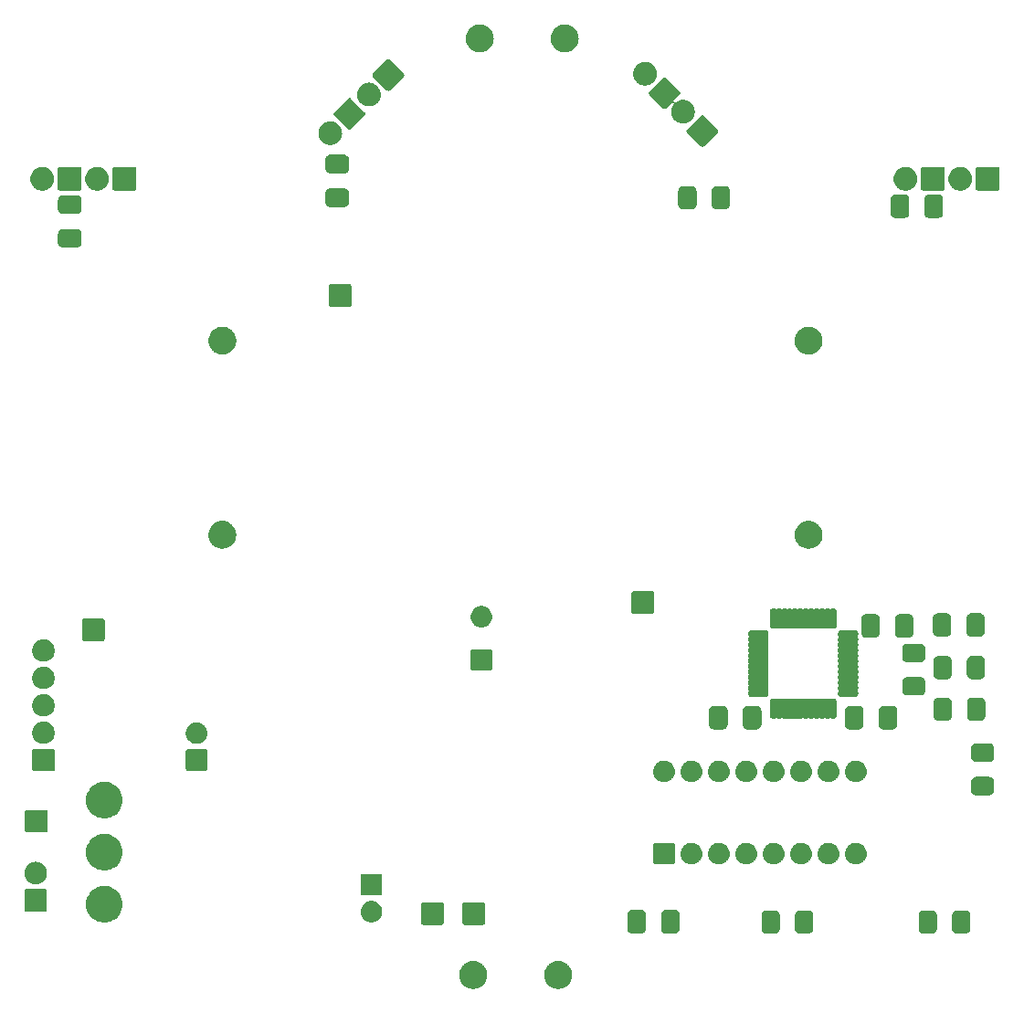
<source format=gbs>
G04 #@! TF.GenerationSoftware,KiCad,Pcbnew,8.0.6*
G04 #@! TF.CreationDate,2025-01-13T14:26:02-08:00*
G04 #@! TF.ProjectId,rezq_rev2,72657a71-5f72-4657-9632-2e6b69636164,rev?*
G04 #@! TF.SameCoordinates,Original*
G04 #@! TF.FileFunction,Soldermask,Bot*
G04 #@! TF.FilePolarity,Negative*
%FSLAX46Y46*%
G04 Gerber Fmt 4.6, Leading zero omitted, Abs format (unit mm)*
G04 Created by KiCad (PCBNEW 8.0.6) date 2025-01-13 14:26:02*
%MOMM*%
%LPD*%
G01*
G04 APERTURE LIST*
G04 APERTURE END LIST*
G36*
X195690930Y-190804867D02*
G01*
X195742618Y-190804867D01*
X195799584Y-190814373D01*
X195861043Y-190819750D01*
X195909309Y-190832682D01*
X195954326Y-190840195D01*
X196014719Y-190860927D01*
X196079926Y-190878400D01*
X196119864Y-190897023D01*
X196157332Y-190909886D01*
X196218887Y-190943198D01*
X196285300Y-190974167D01*
X196316568Y-190996061D01*
X196346096Y-191012041D01*
X196406203Y-191058824D01*
X196470924Y-191104142D01*
X196493733Y-191126951D01*
X196515477Y-191143875D01*
X196571333Y-191204551D01*
X196631158Y-191264376D01*
X196646258Y-191285942D01*
X196660843Y-191301785D01*
X196709501Y-191376261D01*
X196761133Y-191450000D01*
X196769750Y-191468480D01*
X196778237Y-191481470D01*
X196816759Y-191569292D01*
X196856900Y-191655374D01*
X196860638Y-191669324D01*
X196864458Y-191678033D01*
X196890036Y-191779039D01*
X196915550Y-191874257D01*
X196916289Y-191882711D01*
X196917147Y-191886097D01*
X196927191Y-192007321D01*
X196935300Y-192100000D01*
X196927190Y-192192686D01*
X196917147Y-192313902D01*
X196916289Y-192317286D01*
X196915550Y-192325743D01*
X196890031Y-192420977D01*
X196864458Y-192521966D01*
X196860638Y-192530673D01*
X196856900Y-192544626D01*
X196816752Y-192630723D01*
X196778237Y-192718529D01*
X196769752Y-192731515D01*
X196761133Y-192750000D01*
X196709491Y-192823751D01*
X196660843Y-192898214D01*
X196646261Y-192914053D01*
X196631158Y-192935624D01*
X196571321Y-192995460D01*
X196515477Y-193056124D01*
X196493737Y-193073044D01*
X196470924Y-193095858D01*
X196406190Y-193141184D01*
X196346096Y-193187958D01*
X196316574Y-193203934D01*
X196285300Y-193225833D01*
X196218873Y-193256807D01*
X196157332Y-193290113D01*
X196119873Y-193302972D01*
X196079926Y-193321600D01*
X196014706Y-193339075D01*
X195954326Y-193359804D01*
X195909316Y-193367314D01*
X195861043Y-193380250D01*
X195799580Y-193385627D01*
X195742618Y-193395133D01*
X195690930Y-193395133D01*
X195635300Y-193400000D01*
X195579670Y-193395133D01*
X195527982Y-193395133D01*
X195471018Y-193385627D01*
X195409557Y-193380250D01*
X195361284Y-193367315D01*
X195316273Y-193359804D01*
X195255888Y-193339074D01*
X195190674Y-193321600D01*
X195150729Y-193302973D01*
X195113267Y-193290113D01*
X195051718Y-193256804D01*
X194985300Y-193225833D01*
X194954028Y-193203936D01*
X194924503Y-193187958D01*
X194864399Y-193141177D01*
X194799676Y-193095858D01*
X194776865Y-193073047D01*
X194755122Y-193056124D01*
X194699265Y-192995447D01*
X194639442Y-192935624D01*
X194624341Y-192914057D01*
X194609756Y-192898214D01*
X194561093Y-192823730D01*
X194509467Y-192750000D01*
X194500850Y-192731521D01*
X194492362Y-192718529D01*
X194453830Y-192630687D01*
X194413700Y-192544626D01*
X194409962Y-192530678D01*
X194406141Y-192521966D01*
X194380550Y-192420909D01*
X194355050Y-192325743D01*
X194354310Y-192317293D01*
X194353452Y-192313902D01*
X194343390Y-192192470D01*
X194335300Y-192100000D01*
X194343389Y-192007537D01*
X194353452Y-191886097D01*
X194354310Y-191882705D01*
X194355050Y-191874257D01*
X194380545Y-191779107D01*
X194406141Y-191678033D01*
X194409963Y-191669318D01*
X194413700Y-191655374D01*
X194453823Y-191569328D01*
X194492362Y-191481470D01*
X194500851Y-191468475D01*
X194509467Y-191450000D01*
X194561083Y-191376283D01*
X194609756Y-191301785D01*
X194624344Y-191285937D01*
X194639442Y-191264376D01*
X194699253Y-191204564D01*
X194755122Y-191143875D01*
X194776870Y-191126947D01*
X194799676Y-191104142D01*
X194864386Y-191058831D01*
X194924503Y-191012041D01*
X194954035Y-190996058D01*
X194985300Y-190974167D01*
X195051705Y-190943201D01*
X195113267Y-190909886D01*
X195150737Y-190897022D01*
X195190674Y-190878400D01*
X195255875Y-190860929D01*
X195316273Y-190840195D01*
X195361292Y-190832682D01*
X195409557Y-190819750D01*
X195471015Y-190814373D01*
X195527982Y-190804867D01*
X195579670Y-190804867D01*
X195635300Y-190800000D01*
X195690930Y-190804867D01*
G37*
G36*
X203564930Y-190804867D02*
G01*
X203616618Y-190804867D01*
X203673584Y-190814373D01*
X203735043Y-190819750D01*
X203783309Y-190832682D01*
X203828326Y-190840195D01*
X203888719Y-190860927D01*
X203953926Y-190878400D01*
X203993864Y-190897023D01*
X204031332Y-190909886D01*
X204092887Y-190943198D01*
X204159300Y-190974167D01*
X204190568Y-190996061D01*
X204220096Y-191012041D01*
X204280203Y-191058824D01*
X204344924Y-191104142D01*
X204367733Y-191126951D01*
X204389477Y-191143875D01*
X204445333Y-191204551D01*
X204505158Y-191264376D01*
X204520258Y-191285942D01*
X204534843Y-191301785D01*
X204583501Y-191376261D01*
X204635133Y-191450000D01*
X204643750Y-191468480D01*
X204652237Y-191481470D01*
X204690759Y-191569292D01*
X204730900Y-191655374D01*
X204734638Y-191669324D01*
X204738458Y-191678033D01*
X204764036Y-191779039D01*
X204789550Y-191874257D01*
X204790289Y-191882711D01*
X204791147Y-191886097D01*
X204801191Y-192007321D01*
X204809300Y-192100000D01*
X204801190Y-192192686D01*
X204791147Y-192313902D01*
X204790289Y-192317286D01*
X204789550Y-192325743D01*
X204764031Y-192420977D01*
X204738458Y-192521966D01*
X204734638Y-192530673D01*
X204730900Y-192544626D01*
X204690752Y-192630723D01*
X204652237Y-192718529D01*
X204643752Y-192731515D01*
X204635133Y-192750000D01*
X204583491Y-192823751D01*
X204534843Y-192898214D01*
X204520261Y-192914053D01*
X204505158Y-192935624D01*
X204445321Y-192995460D01*
X204389477Y-193056124D01*
X204367737Y-193073044D01*
X204344924Y-193095858D01*
X204280190Y-193141184D01*
X204220096Y-193187958D01*
X204190574Y-193203934D01*
X204159300Y-193225833D01*
X204092873Y-193256807D01*
X204031332Y-193290113D01*
X203993873Y-193302972D01*
X203953926Y-193321600D01*
X203888706Y-193339075D01*
X203828326Y-193359804D01*
X203783316Y-193367314D01*
X203735043Y-193380250D01*
X203673580Y-193385627D01*
X203616618Y-193395133D01*
X203564930Y-193395133D01*
X203509300Y-193400000D01*
X203453670Y-193395133D01*
X203401982Y-193395133D01*
X203345018Y-193385627D01*
X203283557Y-193380250D01*
X203235284Y-193367315D01*
X203190273Y-193359804D01*
X203129888Y-193339074D01*
X203064674Y-193321600D01*
X203024729Y-193302973D01*
X202987267Y-193290113D01*
X202925718Y-193256804D01*
X202859300Y-193225833D01*
X202828028Y-193203936D01*
X202798503Y-193187958D01*
X202738399Y-193141177D01*
X202673676Y-193095858D01*
X202650865Y-193073047D01*
X202629122Y-193056124D01*
X202573265Y-192995447D01*
X202513442Y-192935624D01*
X202498341Y-192914057D01*
X202483756Y-192898214D01*
X202435093Y-192823730D01*
X202383467Y-192750000D01*
X202374850Y-192731521D01*
X202366362Y-192718529D01*
X202327830Y-192630687D01*
X202287700Y-192544626D01*
X202283962Y-192530678D01*
X202280141Y-192521966D01*
X202254550Y-192420909D01*
X202229050Y-192325743D01*
X202228310Y-192317293D01*
X202227452Y-192313902D01*
X202217390Y-192192470D01*
X202209300Y-192100000D01*
X202217389Y-192007537D01*
X202227452Y-191886097D01*
X202228310Y-191882705D01*
X202229050Y-191874257D01*
X202254545Y-191779107D01*
X202280141Y-191678033D01*
X202283963Y-191669318D01*
X202287700Y-191655374D01*
X202327823Y-191569328D01*
X202366362Y-191481470D01*
X202374851Y-191468475D01*
X202383467Y-191450000D01*
X202435083Y-191376283D01*
X202483756Y-191301785D01*
X202498344Y-191285937D01*
X202513442Y-191264376D01*
X202573253Y-191204564D01*
X202629122Y-191143875D01*
X202650870Y-191126947D01*
X202673676Y-191104142D01*
X202738386Y-191058831D01*
X202798503Y-191012041D01*
X202828035Y-190996058D01*
X202859300Y-190974167D01*
X202925705Y-190943201D01*
X202987267Y-190909886D01*
X203024737Y-190897022D01*
X203064674Y-190878400D01*
X203129875Y-190860929D01*
X203190273Y-190840195D01*
X203235292Y-190832682D01*
X203283557Y-190819750D01*
X203345015Y-190814373D01*
X203401982Y-190804867D01*
X203453670Y-190804867D01*
X203509300Y-190800000D01*
X203564930Y-190804867D01*
G37*
G36*
X223684860Y-186125245D02*
G01*
X223704323Y-186132055D01*
X223717391Y-186133776D01*
X223761752Y-186152150D01*
X223811471Y-186169548D01*
X223821341Y-186176832D01*
X223825661Y-186178622D01*
X223873404Y-186215256D01*
X223919398Y-186249202D01*
X223953348Y-186295203D01*
X223989977Y-186342938D01*
X223991765Y-186347256D01*
X223999052Y-186357129D01*
X224016452Y-186406856D01*
X224034823Y-186451208D01*
X224036542Y-186464272D01*
X224043355Y-186483740D01*
X224051200Y-186567400D01*
X224051200Y-187817400D01*
X224043355Y-187901060D01*
X224036542Y-187920528D01*
X224034823Y-187933591D01*
X224016454Y-187977937D01*
X223999052Y-188027671D01*
X223991764Y-188037544D01*
X223989977Y-188041861D01*
X223953368Y-188089570D01*
X223919398Y-188135598D01*
X223873370Y-188169568D01*
X223825661Y-188206177D01*
X223821344Y-188207964D01*
X223811471Y-188215252D01*
X223761737Y-188232654D01*
X223717391Y-188251023D01*
X223704328Y-188252742D01*
X223684860Y-188259555D01*
X223601200Y-188267400D01*
X222801200Y-188267400D01*
X222717540Y-188259555D01*
X222698072Y-188252742D01*
X222685008Y-188251023D01*
X222640656Y-188232652D01*
X222590929Y-188215252D01*
X222581056Y-188207965D01*
X222576738Y-188206177D01*
X222529003Y-188169548D01*
X222483002Y-188135598D01*
X222449056Y-188089604D01*
X222412422Y-188041861D01*
X222410632Y-188037541D01*
X222403348Y-188027671D01*
X222385950Y-187977952D01*
X222367576Y-187933591D01*
X222365855Y-187920523D01*
X222359045Y-187901060D01*
X222351200Y-187817400D01*
X222351200Y-186567400D01*
X222359045Y-186483740D01*
X222365855Y-186464276D01*
X222367576Y-186451208D01*
X222385953Y-186406840D01*
X222403348Y-186357129D01*
X222410631Y-186347259D01*
X222412422Y-186342938D01*
X222449076Y-186295169D01*
X222483002Y-186249202D01*
X222528969Y-186215276D01*
X222576738Y-186178622D01*
X222581059Y-186176831D01*
X222590929Y-186169548D01*
X222640640Y-186152153D01*
X222685008Y-186133776D01*
X222698076Y-186132055D01*
X222717540Y-186125245D01*
X222801200Y-186117400D01*
X223601200Y-186117400D01*
X223684860Y-186125245D01*
G37*
G36*
X226784860Y-186125245D02*
G01*
X226804323Y-186132055D01*
X226817391Y-186133776D01*
X226861752Y-186152150D01*
X226911471Y-186169548D01*
X226921341Y-186176832D01*
X226925661Y-186178622D01*
X226973404Y-186215256D01*
X227019398Y-186249202D01*
X227053348Y-186295203D01*
X227089977Y-186342938D01*
X227091765Y-186347256D01*
X227099052Y-186357129D01*
X227116452Y-186406856D01*
X227134823Y-186451208D01*
X227136542Y-186464272D01*
X227143355Y-186483740D01*
X227151200Y-186567400D01*
X227151200Y-187817400D01*
X227143355Y-187901060D01*
X227136542Y-187920528D01*
X227134823Y-187933591D01*
X227116454Y-187977937D01*
X227099052Y-188027671D01*
X227091764Y-188037544D01*
X227089977Y-188041861D01*
X227053368Y-188089570D01*
X227019398Y-188135598D01*
X226973370Y-188169568D01*
X226925661Y-188206177D01*
X226921344Y-188207964D01*
X226911471Y-188215252D01*
X226861737Y-188232654D01*
X226817391Y-188251023D01*
X226804328Y-188252742D01*
X226784860Y-188259555D01*
X226701200Y-188267400D01*
X225901200Y-188267400D01*
X225817540Y-188259555D01*
X225798072Y-188252742D01*
X225785008Y-188251023D01*
X225740656Y-188232652D01*
X225690929Y-188215252D01*
X225681056Y-188207965D01*
X225676738Y-188206177D01*
X225629003Y-188169548D01*
X225583002Y-188135598D01*
X225549056Y-188089604D01*
X225512422Y-188041861D01*
X225510632Y-188037541D01*
X225503348Y-188027671D01*
X225485950Y-187977952D01*
X225467576Y-187933591D01*
X225465855Y-187920523D01*
X225459045Y-187901060D01*
X225451200Y-187817400D01*
X225451200Y-186567400D01*
X225459045Y-186483740D01*
X225465855Y-186464276D01*
X225467576Y-186451208D01*
X225485953Y-186406840D01*
X225503348Y-186357129D01*
X225510631Y-186347259D01*
X225512422Y-186342938D01*
X225549076Y-186295169D01*
X225583002Y-186249202D01*
X225628969Y-186215276D01*
X225676738Y-186178622D01*
X225681059Y-186176831D01*
X225690929Y-186169548D01*
X225740640Y-186152153D01*
X225785008Y-186133776D01*
X225798076Y-186132055D01*
X225817540Y-186125245D01*
X225901200Y-186117400D01*
X226701200Y-186117400D01*
X226784860Y-186125245D01*
G37*
G36*
X238248460Y-186125245D02*
G01*
X238267923Y-186132055D01*
X238280991Y-186133776D01*
X238325352Y-186152150D01*
X238375071Y-186169548D01*
X238384941Y-186176832D01*
X238389261Y-186178622D01*
X238437004Y-186215256D01*
X238482998Y-186249202D01*
X238516948Y-186295203D01*
X238553577Y-186342938D01*
X238555365Y-186347256D01*
X238562652Y-186357129D01*
X238580052Y-186406856D01*
X238598423Y-186451208D01*
X238600142Y-186464272D01*
X238606955Y-186483740D01*
X238614800Y-186567400D01*
X238614800Y-187817400D01*
X238606955Y-187901060D01*
X238600142Y-187920528D01*
X238598423Y-187933591D01*
X238580054Y-187977937D01*
X238562652Y-188027671D01*
X238555364Y-188037544D01*
X238553577Y-188041861D01*
X238516968Y-188089570D01*
X238482998Y-188135598D01*
X238436970Y-188169568D01*
X238389261Y-188206177D01*
X238384944Y-188207964D01*
X238375071Y-188215252D01*
X238325337Y-188232654D01*
X238280991Y-188251023D01*
X238267928Y-188252742D01*
X238248460Y-188259555D01*
X238164800Y-188267400D01*
X237364800Y-188267400D01*
X237281140Y-188259555D01*
X237261672Y-188252742D01*
X237248608Y-188251023D01*
X237204256Y-188232652D01*
X237154529Y-188215252D01*
X237144656Y-188207965D01*
X237140338Y-188206177D01*
X237092603Y-188169548D01*
X237046602Y-188135598D01*
X237012656Y-188089604D01*
X236976022Y-188041861D01*
X236974232Y-188037541D01*
X236966948Y-188027671D01*
X236949550Y-187977952D01*
X236931176Y-187933591D01*
X236929455Y-187920523D01*
X236922645Y-187901060D01*
X236914800Y-187817400D01*
X236914800Y-186567400D01*
X236922645Y-186483740D01*
X236929455Y-186464276D01*
X236931176Y-186451208D01*
X236949553Y-186406840D01*
X236966948Y-186357129D01*
X236974231Y-186347259D01*
X236976022Y-186342938D01*
X237012676Y-186295169D01*
X237046602Y-186249202D01*
X237092569Y-186215276D01*
X237140338Y-186178622D01*
X237144659Y-186176831D01*
X237154529Y-186169548D01*
X237204240Y-186152153D01*
X237248608Y-186133776D01*
X237261676Y-186132055D01*
X237281140Y-186125245D01*
X237364800Y-186117400D01*
X238164800Y-186117400D01*
X238248460Y-186125245D01*
G37*
G36*
X241348460Y-186125245D02*
G01*
X241367923Y-186132055D01*
X241380991Y-186133776D01*
X241425352Y-186152150D01*
X241475071Y-186169548D01*
X241484941Y-186176832D01*
X241489261Y-186178622D01*
X241537004Y-186215256D01*
X241582998Y-186249202D01*
X241616948Y-186295203D01*
X241653577Y-186342938D01*
X241655365Y-186347256D01*
X241662652Y-186357129D01*
X241680052Y-186406856D01*
X241698423Y-186451208D01*
X241700142Y-186464272D01*
X241706955Y-186483740D01*
X241714800Y-186567400D01*
X241714800Y-187817400D01*
X241706955Y-187901060D01*
X241700142Y-187920528D01*
X241698423Y-187933591D01*
X241680054Y-187977937D01*
X241662652Y-188027671D01*
X241655364Y-188037544D01*
X241653577Y-188041861D01*
X241616968Y-188089570D01*
X241582998Y-188135598D01*
X241536970Y-188169568D01*
X241489261Y-188206177D01*
X241484944Y-188207964D01*
X241475071Y-188215252D01*
X241425337Y-188232654D01*
X241380991Y-188251023D01*
X241367928Y-188252742D01*
X241348460Y-188259555D01*
X241264800Y-188267400D01*
X240464800Y-188267400D01*
X240381140Y-188259555D01*
X240361672Y-188252742D01*
X240348608Y-188251023D01*
X240304256Y-188232652D01*
X240254529Y-188215252D01*
X240244656Y-188207965D01*
X240240338Y-188206177D01*
X240192603Y-188169548D01*
X240146602Y-188135598D01*
X240112656Y-188089604D01*
X240076022Y-188041861D01*
X240074232Y-188037541D01*
X240066948Y-188027671D01*
X240049550Y-187977952D01*
X240031176Y-187933591D01*
X240029455Y-187920523D01*
X240022645Y-187901060D01*
X240014800Y-187817400D01*
X240014800Y-186567400D01*
X240022645Y-186483740D01*
X240029455Y-186464276D01*
X240031176Y-186451208D01*
X240049553Y-186406840D01*
X240066948Y-186357129D01*
X240074231Y-186347259D01*
X240076022Y-186342938D01*
X240112676Y-186295169D01*
X240146602Y-186249202D01*
X240192569Y-186215276D01*
X240240338Y-186178622D01*
X240244659Y-186176831D01*
X240254529Y-186169548D01*
X240304240Y-186152153D01*
X240348608Y-186133776D01*
X240361676Y-186132055D01*
X240381140Y-186125245D01*
X240464800Y-186117400D01*
X241264800Y-186117400D01*
X241348460Y-186125245D01*
G37*
G36*
X211277660Y-186074845D02*
G01*
X211297123Y-186081655D01*
X211310191Y-186083376D01*
X211354552Y-186101750D01*
X211404271Y-186119148D01*
X211414141Y-186126432D01*
X211418461Y-186128222D01*
X211466204Y-186164856D01*
X211512198Y-186198802D01*
X211546148Y-186244803D01*
X211582777Y-186292538D01*
X211584565Y-186296856D01*
X211591852Y-186306729D01*
X211609252Y-186356456D01*
X211627623Y-186400808D01*
X211629342Y-186413872D01*
X211636155Y-186433340D01*
X211644000Y-186517000D01*
X211644000Y-187817000D01*
X211636155Y-187900660D01*
X211629342Y-187920128D01*
X211627623Y-187933191D01*
X211609254Y-187977537D01*
X211591852Y-188027271D01*
X211584564Y-188037144D01*
X211582777Y-188041461D01*
X211546168Y-188089170D01*
X211512198Y-188135198D01*
X211466170Y-188169168D01*
X211418461Y-188205777D01*
X211414144Y-188207564D01*
X211404271Y-188214852D01*
X211354537Y-188232254D01*
X211310191Y-188250623D01*
X211297128Y-188252342D01*
X211277660Y-188259155D01*
X211194000Y-188267000D01*
X210369000Y-188267000D01*
X210285340Y-188259155D01*
X210265872Y-188252342D01*
X210252808Y-188250623D01*
X210208456Y-188232252D01*
X210158729Y-188214852D01*
X210148856Y-188207565D01*
X210144538Y-188205777D01*
X210096803Y-188169148D01*
X210050802Y-188135198D01*
X210016856Y-188089204D01*
X209980222Y-188041461D01*
X209978432Y-188037141D01*
X209971148Y-188027271D01*
X209953750Y-187977552D01*
X209935376Y-187933191D01*
X209933655Y-187920123D01*
X209926845Y-187900660D01*
X209919000Y-187817000D01*
X209919000Y-186517000D01*
X209926845Y-186433340D01*
X209933655Y-186413876D01*
X209935376Y-186400808D01*
X209953753Y-186356440D01*
X209971148Y-186306729D01*
X209978431Y-186296859D01*
X209980222Y-186292538D01*
X210016876Y-186244769D01*
X210050802Y-186198802D01*
X210096769Y-186164876D01*
X210144538Y-186128222D01*
X210148859Y-186126431D01*
X210158729Y-186119148D01*
X210208440Y-186101753D01*
X210252808Y-186083376D01*
X210265876Y-186081655D01*
X210285340Y-186074845D01*
X210369000Y-186067000D01*
X211194000Y-186067000D01*
X211277660Y-186074845D01*
G37*
G36*
X214402660Y-186074845D02*
G01*
X214422123Y-186081655D01*
X214435191Y-186083376D01*
X214479552Y-186101750D01*
X214529271Y-186119148D01*
X214539141Y-186126432D01*
X214543461Y-186128222D01*
X214591204Y-186164856D01*
X214637198Y-186198802D01*
X214671148Y-186244803D01*
X214707777Y-186292538D01*
X214709565Y-186296856D01*
X214716852Y-186306729D01*
X214734252Y-186356456D01*
X214752623Y-186400808D01*
X214754342Y-186413872D01*
X214761155Y-186433340D01*
X214769000Y-186517000D01*
X214769000Y-187817000D01*
X214761155Y-187900660D01*
X214754342Y-187920128D01*
X214752623Y-187933191D01*
X214734254Y-187977537D01*
X214716852Y-188027271D01*
X214709564Y-188037144D01*
X214707777Y-188041461D01*
X214671168Y-188089170D01*
X214637198Y-188135198D01*
X214591170Y-188169168D01*
X214543461Y-188205777D01*
X214539144Y-188207564D01*
X214529271Y-188214852D01*
X214479537Y-188232254D01*
X214435191Y-188250623D01*
X214422128Y-188252342D01*
X214402660Y-188259155D01*
X214319000Y-188267000D01*
X213494000Y-188267000D01*
X213410340Y-188259155D01*
X213390872Y-188252342D01*
X213377808Y-188250623D01*
X213333456Y-188232252D01*
X213283729Y-188214852D01*
X213273856Y-188207565D01*
X213269538Y-188205777D01*
X213221803Y-188169148D01*
X213175802Y-188135198D01*
X213141856Y-188089204D01*
X213105222Y-188041461D01*
X213103432Y-188037141D01*
X213096148Y-188027271D01*
X213078750Y-187977552D01*
X213060376Y-187933191D01*
X213058655Y-187920123D01*
X213051845Y-187900660D01*
X213044000Y-187817000D01*
X213044000Y-186517000D01*
X213051845Y-186433340D01*
X213058655Y-186413876D01*
X213060376Y-186400808D01*
X213078753Y-186356440D01*
X213096148Y-186306729D01*
X213103431Y-186296859D01*
X213105222Y-186292538D01*
X213141876Y-186244769D01*
X213175802Y-186198802D01*
X213221769Y-186164876D01*
X213269538Y-186128222D01*
X213273859Y-186126431D01*
X213283729Y-186119148D01*
X213333440Y-186101753D01*
X213377808Y-186083376D01*
X213390876Y-186081655D01*
X213410340Y-186074845D01*
X213494000Y-186067000D01*
X214319000Y-186067000D01*
X214402660Y-186074845D01*
G37*
G36*
X192726043Y-185373191D02*
G01*
X192758727Y-185377494D01*
X192766948Y-185381327D01*
X192786537Y-185385224D01*
X192812480Y-185402559D01*
X192823608Y-185407748D01*
X192830378Y-185414518D01*
X192851421Y-185428579D01*
X192865481Y-185449621D01*
X192872251Y-185456391D01*
X192877438Y-185467516D01*
X192894776Y-185493463D01*
X192898672Y-185513053D01*
X192902505Y-185521272D01*
X192906806Y-185553945D01*
X192910000Y-185570000D01*
X192910000Y-187270000D01*
X192906805Y-187286058D01*
X192902505Y-187318727D01*
X192898673Y-187326944D01*
X192894776Y-187346537D01*
X192877437Y-187372485D01*
X192872251Y-187383608D01*
X192865483Y-187390375D01*
X192851421Y-187411421D01*
X192830375Y-187425483D01*
X192823608Y-187432251D01*
X192812485Y-187437437D01*
X192786537Y-187454776D01*
X192766944Y-187458673D01*
X192758727Y-187462505D01*
X192726056Y-187466806D01*
X192710000Y-187470000D01*
X191010000Y-187470000D01*
X190993943Y-187466806D01*
X190961272Y-187462505D01*
X190953053Y-187458672D01*
X190933463Y-187454776D01*
X190907516Y-187437438D01*
X190896391Y-187432251D01*
X190889621Y-187425481D01*
X190868579Y-187411421D01*
X190854518Y-187390378D01*
X190847748Y-187383608D01*
X190842559Y-187372480D01*
X190825224Y-187346537D01*
X190821327Y-187326948D01*
X190817494Y-187318727D01*
X190813190Y-187286041D01*
X190810000Y-187270000D01*
X190810000Y-185570000D01*
X190813190Y-185553958D01*
X190817494Y-185521272D01*
X190821327Y-185513049D01*
X190825224Y-185493463D01*
X190842557Y-185467521D01*
X190847748Y-185456391D01*
X190854520Y-185449618D01*
X190868579Y-185428579D01*
X190889618Y-185414520D01*
X190896391Y-185407748D01*
X190907521Y-185402557D01*
X190933463Y-185385224D01*
X190953049Y-185381327D01*
X190961272Y-185377494D01*
X190993960Y-185373190D01*
X191010000Y-185370000D01*
X192710000Y-185370000D01*
X192726043Y-185373191D01*
G37*
G36*
X196566043Y-185373191D02*
G01*
X196598727Y-185377494D01*
X196606948Y-185381327D01*
X196626537Y-185385224D01*
X196652480Y-185402559D01*
X196663608Y-185407748D01*
X196670378Y-185414518D01*
X196691421Y-185428579D01*
X196705481Y-185449621D01*
X196712251Y-185456391D01*
X196717438Y-185467516D01*
X196734776Y-185493463D01*
X196738672Y-185513053D01*
X196742505Y-185521272D01*
X196746806Y-185553945D01*
X196750000Y-185570000D01*
X196750000Y-187270000D01*
X196746805Y-187286058D01*
X196742505Y-187318727D01*
X196738673Y-187326944D01*
X196734776Y-187346537D01*
X196717437Y-187372485D01*
X196712251Y-187383608D01*
X196705483Y-187390375D01*
X196691421Y-187411421D01*
X196670375Y-187425483D01*
X196663608Y-187432251D01*
X196652485Y-187437437D01*
X196626537Y-187454776D01*
X196606944Y-187458673D01*
X196598727Y-187462505D01*
X196566056Y-187466806D01*
X196550000Y-187470000D01*
X194850000Y-187470000D01*
X194833943Y-187466806D01*
X194801272Y-187462505D01*
X194793053Y-187458672D01*
X194773463Y-187454776D01*
X194747516Y-187437438D01*
X194736391Y-187432251D01*
X194729621Y-187425481D01*
X194708579Y-187411421D01*
X194694518Y-187390378D01*
X194687748Y-187383608D01*
X194682559Y-187372480D01*
X194665224Y-187346537D01*
X194661327Y-187326948D01*
X194657494Y-187318727D01*
X194653190Y-187286041D01*
X194650000Y-187270000D01*
X194650000Y-185570000D01*
X194653190Y-185553958D01*
X194657494Y-185521272D01*
X194661327Y-185513049D01*
X194665224Y-185493463D01*
X194682557Y-185467521D01*
X194687748Y-185456391D01*
X194694520Y-185449618D01*
X194708579Y-185428579D01*
X194729618Y-185414520D01*
X194736391Y-185407748D01*
X194747521Y-185402557D01*
X194773463Y-185385224D01*
X194793049Y-185381327D01*
X194801272Y-185377494D01*
X194833960Y-185373190D01*
X194850000Y-185370000D01*
X196550000Y-185370000D01*
X196566043Y-185373191D01*
G37*
G36*
X161816286Y-183896623D02*
G01*
X162059080Y-183971515D01*
X162288000Y-184081757D01*
X162497933Y-184224886D01*
X162684188Y-184397706D01*
X162842606Y-184596356D01*
X162969647Y-184816398D01*
X163062474Y-185052916D01*
X163119012Y-185300628D01*
X163138000Y-185554000D01*
X163119012Y-185807372D01*
X163062474Y-186055084D01*
X162969647Y-186291602D01*
X162842606Y-186511644D01*
X162684188Y-186710294D01*
X162497933Y-186883114D01*
X162288000Y-187026243D01*
X162059080Y-187136485D01*
X161816286Y-187211377D01*
X161565041Y-187249246D01*
X161310959Y-187249246D01*
X161059714Y-187211377D01*
X160816920Y-187136485D01*
X160588000Y-187026243D01*
X160378067Y-186883114D01*
X160191812Y-186710294D01*
X160033394Y-186511644D01*
X159906353Y-186291602D01*
X159813526Y-186055084D01*
X159756988Y-185807372D01*
X159738000Y-185554000D01*
X159756988Y-185300628D01*
X159813526Y-185052916D01*
X159906353Y-184816398D01*
X160033394Y-184596356D01*
X160191812Y-184397706D01*
X160378067Y-184224886D01*
X160588000Y-184081757D01*
X160816920Y-183971515D01*
X161059714Y-183896623D01*
X161310959Y-183858754D01*
X161565041Y-183858754D01*
X161816286Y-183896623D01*
G37*
G36*
X186251724Y-185241420D02*
G01*
X186295218Y-185241420D01*
X186343658Y-185250474D01*
X186398090Y-185255836D01*
X186439438Y-185268378D01*
X186476518Y-185275310D01*
X186527868Y-185295203D01*
X186585683Y-185312741D01*
X186618720Y-185330399D01*
X186648501Y-185341937D01*
X186700245Y-185373975D01*
X186758570Y-185405151D01*
X186783076Y-185425262D01*
X186805311Y-185439030D01*
X186854575Y-185483940D01*
X186910107Y-185529514D01*
X186926563Y-185549566D01*
X186941611Y-185563284D01*
X186985297Y-185621134D01*
X187034470Y-185681051D01*
X187043977Y-185698839D01*
X187052762Y-185710471D01*
X187087713Y-185780661D01*
X187126880Y-185853938D01*
X187131056Y-185867707D01*
X187134972Y-185875570D01*
X187158105Y-185956876D01*
X187183785Y-186041531D01*
X187184628Y-186050094D01*
X187185446Y-186052968D01*
X187193943Y-186144668D01*
X187203000Y-186236621D01*
X187193942Y-186328581D01*
X187185446Y-186420273D01*
X187184628Y-186423145D01*
X187183785Y-186431711D01*
X187158100Y-186516380D01*
X187134972Y-186597671D01*
X187131057Y-186605532D01*
X187126880Y-186619304D01*
X187087705Y-186692593D01*
X187052762Y-186762770D01*
X187043979Y-186774399D01*
X187034470Y-186792191D01*
X186985288Y-186852119D01*
X186941611Y-186909957D01*
X186926566Y-186923671D01*
X186910107Y-186943728D01*
X186854564Y-186989310D01*
X186805311Y-187034211D01*
X186783081Y-187047975D01*
X186758570Y-187068091D01*
X186700233Y-187099272D01*
X186648501Y-187131304D01*
X186618727Y-187142838D01*
X186585683Y-187160501D01*
X186527856Y-187178042D01*
X186476518Y-187197931D01*
X186439445Y-187204861D01*
X186398090Y-187217406D01*
X186343655Y-187222767D01*
X186295218Y-187231822D01*
X186251724Y-187231822D01*
X186203000Y-187236621D01*
X186154276Y-187231822D01*
X186110782Y-187231822D01*
X186062343Y-187222767D01*
X186007910Y-187217406D01*
X185966555Y-187204861D01*
X185929481Y-187197931D01*
X185878139Y-187178040D01*
X185820317Y-187160501D01*
X185787275Y-187142839D01*
X185757498Y-187131304D01*
X185705759Y-187099268D01*
X185647430Y-187068091D01*
X185622921Y-187047977D01*
X185600688Y-187034211D01*
X185551425Y-186989302D01*
X185495893Y-186943728D01*
X185479436Y-186923675D01*
X185464388Y-186909957D01*
X185420699Y-186852103D01*
X185371530Y-186792191D01*
X185362022Y-186774404D01*
X185353237Y-186762770D01*
X185318279Y-186692566D01*
X185279120Y-186619304D01*
X185274943Y-186605537D01*
X185271027Y-186597671D01*
X185247882Y-186516327D01*
X185222215Y-186431711D01*
X185221371Y-186423151D01*
X185220553Y-186420273D01*
X185212040Y-186328409D01*
X185203000Y-186236621D01*
X185212039Y-186144840D01*
X185220553Y-186052968D01*
X185221372Y-186050089D01*
X185222215Y-186041531D01*
X185247878Y-185956929D01*
X185271027Y-185875570D01*
X185274944Y-185867702D01*
X185279120Y-185853938D01*
X185318272Y-185780689D01*
X185353237Y-185710471D01*
X185362024Y-185698834D01*
X185371530Y-185681051D01*
X185420689Y-185621149D01*
X185464388Y-185563284D01*
X185479439Y-185549562D01*
X185495893Y-185529514D01*
X185551414Y-185483948D01*
X185600688Y-185439030D01*
X185622926Y-185425260D01*
X185647430Y-185405151D01*
X185705747Y-185373979D01*
X185757498Y-185341937D01*
X185787282Y-185330398D01*
X185820317Y-185312741D01*
X185878127Y-185295204D01*
X185929481Y-185275310D01*
X185966562Y-185268378D01*
X186007910Y-185255836D01*
X186062340Y-185250474D01*
X186110782Y-185241420D01*
X186154276Y-185241420D01*
X186203000Y-185236621D01*
X186251724Y-185241420D01*
G37*
G36*
X155954043Y-184157191D02*
G01*
X155986727Y-184161494D01*
X155994948Y-184165327D01*
X156014537Y-184169224D01*
X156040480Y-184186559D01*
X156051608Y-184191748D01*
X156058378Y-184198518D01*
X156079421Y-184212579D01*
X156093481Y-184233621D01*
X156100251Y-184240391D01*
X156105438Y-184251516D01*
X156122776Y-184277463D01*
X156126672Y-184297053D01*
X156130505Y-184305272D01*
X156134806Y-184337945D01*
X156138000Y-184354000D01*
X156138000Y-186054000D01*
X156134805Y-186070058D01*
X156130505Y-186102727D01*
X156126673Y-186110944D01*
X156122776Y-186130537D01*
X156105437Y-186156485D01*
X156100251Y-186167608D01*
X156093483Y-186174375D01*
X156079421Y-186195421D01*
X156058375Y-186209483D01*
X156051608Y-186216251D01*
X156040485Y-186221437D01*
X156014537Y-186238776D01*
X155994944Y-186242673D01*
X155986727Y-186246505D01*
X155954056Y-186250806D01*
X155938000Y-186254000D01*
X154238000Y-186254000D01*
X154221943Y-186250806D01*
X154189272Y-186246505D01*
X154181053Y-186242672D01*
X154161463Y-186238776D01*
X154135516Y-186221438D01*
X154124391Y-186216251D01*
X154117621Y-186209481D01*
X154096579Y-186195421D01*
X154082518Y-186174378D01*
X154075748Y-186167608D01*
X154070559Y-186156480D01*
X154053224Y-186130537D01*
X154049327Y-186110948D01*
X154045494Y-186102727D01*
X154041190Y-186070041D01*
X154038000Y-186054000D01*
X154038000Y-184354000D01*
X154041190Y-184337958D01*
X154045494Y-184305272D01*
X154049327Y-184297049D01*
X154053224Y-184277463D01*
X154070557Y-184251521D01*
X154075748Y-184240391D01*
X154082520Y-184233618D01*
X154096579Y-184212579D01*
X154117618Y-184198520D01*
X154124391Y-184191748D01*
X154135521Y-184186557D01*
X154161463Y-184169224D01*
X154181049Y-184165327D01*
X154189272Y-184161494D01*
X154221960Y-184157190D01*
X154238000Y-184154000D01*
X155938000Y-184154000D01*
X155954043Y-184157191D01*
G37*
G36*
X187019043Y-182739812D02*
G01*
X187051727Y-182744115D01*
X187059948Y-182747948D01*
X187079537Y-182751845D01*
X187105480Y-182769180D01*
X187116608Y-182774369D01*
X187123378Y-182781139D01*
X187144421Y-182795200D01*
X187158481Y-182816242D01*
X187165251Y-182823012D01*
X187170438Y-182834137D01*
X187187776Y-182860084D01*
X187191672Y-182879674D01*
X187195505Y-182887893D01*
X187199806Y-182920566D01*
X187203000Y-182936621D01*
X187203000Y-184536621D01*
X187199805Y-184552679D01*
X187195505Y-184585348D01*
X187191673Y-184593565D01*
X187187776Y-184613158D01*
X187170437Y-184639106D01*
X187165251Y-184650229D01*
X187158483Y-184656996D01*
X187144421Y-184678042D01*
X187123375Y-184692104D01*
X187116608Y-184698872D01*
X187105485Y-184704058D01*
X187079537Y-184721397D01*
X187059944Y-184725294D01*
X187051727Y-184729126D01*
X187019056Y-184733427D01*
X187003000Y-184736621D01*
X185403000Y-184736621D01*
X185386943Y-184733427D01*
X185354272Y-184729126D01*
X185346053Y-184725293D01*
X185326463Y-184721397D01*
X185300516Y-184704059D01*
X185289391Y-184698872D01*
X185282621Y-184692102D01*
X185261579Y-184678042D01*
X185247518Y-184656999D01*
X185240748Y-184650229D01*
X185235559Y-184639101D01*
X185218224Y-184613158D01*
X185214327Y-184593569D01*
X185210494Y-184585348D01*
X185206190Y-184552662D01*
X185203000Y-184536621D01*
X185203000Y-182936621D01*
X185206190Y-182920579D01*
X185210494Y-182887893D01*
X185214327Y-182879670D01*
X185218224Y-182860084D01*
X185235557Y-182834142D01*
X185240748Y-182823012D01*
X185247520Y-182816239D01*
X185261579Y-182795200D01*
X185282618Y-182781141D01*
X185289391Y-182774369D01*
X185300521Y-182769178D01*
X185326463Y-182751845D01*
X185346049Y-182747948D01*
X185354272Y-182744115D01*
X185386960Y-182739811D01*
X185403000Y-182736621D01*
X187003000Y-182736621D01*
X187019043Y-182739812D01*
G37*
G36*
X155138889Y-181619012D02*
G01*
X155184830Y-181619012D01*
X155235988Y-181628575D01*
X155292845Y-181634175D01*
X155336042Y-181647278D01*
X155375202Y-181654599D01*
X155429438Y-181675609D01*
X155489818Y-181693926D01*
X155524315Y-181712365D01*
X155555786Y-181724557D01*
X155610469Y-181758415D01*
X155671349Y-181790957D01*
X155696929Y-181811950D01*
X155720442Y-181826509D01*
X155772546Y-181874008D01*
X155830462Y-181921538D01*
X155847621Y-181942446D01*
X155863564Y-181956980D01*
X155909838Y-182018258D01*
X155961043Y-182080651D01*
X155970947Y-182099180D01*
X155980273Y-182111530D01*
X156017372Y-182186034D01*
X156058074Y-182262182D01*
X156062415Y-182276492D01*
X156066596Y-182284889D01*
X156091295Y-182371697D01*
X156117825Y-182459155D01*
X156118696Y-182468003D01*
X156119594Y-182471158D01*
X156128933Y-182571944D01*
X156138000Y-182664000D01*
X156128932Y-182756063D01*
X156119594Y-182856841D01*
X156118696Y-182859994D01*
X156117825Y-182868845D01*
X156091290Y-182956317D01*
X156066596Y-183043110D01*
X156062415Y-183051504D01*
X156058074Y-183065818D01*
X156017364Y-183141979D01*
X155980273Y-183216469D01*
X155970949Y-183228815D01*
X155961043Y-183247349D01*
X155909829Y-183309752D01*
X155863564Y-183371019D01*
X155847624Y-183385549D01*
X155830462Y-183406462D01*
X155772535Y-183454000D01*
X155720442Y-183501490D01*
X155696934Y-183516045D01*
X155671349Y-183537043D01*
X155610457Y-183569590D01*
X155555786Y-183603442D01*
X155524321Y-183615631D01*
X155489818Y-183634074D01*
X155429426Y-183652393D01*
X155375202Y-183673400D01*
X155336049Y-183680719D01*
X155292845Y-183693825D01*
X155235985Y-183699425D01*
X155184830Y-183708988D01*
X155138889Y-183708988D01*
X155088000Y-183714000D01*
X155037111Y-183708988D01*
X154991170Y-183708988D01*
X154940014Y-183699424D01*
X154883155Y-183693825D01*
X154839952Y-183680719D01*
X154800797Y-183673400D01*
X154746569Y-183652392D01*
X154686182Y-183634074D01*
X154651680Y-183615632D01*
X154620213Y-183603442D01*
X154565535Y-183569586D01*
X154504651Y-183537043D01*
X154479068Y-183516047D01*
X154455557Y-183501490D01*
X154403454Y-183453992D01*
X154345538Y-183406462D01*
X154328378Y-183385553D01*
X154312435Y-183371019D01*
X154266158Y-183309737D01*
X154214957Y-183247349D01*
X154205053Y-183228820D01*
X154195726Y-183216469D01*
X154158620Y-183141951D01*
X154117926Y-183065818D01*
X154113585Y-183051509D01*
X154109403Y-183043110D01*
X154084693Y-182956264D01*
X154058175Y-182868845D01*
X154057303Y-182860000D01*
X154056405Y-182856841D01*
X154047050Y-182755891D01*
X154038000Y-182664000D01*
X154047049Y-182572116D01*
X154056405Y-182471158D01*
X154057304Y-182467998D01*
X154058175Y-182459155D01*
X154084688Y-182371750D01*
X154109403Y-182284889D01*
X154113586Y-182276487D01*
X154117926Y-182262182D01*
X154158613Y-182186061D01*
X154195726Y-182111530D01*
X154205054Y-182099176D01*
X154214957Y-182080651D01*
X154266148Y-182018274D01*
X154312435Y-181956980D01*
X154328381Y-181942442D01*
X154345538Y-181921538D01*
X154403443Y-181874016D01*
X154455557Y-181826509D01*
X154479073Y-181811948D01*
X154504651Y-181790957D01*
X154565523Y-181758419D01*
X154620213Y-181724557D01*
X154651687Y-181712363D01*
X154686182Y-181693926D01*
X154746557Y-181675611D01*
X154800797Y-181654599D01*
X154839959Y-181647278D01*
X154883155Y-181634175D01*
X154940011Y-181628575D01*
X154991170Y-181619012D01*
X155037111Y-181619012D01*
X155088000Y-181614000D01*
X155138889Y-181619012D01*
G37*
G36*
X161816286Y-179070623D02*
G01*
X162059080Y-179145515D01*
X162288000Y-179255757D01*
X162497933Y-179398886D01*
X162684188Y-179571706D01*
X162842606Y-179770356D01*
X162969647Y-179990398D01*
X163062474Y-180226916D01*
X163119012Y-180474628D01*
X163138000Y-180728000D01*
X163119012Y-180981372D01*
X163062474Y-181229084D01*
X162969647Y-181465602D01*
X162842606Y-181685644D01*
X162684188Y-181884294D01*
X162497933Y-182057114D01*
X162288000Y-182200243D01*
X162059080Y-182310485D01*
X161816286Y-182385377D01*
X161565041Y-182423246D01*
X161310959Y-182423246D01*
X161059714Y-182385377D01*
X160816920Y-182310485D01*
X160588000Y-182200243D01*
X160378067Y-182057114D01*
X160191812Y-181884294D01*
X160033394Y-181685644D01*
X159906353Y-181465602D01*
X159813526Y-181229084D01*
X159756988Y-180981372D01*
X159738000Y-180728000D01*
X159756988Y-180474628D01*
X159813526Y-180226916D01*
X159906353Y-179990398D01*
X160033394Y-179770356D01*
X160191812Y-179571706D01*
X160378067Y-179398886D01*
X160588000Y-179255757D01*
X160816920Y-179145515D01*
X161059714Y-179070623D01*
X161310959Y-179032754D01*
X161565041Y-179032754D01*
X161816286Y-179070623D01*
G37*
G36*
X214141043Y-179853191D02*
G01*
X214173727Y-179857494D01*
X214181948Y-179861327D01*
X214201537Y-179865224D01*
X214227480Y-179882559D01*
X214238608Y-179887748D01*
X214245378Y-179894518D01*
X214266421Y-179908579D01*
X214280481Y-179929621D01*
X214287251Y-179936391D01*
X214292438Y-179947516D01*
X214309776Y-179973463D01*
X214313672Y-179993053D01*
X214317505Y-180001272D01*
X214321806Y-180033945D01*
X214325000Y-180050000D01*
X214325000Y-181650000D01*
X214321805Y-181666058D01*
X214317505Y-181698727D01*
X214313673Y-181706944D01*
X214309776Y-181726537D01*
X214292437Y-181752485D01*
X214287251Y-181763608D01*
X214280483Y-181770375D01*
X214266421Y-181791421D01*
X214245375Y-181805483D01*
X214238608Y-181812251D01*
X214227485Y-181817437D01*
X214201537Y-181834776D01*
X214181944Y-181838673D01*
X214173727Y-181842505D01*
X214141056Y-181846806D01*
X214125000Y-181850000D01*
X212525000Y-181850000D01*
X212508943Y-181846806D01*
X212476272Y-181842505D01*
X212468053Y-181838672D01*
X212448463Y-181834776D01*
X212422516Y-181817438D01*
X212411391Y-181812251D01*
X212404621Y-181805481D01*
X212383579Y-181791421D01*
X212369518Y-181770378D01*
X212362748Y-181763608D01*
X212357559Y-181752480D01*
X212340224Y-181726537D01*
X212336327Y-181706948D01*
X212332494Y-181698727D01*
X212328190Y-181666041D01*
X212325000Y-181650000D01*
X212325000Y-180050000D01*
X212328190Y-180033958D01*
X212332494Y-180001272D01*
X212336327Y-179993049D01*
X212340224Y-179973463D01*
X212357557Y-179947521D01*
X212362748Y-179936391D01*
X212369520Y-179929618D01*
X212383579Y-179908579D01*
X212404618Y-179894520D01*
X212411391Y-179887748D01*
X212422521Y-179882557D01*
X212448463Y-179865224D01*
X212468049Y-179861327D01*
X212476272Y-179857494D01*
X212508960Y-179853190D01*
X212525000Y-179850000D01*
X214125000Y-179850000D01*
X214141043Y-179853191D01*
G37*
G36*
X215913724Y-179854799D02*
G01*
X215957218Y-179854799D01*
X216005658Y-179863853D01*
X216060090Y-179869215D01*
X216101438Y-179881757D01*
X216138518Y-179888689D01*
X216189868Y-179908582D01*
X216247683Y-179926120D01*
X216280720Y-179943778D01*
X216310501Y-179955316D01*
X216362245Y-179987354D01*
X216420570Y-180018530D01*
X216445076Y-180038641D01*
X216467311Y-180052409D01*
X216516575Y-180097319D01*
X216572107Y-180142893D01*
X216588563Y-180162945D01*
X216603611Y-180176663D01*
X216647297Y-180234513D01*
X216696470Y-180294430D01*
X216705977Y-180312218D01*
X216714762Y-180323850D01*
X216749713Y-180394040D01*
X216788880Y-180467317D01*
X216793056Y-180481086D01*
X216796972Y-180488949D01*
X216820105Y-180570255D01*
X216845785Y-180654910D01*
X216846628Y-180663473D01*
X216847446Y-180666347D01*
X216855943Y-180758047D01*
X216865000Y-180850000D01*
X216855942Y-180941960D01*
X216847446Y-181033652D01*
X216846628Y-181036524D01*
X216845785Y-181045090D01*
X216820100Y-181129759D01*
X216796972Y-181211050D01*
X216793057Y-181218911D01*
X216788880Y-181232683D01*
X216749705Y-181305972D01*
X216714762Y-181376149D01*
X216705979Y-181387778D01*
X216696470Y-181405570D01*
X216647288Y-181465498D01*
X216603611Y-181523336D01*
X216588566Y-181537050D01*
X216572107Y-181557107D01*
X216516564Y-181602689D01*
X216467311Y-181647590D01*
X216445081Y-181661354D01*
X216420570Y-181681470D01*
X216362233Y-181712651D01*
X216310501Y-181744683D01*
X216280727Y-181756217D01*
X216247683Y-181773880D01*
X216189856Y-181791421D01*
X216138518Y-181811310D01*
X216101445Y-181818240D01*
X216060090Y-181830785D01*
X216005655Y-181836146D01*
X215957218Y-181845201D01*
X215913724Y-181845201D01*
X215865000Y-181850000D01*
X215816276Y-181845201D01*
X215772782Y-181845201D01*
X215724343Y-181836146D01*
X215669910Y-181830785D01*
X215628555Y-181818240D01*
X215591481Y-181811310D01*
X215540139Y-181791419D01*
X215482317Y-181773880D01*
X215449275Y-181756218D01*
X215419498Y-181744683D01*
X215367759Y-181712647D01*
X215309430Y-181681470D01*
X215284921Y-181661356D01*
X215262688Y-181647590D01*
X215213425Y-181602681D01*
X215157893Y-181557107D01*
X215141436Y-181537054D01*
X215126388Y-181523336D01*
X215082699Y-181465482D01*
X215033530Y-181405570D01*
X215024022Y-181387783D01*
X215015237Y-181376149D01*
X214980279Y-181305945D01*
X214941120Y-181232683D01*
X214936943Y-181218916D01*
X214933027Y-181211050D01*
X214909882Y-181129706D01*
X214884215Y-181045090D01*
X214883371Y-181036530D01*
X214882553Y-181033652D01*
X214874040Y-180941788D01*
X214865000Y-180850000D01*
X214874039Y-180758219D01*
X214882553Y-180666347D01*
X214883372Y-180663468D01*
X214884215Y-180654910D01*
X214909878Y-180570308D01*
X214933027Y-180488949D01*
X214936944Y-180481081D01*
X214941120Y-180467317D01*
X214980272Y-180394068D01*
X215015237Y-180323850D01*
X215024024Y-180312213D01*
X215033530Y-180294430D01*
X215082689Y-180234528D01*
X215126388Y-180176663D01*
X215141439Y-180162941D01*
X215157893Y-180142893D01*
X215213414Y-180097327D01*
X215262688Y-180052409D01*
X215284926Y-180038639D01*
X215309430Y-180018530D01*
X215367747Y-179987358D01*
X215419498Y-179955316D01*
X215449282Y-179943777D01*
X215482317Y-179926120D01*
X215540127Y-179908583D01*
X215591481Y-179888689D01*
X215628562Y-179881757D01*
X215669910Y-179869215D01*
X215724340Y-179863853D01*
X215772782Y-179854799D01*
X215816276Y-179854799D01*
X215865000Y-179850000D01*
X215913724Y-179854799D01*
G37*
G36*
X218453724Y-179854799D02*
G01*
X218497218Y-179854799D01*
X218545658Y-179863853D01*
X218600090Y-179869215D01*
X218641438Y-179881757D01*
X218678518Y-179888689D01*
X218729868Y-179908582D01*
X218787683Y-179926120D01*
X218820720Y-179943778D01*
X218850501Y-179955316D01*
X218902245Y-179987354D01*
X218960570Y-180018530D01*
X218985076Y-180038641D01*
X219007311Y-180052409D01*
X219056575Y-180097319D01*
X219112107Y-180142893D01*
X219128563Y-180162945D01*
X219143611Y-180176663D01*
X219187297Y-180234513D01*
X219236470Y-180294430D01*
X219245977Y-180312218D01*
X219254762Y-180323850D01*
X219289713Y-180394040D01*
X219328880Y-180467317D01*
X219333056Y-180481086D01*
X219336972Y-180488949D01*
X219360105Y-180570255D01*
X219385785Y-180654910D01*
X219386628Y-180663473D01*
X219387446Y-180666347D01*
X219395943Y-180758047D01*
X219405000Y-180850000D01*
X219395942Y-180941960D01*
X219387446Y-181033652D01*
X219386628Y-181036524D01*
X219385785Y-181045090D01*
X219360100Y-181129759D01*
X219336972Y-181211050D01*
X219333057Y-181218911D01*
X219328880Y-181232683D01*
X219289705Y-181305972D01*
X219254762Y-181376149D01*
X219245979Y-181387778D01*
X219236470Y-181405570D01*
X219187288Y-181465498D01*
X219143611Y-181523336D01*
X219128566Y-181537050D01*
X219112107Y-181557107D01*
X219056564Y-181602689D01*
X219007311Y-181647590D01*
X218985081Y-181661354D01*
X218960570Y-181681470D01*
X218902233Y-181712651D01*
X218850501Y-181744683D01*
X218820727Y-181756217D01*
X218787683Y-181773880D01*
X218729856Y-181791421D01*
X218678518Y-181811310D01*
X218641445Y-181818240D01*
X218600090Y-181830785D01*
X218545655Y-181836146D01*
X218497218Y-181845201D01*
X218453724Y-181845201D01*
X218405000Y-181850000D01*
X218356276Y-181845201D01*
X218312782Y-181845201D01*
X218264343Y-181836146D01*
X218209910Y-181830785D01*
X218168555Y-181818240D01*
X218131481Y-181811310D01*
X218080139Y-181791419D01*
X218022317Y-181773880D01*
X217989275Y-181756218D01*
X217959498Y-181744683D01*
X217907759Y-181712647D01*
X217849430Y-181681470D01*
X217824921Y-181661356D01*
X217802688Y-181647590D01*
X217753425Y-181602681D01*
X217697893Y-181557107D01*
X217681436Y-181537054D01*
X217666388Y-181523336D01*
X217622699Y-181465482D01*
X217573530Y-181405570D01*
X217564022Y-181387783D01*
X217555237Y-181376149D01*
X217520279Y-181305945D01*
X217481120Y-181232683D01*
X217476943Y-181218916D01*
X217473027Y-181211050D01*
X217449882Y-181129706D01*
X217424215Y-181045090D01*
X217423371Y-181036530D01*
X217422553Y-181033652D01*
X217414040Y-180941788D01*
X217405000Y-180850000D01*
X217414039Y-180758219D01*
X217422553Y-180666347D01*
X217423372Y-180663468D01*
X217424215Y-180654910D01*
X217449878Y-180570308D01*
X217473027Y-180488949D01*
X217476944Y-180481081D01*
X217481120Y-180467317D01*
X217520272Y-180394068D01*
X217555237Y-180323850D01*
X217564024Y-180312213D01*
X217573530Y-180294430D01*
X217622689Y-180234528D01*
X217666388Y-180176663D01*
X217681439Y-180162941D01*
X217697893Y-180142893D01*
X217753414Y-180097327D01*
X217802688Y-180052409D01*
X217824926Y-180038639D01*
X217849430Y-180018530D01*
X217907747Y-179987358D01*
X217959498Y-179955316D01*
X217989282Y-179943777D01*
X218022317Y-179926120D01*
X218080127Y-179908583D01*
X218131481Y-179888689D01*
X218168562Y-179881757D01*
X218209910Y-179869215D01*
X218264340Y-179863853D01*
X218312782Y-179854799D01*
X218356276Y-179854799D01*
X218405000Y-179850000D01*
X218453724Y-179854799D01*
G37*
G36*
X220993724Y-179854799D02*
G01*
X221037218Y-179854799D01*
X221085658Y-179863853D01*
X221140090Y-179869215D01*
X221181438Y-179881757D01*
X221218518Y-179888689D01*
X221269868Y-179908582D01*
X221327683Y-179926120D01*
X221360720Y-179943778D01*
X221390501Y-179955316D01*
X221442245Y-179987354D01*
X221500570Y-180018530D01*
X221525076Y-180038641D01*
X221547311Y-180052409D01*
X221596575Y-180097319D01*
X221652107Y-180142893D01*
X221668563Y-180162945D01*
X221683611Y-180176663D01*
X221727297Y-180234513D01*
X221776470Y-180294430D01*
X221785977Y-180312218D01*
X221794762Y-180323850D01*
X221829713Y-180394040D01*
X221868880Y-180467317D01*
X221873056Y-180481086D01*
X221876972Y-180488949D01*
X221900105Y-180570255D01*
X221925785Y-180654910D01*
X221926628Y-180663473D01*
X221927446Y-180666347D01*
X221935943Y-180758047D01*
X221945000Y-180850000D01*
X221935942Y-180941960D01*
X221927446Y-181033652D01*
X221926628Y-181036524D01*
X221925785Y-181045090D01*
X221900100Y-181129759D01*
X221876972Y-181211050D01*
X221873057Y-181218911D01*
X221868880Y-181232683D01*
X221829705Y-181305972D01*
X221794762Y-181376149D01*
X221785979Y-181387778D01*
X221776470Y-181405570D01*
X221727288Y-181465498D01*
X221683611Y-181523336D01*
X221668566Y-181537050D01*
X221652107Y-181557107D01*
X221596564Y-181602689D01*
X221547311Y-181647590D01*
X221525081Y-181661354D01*
X221500570Y-181681470D01*
X221442233Y-181712651D01*
X221390501Y-181744683D01*
X221360727Y-181756217D01*
X221327683Y-181773880D01*
X221269856Y-181791421D01*
X221218518Y-181811310D01*
X221181445Y-181818240D01*
X221140090Y-181830785D01*
X221085655Y-181836146D01*
X221037218Y-181845201D01*
X220993724Y-181845201D01*
X220945000Y-181850000D01*
X220896276Y-181845201D01*
X220852782Y-181845201D01*
X220804343Y-181836146D01*
X220749910Y-181830785D01*
X220708555Y-181818240D01*
X220671481Y-181811310D01*
X220620139Y-181791419D01*
X220562317Y-181773880D01*
X220529275Y-181756218D01*
X220499498Y-181744683D01*
X220447759Y-181712647D01*
X220389430Y-181681470D01*
X220364921Y-181661356D01*
X220342688Y-181647590D01*
X220293425Y-181602681D01*
X220237893Y-181557107D01*
X220221436Y-181537054D01*
X220206388Y-181523336D01*
X220162699Y-181465482D01*
X220113530Y-181405570D01*
X220104022Y-181387783D01*
X220095237Y-181376149D01*
X220060279Y-181305945D01*
X220021120Y-181232683D01*
X220016943Y-181218916D01*
X220013027Y-181211050D01*
X219989882Y-181129706D01*
X219964215Y-181045090D01*
X219963371Y-181036530D01*
X219962553Y-181033652D01*
X219954040Y-180941788D01*
X219945000Y-180850000D01*
X219954039Y-180758219D01*
X219962553Y-180666347D01*
X219963372Y-180663468D01*
X219964215Y-180654910D01*
X219989878Y-180570308D01*
X220013027Y-180488949D01*
X220016944Y-180481081D01*
X220021120Y-180467317D01*
X220060272Y-180394068D01*
X220095237Y-180323850D01*
X220104024Y-180312213D01*
X220113530Y-180294430D01*
X220162689Y-180234528D01*
X220206388Y-180176663D01*
X220221439Y-180162941D01*
X220237893Y-180142893D01*
X220293414Y-180097327D01*
X220342688Y-180052409D01*
X220364926Y-180038639D01*
X220389430Y-180018530D01*
X220447747Y-179987358D01*
X220499498Y-179955316D01*
X220529282Y-179943777D01*
X220562317Y-179926120D01*
X220620127Y-179908583D01*
X220671481Y-179888689D01*
X220708562Y-179881757D01*
X220749910Y-179869215D01*
X220804340Y-179863853D01*
X220852782Y-179854799D01*
X220896276Y-179854799D01*
X220945000Y-179850000D01*
X220993724Y-179854799D01*
G37*
G36*
X223533724Y-179854799D02*
G01*
X223577218Y-179854799D01*
X223625658Y-179863853D01*
X223680090Y-179869215D01*
X223721438Y-179881757D01*
X223758518Y-179888689D01*
X223809868Y-179908582D01*
X223867683Y-179926120D01*
X223900720Y-179943778D01*
X223930501Y-179955316D01*
X223982245Y-179987354D01*
X224040570Y-180018530D01*
X224065076Y-180038641D01*
X224087311Y-180052409D01*
X224136575Y-180097319D01*
X224192107Y-180142893D01*
X224208563Y-180162945D01*
X224223611Y-180176663D01*
X224267297Y-180234513D01*
X224316470Y-180294430D01*
X224325977Y-180312218D01*
X224334762Y-180323850D01*
X224369713Y-180394040D01*
X224408880Y-180467317D01*
X224413056Y-180481086D01*
X224416972Y-180488949D01*
X224440105Y-180570255D01*
X224465785Y-180654910D01*
X224466628Y-180663473D01*
X224467446Y-180666347D01*
X224475943Y-180758047D01*
X224485000Y-180850000D01*
X224475942Y-180941960D01*
X224467446Y-181033652D01*
X224466628Y-181036524D01*
X224465785Y-181045090D01*
X224440100Y-181129759D01*
X224416972Y-181211050D01*
X224413057Y-181218911D01*
X224408880Y-181232683D01*
X224369705Y-181305972D01*
X224334762Y-181376149D01*
X224325979Y-181387778D01*
X224316470Y-181405570D01*
X224267288Y-181465498D01*
X224223611Y-181523336D01*
X224208566Y-181537050D01*
X224192107Y-181557107D01*
X224136564Y-181602689D01*
X224087311Y-181647590D01*
X224065081Y-181661354D01*
X224040570Y-181681470D01*
X223982233Y-181712651D01*
X223930501Y-181744683D01*
X223900727Y-181756217D01*
X223867683Y-181773880D01*
X223809856Y-181791421D01*
X223758518Y-181811310D01*
X223721445Y-181818240D01*
X223680090Y-181830785D01*
X223625655Y-181836146D01*
X223577218Y-181845201D01*
X223533724Y-181845201D01*
X223485000Y-181850000D01*
X223436276Y-181845201D01*
X223392782Y-181845201D01*
X223344343Y-181836146D01*
X223289910Y-181830785D01*
X223248555Y-181818240D01*
X223211481Y-181811310D01*
X223160139Y-181791419D01*
X223102317Y-181773880D01*
X223069275Y-181756218D01*
X223039498Y-181744683D01*
X222987759Y-181712647D01*
X222929430Y-181681470D01*
X222904921Y-181661356D01*
X222882688Y-181647590D01*
X222833425Y-181602681D01*
X222777893Y-181557107D01*
X222761436Y-181537054D01*
X222746388Y-181523336D01*
X222702699Y-181465482D01*
X222653530Y-181405570D01*
X222644022Y-181387783D01*
X222635237Y-181376149D01*
X222600279Y-181305945D01*
X222561120Y-181232683D01*
X222556943Y-181218916D01*
X222553027Y-181211050D01*
X222529882Y-181129706D01*
X222504215Y-181045090D01*
X222503371Y-181036530D01*
X222502553Y-181033652D01*
X222494040Y-180941788D01*
X222485000Y-180850000D01*
X222494039Y-180758219D01*
X222502553Y-180666347D01*
X222503372Y-180663468D01*
X222504215Y-180654910D01*
X222529878Y-180570308D01*
X222553027Y-180488949D01*
X222556944Y-180481081D01*
X222561120Y-180467317D01*
X222600272Y-180394068D01*
X222635237Y-180323850D01*
X222644024Y-180312213D01*
X222653530Y-180294430D01*
X222702689Y-180234528D01*
X222746388Y-180176663D01*
X222761439Y-180162941D01*
X222777893Y-180142893D01*
X222833414Y-180097327D01*
X222882688Y-180052409D01*
X222904926Y-180038639D01*
X222929430Y-180018530D01*
X222987747Y-179987358D01*
X223039498Y-179955316D01*
X223069282Y-179943777D01*
X223102317Y-179926120D01*
X223160127Y-179908583D01*
X223211481Y-179888689D01*
X223248562Y-179881757D01*
X223289910Y-179869215D01*
X223344340Y-179863853D01*
X223392782Y-179854799D01*
X223436276Y-179854799D01*
X223485000Y-179850000D01*
X223533724Y-179854799D01*
G37*
G36*
X226073724Y-179854799D02*
G01*
X226117218Y-179854799D01*
X226165658Y-179863853D01*
X226220090Y-179869215D01*
X226261438Y-179881757D01*
X226298518Y-179888689D01*
X226349868Y-179908582D01*
X226407683Y-179926120D01*
X226440720Y-179943778D01*
X226470501Y-179955316D01*
X226522245Y-179987354D01*
X226580570Y-180018530D01*
X226605076Y-180038641D01*
X226627311Y-180052409D01*
X226676575Y-180097319D01*
X226732107Y-180142893D01*
X226748563Y-180162945D01*
X226763611Y-180176663D01*
X226807297Y-180234513D01*
X226856470Y-180294430D01*
X226865977Y-180312218D01*
X226874762Y-180323850D01*
X226909713Y-180394040D01*
X226948880Y-180467317D01*
X226953056Y-180481086D01*
X226956972Y-180488949D01*
X226980105Y-180570255D01*
X227005785Y-180654910D01*
X227006628Y-180663473D01*
X227007446Y-180666347D01*
X227015943Y-180758047D01*
X227025000Y-180850000D01*
X227015942Y-180941960D01*
X227007446Y-181033652D01*
X227006628Y-181036524D01*
X227005785Y-181045090D01*
X226980100Y-181129759D01*
X226956972Y-181211050D01*
X226953057Y-181218911D01*
X226948880Y-181232683D01*
X226909705Y-181305972D01*
X226874762Y-181376149D01*
X226865979Y-181387778D01*
X226856470Y-181405570D01*
X226807288Y-181465498D01*
X226763611Y-181523336D01*
X226748566Y-181537050D01*
X226732107Y-181557107D01*
X226676564Y-181602689D01*
X226627311Y-181647590D01*
X226605081Y-181661354D01*
X226580570Y-181681470D01*
X226522233Y-181712651D01*
X226470501Y-181744683D01*
X226440727Y-181756217D01*
X226407683Y-181773880D01*
X226349856Y-181791421D01*
X226298518Y-181811310D01*
X226261445Y-181818240D01*
X226220090Y-181830785D01*
X226165655Y-181836146D01*
X226117218Y-181845201D01*
X226073724Y-181845201D01*
X226025000Y-181850000D01*
X225976276Y-181845201D01*
X225932782Y-181845201D01*
X225884343Y-181836146D01*
X225829910Y-181830785D01*
X225788555Y-181818240D01*
X225751481Y-181811310D01*
X225700139Y-181791419D01*
X225642317Y-181773880D01*
X225609275Y-181756218D01*
X225579498Y-181744683D01*
X225527759Y-181712647D01*
X225469430Y-181681470D01*
X225444921Y-181661356D01*
X225422688Y-181647590D01*
X225373425Y-181602681D01*
X225317893Y-181557107D01*
X225301436Y-181537054D01*
X225286388Y-181523336D01*
X225242699Y-181465482D01*
X225193530Y-181405570D01*
X225184022Y-181387783D01*
X225175237Y-181376149D01*
X225140279Y-181305945D01*
X225101120Y-181232683D01*
X225096943Y-181218916D01*
X225093027Y-181211050D01*
X225069882Y-181129706D01*
X225044215Y-181045090D01*
X225043371Y-181036530D01*
X225042553Y-181033652D01*
X225034040Y-180941788D01*
X225025000Y-180850000D01*
X225034039Y-180758219D01*
X225042553Y-180666347D01*
X225043372Y-180663468D01*
X225044215Y-180654910D01*
X225069878Y-180570308D01*
X225093027Y-180488949D01*
X225096944Y-180481081D01*
X225101120Y-180467317D01*
X225140272Y-180394068D01*
X225175237Y-180323850D01*
X225184024Y-180312213D01*
X225193530Y-180294430D01*
X225242689Y-180234528D01*
X225286388Y-180176663D01*
X225301439Y-180162941D01*
X225317893Y-180142893D01*
X225373414Y-180097327D01*
X225422688Y-180052409D01*
X225444926Y-180038639D01*
X225469430Y-180018530D01*
X225527747Y-179987358D01*
X225579498Y-179955316D01*
X225609282Y-179943777D01*
X225642317Y-179926120D01*
X225700127Y-179908583D01*
X225751481Y-179888689D01*
X225788562Y-179881757D01*
X225829910Y-179869215D01*
X225884340Y-179863853D01*
X225932782Y-179854799D01*
X225976276Y-179854799D01*
X226025000Y-179850000D01*
X226073724Y-179854799D01*
G37*
G36*
X228613724Y-179854799D02*
G01*
X228657218Y-179854799D01*
X228705658Y-179863853D01*
X228760090Y-179869215D01*
X228801438Y-179881757D01*
X228838518Y-179888689D01*
X228889868Y-179908582D01*
X228947683Y-179926120D01*
X228980720Y-179943778D01*
X229010501Y-179955316D01*
X229062245Y-179987354D01*
X229120570Y-180018530D01*
X229145076Y-180038641D01*
X229167311Y-180052409D01*
X229216575Y-180097319D01*
X229272107Y-180142893D01*
X229288563Y-180162945D01*
X229303611Y-180176663D01*
X229347297Y-180234513D01*
X229396470Y-180294430D01*
X229405977Y-180312218D01*
X229414762Y-180323850D01*
X229449713Y-180394040D01*
X229488880Y-180467317D01*
X229493056Y-180481086D01*
X229496972Y-180488949D01*
X229520105Y-180570255D01*
X229545785Y-180654910D01*
X229546628Y-180663473D01*
X229547446Y-180666347D01*
X229555943Y-180758047D01*
X229565000Y-180850000D01*
X229555942Y-180941960D01*
X229547446Y-181033652D01*
X229546628Y-181036524D01*
X229545785Y-181045090D01*
X229520100Y-181129759D01*
X229496972Y-181211050D01*
X229493057Y-181218911D01*
X229488880Y-181232683D01*
X229449705Y-181305972D01*
X229414762Y-181376149D01*
X229405979Y-181387778D01*
X229396470Y-181405570D01*
X229347288Y-181465498D01*
X229303611Y-181523336D01*
X229288566Y-181537050D01*
X229272107Y-181557107D01*
X229216564Y-181602689D01*
X229167311Y-181647590D01*
X229145081Y-181661354D01*
X229120570Y-181681470D01*
X229062233Y-181712651D01*
X229010501Y-181744683D01*
X228980727Y-181756217D01*
X228947683Y-181773880D01*
X228889856Y-181791421D01*
X228838518Y-181811310D01*
X228801445Y-181818240D01*
X228760090Y-181830785D01*
X228705655Y-181836146D01*
X228657218Y-181845201D01*
X228613724Y-181845201D01*
X228565000Y-181850000D01*
X228516276Y-181845201D01*
X228472782Y-181845201D01*
X228424343Y-181836146D01*
X228369910Y-181830785D01*
X228328555Y-181818240D01*
X228291481Y-181811310D01*
X228240139Y-181791419D01*
X228182317Y-181773880D01*
X228149275Y-181756218D01*
X228119498Y-181744683D01*
X228067759Y-181712647D01*
X228009430Y-181681470D01*
X227984921Y-181661356D01*
X227962688Y-181647590D01*
X227913425Y-181602681D01*
X227857893Y-181557107D01*
X227841436Y-181537054D01*
X227826388Y-181523336D01*
X227782699Y-181465482D01*
X227733530Y-181405570D01*
X227724022Y-181387783D01*
X227715237Y-181376149D01*
X227680279Y-181305945D01*
X227641120Y-181232683D01*
X227636943Y-181218916D01*
X227633027Y-181211050D01*
X227609882Y-181129706D01*
X227584215Y-181045090D01*
X227583371Y-181036530D01*
X227582553Y-181033652D01*
X227574040Y-180941788D01*
X227565000Y-180850000D01*
X227574039Y-180758219D01*
X227582553Y-180666347D01*
X227583372Y-180663468D01*
X227584215Y-180654910D01*
X227609878Y-180570308D01*
X227633027Y-180488949D01*
X227636944Y-180481081D01*
X227641120Y-180467317D01*
X227680272Y-180394068D01*
X227715237Y-180323850D01*
X227724024Y-180312213D01*
X227733530Y-180294430D01*
X227782689Y-180234528D01*
X227826388Y-180176663D01*
X227841439Y-180162941D01*
X227857893Y-180142893D01*
X227913414Y-180097327D01*
X227962688Y-180052409D01*
X227984926Y-180038639D01*
X228009430Y-180018530D01*
X228067747Y-179987358D01*
X228119498Y-179955316D01*
X228149282Y-179943777D01*
X228182317Y-179926120D01*
X228240127Y-179908583D01*
X228291481Y-179888689D01*
X228328562Y-179881757D01*
X228369910Y-179869215D01*
X228424340Y-179863853D01*
X228472782Y-179854799D01*
X228516276Y-179854799D01*
X228565000Y-179850000D01*
X228613724Y-179854799D01*
G37*
G36*
X231153724Y-179854799D02*
G01*
X231197218Y-179854799D01*
X231245658Y-179863853D01*
X231300090Y-179869215D01*
X231341438Y-179881757D01*
X231378518Y-179888689D01*
X231429868Y-179908582D01*
X231487683Y-179926120D01*
X231520720Y-179943778D01*
X231550501Y-179955316D01*
X231602245Y-179987354D01*
X231660570Y-180018530D01*
X231685076Y-180038641D01*
X231707311Y-180052409D01*
X231756575Y-180097319D01*
X231812107Y-180142893D01*
X231828563Y-180162945D01*
X231843611Y-180176663D01*
X231887297Y-180234513D01*
X231936470Y-180294430D01*
X231945977Y-180312218D01*
X231954762Y-180323850D01*
X231989713Y-180394040D01*
X232028880Y-180467317D01*
X232033056Y-180481086D01*
X232036972Y-180488949D01*
X232060105Y-180570255D01*
X232085785Y-180654910D01*
X232086628Y-180663473D01*
X232087446Y-180666347D01*
X232095943Y-180758047D01*
X232105000Y-180850000D01*
X232095942Y-180941960D01*
X232087446Y-181033652D01*
X232086628Y-181036524D01*
X232085785Y-181045090D01*
X232060100Y-181129759D01*
X232036972Y-181211050D01*
X232033057Y-181218911D01*
X232028880Y-181232683D01*
X231989705Y-181305972D01*
X231954762Y-181376149D01*
X231945979Y-181387778D01*
X231936470Y-181405570D01*
X231887288Y-181465498D01*
X231843611Y-181523336D01*
X231828566Y-181537050D01*
X231812107Y-181557107D01*
X231756564Y-181602689D01*
X231707311Y-181647590D01*
X231685081Y-181661354D01*
X231660570Y-181681470D01*
X231602233Y-181712651D01*
X231550501Y-181744683D01*
X231520727Y-181756217D01*
X231487683Y-181773880D01*
X231429856Y-181791421D01*
X231378518Y-181811310D01*
X231341445Y-181818240D01*
X231300090Y-181830785D01*
X231245655Y-181836146D01*
X231197218Y-181845201D01*
X231153724Y-181845201D01*
X231105000Y-181850000D01*
X231056276Y-181845201D01*
X231012782Y-181845201D01*
X230964343Y-181836146D01*
X230909910Y-181830785D01*
X230868555Y-181818240D01*
X230831481Y-181811310D01*
X230780139Y-181791419D01*
X230722317Y-181773880D01*
X230689275Y-181756218D01*
X230659498Y-181744683D01*
X230607759Y-181712647D01*
X230549430Y-181681470D01*
X230524921Y-181661356D01*
X230502688Y-181647590D01*
X230453425Y-181602681D01*
X230397893Y-181557107D01*
X230381436Y-181537054D01*
X230366388Y-181523336D01*
X230322699Y-181465482D01*
X230273530Y-181405570D01*
X230264022Y-181387783D01*
X230255237Y-181376149D01*
X230220279Y-181305945D01*
X230181120Y-181232683D01*
X230176943Y-181218916D01*
X230173027Y-181211050D01*
X230149882Y-181129706D01*
X230124215Y-181045090D01*
X230123371Y-181036530D01*
X230122553Y-181033652D01*
X230114040Y-180941788D01*
X230105000Y-180850000D01*
X230114039Y-180758219D01*
X230122553Y-180666347D01*
X230123372Y-180663468D01*
X230124215Y-180654910D01*
X230149878Y-180570308D01*
X230173027Y-180488949D01*
X230176944Y-180481081D01*
X230181120Y-180467317D01*
X230220272Y-180394068D01*
X230255237Y-180323850D01*
X230264024Y-180312213D01*
X230273530Y-180294430D01*
X230322689Y-180234528D01*
X230366388Y-180176663D01*
X230381439Y-180162941D01*
X230397893Y-180142893D01*
X230453414Y-180097327D01*
X230502688Y-180052409D01*
X230524926Y-180038639D01*
X230549430Y-180018530D01*
X230607747Y-179987358D01*
X230659498Y-179955316D01*
X230689282Y-179943777D01*
X230722317Y-179926120D01*
X230780127Y-179908583D01*
X230831481Y-179888689D01*
X230868562Y-179881757D01*
X230909910Y-179869215D01*
X230964340Y-179863853D01*
X231012782Y-179854799D01*
X231056276Y-179854799D01*
X231105000Y-179850000D01*
X231153724Y-179854799D01*
G37*
G36*
X156006043Y-176803191D02*
G01*
X156038727Y-176807494D01*
X156046948Y-176811327D01*
X156066537Y-176815224D01*
X156092480Y-176832559D01*
X156103608Y-176837748D01*
X156110378Y-176844518D01*
X156131421Y-176858579D01*
X156145481Y-176879621D01*
X156152251Y-176886391D01*
X156157438Y-176897516D01*
X156174776Y-176923463D01*
X156178672Y-176943053D01*
X156182505Y-176951272D01*
X156186806Y-176983945D01*
X156190000Y-177000000D01*
X156190000Y-178700000D01*
X156186805Y-178716058D01*
X156182505Y-178748727D01*
X156178673Y-178756944D01*
X156174776Y-178776537D01*
X156157437Y-178802485D01*
X156152251Y-178813608D01*
X156145483Y-178820375D01*
X156131421Y-178841421D01*
X156110375Y-178855483D01*
X156103608Y-178862251D01*
X156092485Y-178867437D01*
X156066537Y-178884776D01*
X156046944Y-178888673D01*
X156038727Y-178892505D01*
X156006056Y-178896806D01*
X155990000Y-178900000D01*
X154290000Y-178900000D01*
X154273943Y-178896806D01*
X154241272Y-178892505D01*
X154233053Y-178888672D01*
X154213463Y-178884776D01*
X154187516Y-178867438D01*
X154176391Y-178862251D01*
X154169621Y-178855481D01*
X154148579Y-178841421D01*
X154134518Y-178820378D01*
X154127748Y-178813608D01*
X154122559Y-178802480D01*
X154105224Y-178776537D01*
X154101327Y-178756948D01*
X154097494Y-178748727D01*
X154093190Y-178716041D01*
X154090000Y-178700000D01*
X154090000Y-177000000D01*
X154093190Y-176983958D01*
X154097494Y-176951272D01*
X154101327Y-176943049D01*
X154105224Y-176923463D01*
X154122557Y-176897521D01*
X154127748Y-176886391D01*
X154134520Y-176879618D01*
X154148579Y-176858579D01*
X154169618Y-176844520D01*
X154176391Y-176837748D01*
X154187521Y-176832557D01*
X154213463Y-176815224D01*
X154233049Y-176811327D01*
X154241272Y-176807494D01*
X154273960Y-176803190D01*
X154290000Y-176800000D01*
X155990000Y-176800000D01*
X156006043Y-176803191D01*
G37*
G36*
X161816286Y-174244623D02*
G01*
X162059080Y-174319515D01*
X162288000Y-174429757D01*
X162497933Y-174572886D01*
X162684188Y-174745706D01*
X162842606Y-174944356D01*
X162969647Y-175164398D01*
X163062474Y-175400916D01*
X163119012Y-175648628D01*
X163138000Y-175902000D01*
X163119012Y-176155372D01*
X163062474Y-176403084D01*
X162969647Y-176639602D01*
X162842606Y-176859644D01*
X162684188Y-177058294D01*
X162497933Y-177231114D01*
X162288000Y-177374243D01*
X162059080Y-177484485D01*
X161816286Y-177559377D01*
X161565041Y-177597246D01*
X161310959Y-177597246D01*
X161059714Y-177559377D01*
X160816920Y-177484485D01*
X160588000Y-177374243D01*
X160378067Y-177231114D01*
X160191812Y-177058294D01*
X160033394Y-176859644D01*
X159906353Y-176639602D01*
X159813526Y-176403084D01*
X159756988Y-176155372D01*
X159738000Y-175902000D01*
X159756988Y-175648628D01*
X159813526Y-175400916D01*
X159906353Y-175164398D01*
X160033394Y-174944356D01*
X160191812Y-174745706D01*
X160378067Y-174572886D01*
X160588000Y-174429757D01*
X160816920Y-174319515D01*
X161059714Y-174244623D01*
X161310959Y-174206754D01*
X161565041Y-174206754D01*
X161816286Y-174244623D01*
G37*
G36*
X243558060Y-173755845D02*
G01*
X243577523Y-173762655D01*
X243590591Y-173764376D01*
X243634952Y-173782750D01*
X243684671Y-173800148D01*
X243694541Y-173807432D01*
X243698861Y-173809222D01*
X243746604Y-173845856D01*
X243792598Y-173879802D01*
X243826548Y-173925803D01*
X243863177Y-173973538D01*
X243864965Y-173977856D01*
X243872252Y-173987729D01*
X243889652Y-174037456D01*
X243908023Y-174081808D01*
X243909742Y-174094872D01*
X243916555Y-174114340D01*
X243924400Y-174198000D01*
X243924400Y-174998000D01*
X243916555Y-175081660D01*
X243909742Y-175101128D01*
X243908023Y-175114191D01*
X243889654Y-175158537D01*
X243872252Y-175208271D01*
X243864964Y-175218144D01*
X243863177Y-175222461D01*
X243826568Y-175270170D01*
X243792598Y-175316198D01*
X243746570Y-175350168D01*
X243698861Y-175386777D01*
X243694544Y-175388564D01*
X243684671Y-175395852D01*
X243634937Y-175413254D01*
X243590591Y-175431623D01*
X243577528Y-175433342D01*
X243558060Y-175440155D01*
X243474400Y-175448000D01*
X242224400Y-175448000D01*
X242140740Y-175440155D01*
X242121272Y-175433342D01*
X242108208Y-175431623D01*
X242063856Y-175413252D01*
X242014129Y-175395852D01*
X242004256Y-175388565D01*
X241999938Y-175386777D01*
X241952203Y-175350148D01*
X241906202Y-175316198D01*
X241872256Y-175270204D01*
X241835622Y-175222461D01*
X241833832Y-175218141D01*
X241826548Y-175208271D01*
X241809150Y-175158552D01*
X241790776Y-175114191D01*
X241789055Y-175101123D01*
X241782245Y-175081660D01*
X241774400Y-174998000D01*
X241774400Y-174198000D01*
X241782245Y-174114340D01*
X241789055Y-174094876D01*
X241790776Y-174081808D01*
X241809153Y-174037440D01*
X241826548Y-173987729D01*
X241833831Y-173977859D01*
X241835622Y-173973538D01*
X241872276Y-173925769D01*
X241906202Y-173879802D01*
X241952169Y-173845876D01*
X241999938Y-173809222D01*
X242004259Y-173807431D01*
X242014129Y-173800148D01*
X242063840Y-173782753D01*
X242108208Y-173764376D01*
X242121276Y-173762655D01*
X242140740Y-173755845D01*
X242224400Y-173748000D01*
X243474400Y-173748000D01*
X243558060Y-173755845D01*
G37*
G36*
X213373724Y-172234799D02*
G01*
X213417218Y-172234799D01*
X213465658Y-172243853D01*
X213520090Y-172249215D01*
X213561438Y-172261757D01*
X213598518Y-172268689D01*
X213649868Y-172288582D01*
X213707683Y-172306120D01*
X213740720Y-172323778D01*
X213770501Y-172335316D01*
X213822245Y-172367354D01*
X213880570Y-172398530D01*
X213905076Y-172418641D01*
X213927311Y-172432409D01*
X213976575Y-172477319D01*
X214032107Y-172522893D01*
X214048563Y-172542945D01*
X214063611Y-172556663D01*
X214107297Y-172614513D01*
X214156470Y-172674430D01*
X214165977Y-172692218D01*
X214174762Y-172703850D01*
X214209713Y-172774040D01*
X214248880Y-172847317D01*
X214253056Y-172861086D01*
X214256972Y-172868949D01*
X214280105Y-172950255D01*
X214305785Y-173034910D01*
X214306628Y-173043473D01*
X214307446Y-173046347D01*
X214315943Y-173138047D01*
X214325000Y-173230000D01*
X214315942Y-173321960D01*
X214307446Y-173413652D01*
X214306628Y-173416524D01*
X214305785Y-173425090D01*
X214280100Y-173509759D01*
X214256972Y-173591050D01*
X214253057Y-173598911D01*
X214248880Y-173612683D01*
X214209705Y-173685972D01*
X214174762Y-173756149D01*
X214165979Y-173767778D01*
X214156470Y-173785570D01*
X214107288Y-173845498D01*
X214063611Y-173903336D01*
X214048566Y-173917050D01*
X214032107Y-173937107D01*
X213976564Y-173982689D01*
X213927311Y-174027590D01*
X213905081Y-174041354D01*
X213880570Y-174061470D01*
X213822233Y-174092651D01*
X213770501Y-174124683D01*
X213740727Y-174136217D01*
X213707683Y-174153880D01*
X213649856Y-174171421D01*
X213598518Y-174191310D01*
X213561445Y-174198240D01*
X213520090Y-174210785D01*
X213465655Y-174216146D01*
X213417218Y-174225201D01*
X213373724Y-174225201D01*
X213325000Y-174230000D01*
X213276276Y-174225201D01*
X213232782Y-174225201D01*
X213184343Y-174216146D01*
X213129910Y-174210785D01*
X213088555Y-174198240D01*
X213051481Y-174191310D01*
X213000139Y-174171419D01*
X212942317Y-174153880D01*
X212909275Y-174136218D01*
X212879498Y-174124683D01*
X212827759Y-174092647D01*
X212769430Y-174061470D01*
X212744921Y-174041356D01*
X212722688Y-174027590D01*
X212673425Y-173982681D01*
X212617893Y-173937107D01*
X212601436Y-173917054D01*
X212586388Y-173903336D01*
X212542699Y-173845482D01*
X212493530Y-173785570D01*
X212484022Y-173767783D01*
X212475237Y-173756149D01*
X212440279Y-173685945D01*
X212401120Y-173612683D01*
X212396943Y-173598916D01*
X212393027Y-173591050D01*
X212369882Y-173509706D01*
X212344215Y-173425090D01*
X212343371Y-173416530D01*
X212342553Y-173413652D01*
X212334040Y-173321788D01*
X212325000Y-173230000D01*
X212334039Y-173138219D01*
X212342553Y-173046347D01*
X212343372Y-173043468D01*
X212344215Y-173034910D01*
X212369878Y-172950308D01*
X212393027Y-172868949D01*
X212396944Y-172861081D01*
X212401120Y-172847317D01*
X212440272Y-172774068D01*
X212475237Y-172703850D01*
X212484024Y-172692213D01*
X212493530Y-172674430D01*
X212542689Y-172614528D01*
X212586388Y-172556663D01*
X212601439Y-172542941D01*
X212617893Y-172522893D01*
X212673414Y-172477327D01*
X212722688Y-172432409D01*
X212744926Y-172418639D01*
X212769430Y-172398530D01*
X212827747Y-172367358D01*
X212879498Y-172335316D01*
X212909282Y-172323777D01*
X212942317Y-172306120D01*
X213000127Y-172288583D01*
X213051481Y-172268689D01*
X213088562Y-172261757D01*
X213129910Y-172249215D01*
X213184340Y-172243853D01*
X213232782Y-172234799D01*
X213276276Y-172234799D01*
X213325000Y-172230000D01*
X213373724Y-172234799D01*
G37*
G36*
X215913724Y-172234799D02*
G01*
X215957218Y-172234799D01*
X216005658Y-172243853D01*
X216060090Y-172249215D01*
X216101438Y-172261757D01*
X216138518Y-172268689D01*
X216189868Y-172288582D01*
X216247683Y-172306120D01*
X216280720Y-172323778D01*
X216310501Y-172335316D01*
X216362245Y-172367354D01*
X216420570Y-172398530D01*
X216445076Y-172418641D01*
X216467311Y-172432409D01*
X216516575Y-172477319D01*
X216572107Y-172522893D01*
X216588563Y-172542945D01*
X216603611Y-172556663D01*
X216647297Y-172614513D01*
X216696470Y-172674430D01*
X216705977Y-172692218D01*
X216714762Y-172703850D01*
X216749713Y-172774040D01*
X216788880Y-172847317D01*
X216793056Y-172861086D01*
X216796972Y-172868949D01*
X216820105Y-172950255D01*
X216845785Y-173034910D01*
X216846628Y-173043473D01*
X216847446Y-173046347D01*
X216855943Y-173138047D01*
X216865000Y-173230000D01*
X216855942Y-173321960D01*
X216847446Y-173413652D01*
X216846628Y-173416524D01*
X216845785Y-173425090D01*
X216820100Y-173509759D01*
X216796972Y-173591050D01*
X216793057Y-173598911D01*
X216788880Y-173612683D01*
X216749705Y-173685972D01*
X216714762Y-173756149D01*
X216705979Y-173767778D01*
X216696470Y-173785570D01*
X216647288Y-173845498D01*
X216603611Y-173903336D01*
X216588566Y-173917050D01*
X216572107Y-173937107D01*
X216516564Y-173982689D01*
X216467311Y-174027590D01*
X216445081Y-174041354D01*
X216420570Y-174061470D01*
X216362233Y-174092651D01*
X216310501Y-174124683D01*
X216280727Y-174136217D01*
X216247683Y-174153880D01*
X216189856Y-174171421D01*
X216138518Y-174191310D01*
X216101445Y-174198240D01*
X216060090Y-174210785D01*
X216005655Y-174216146D01*
X215957218Y-174225201D01*
X215913724Y-174225201D01*
X215865000Y-174230000D01*
X215816276Y-174225201D01*
X215772782Y-174225201D01*
X215724343Y-174216146D01*
X215669910Y-174210785D01*
X215628555Y-174198240D01*
X215591481Y-174191310D01*
X215540139Y-174171419D01*
X215482317Y-174153880D01*
X215449275Y-174136218D01*
X215419498Y-174124683D01*
X215367759Y-174092647D01*
X215309430Y-174061470D01*
X215284921Y-174041356D01*
X215262688Y-174027590D01*
X215213425Y-173982681D01*
X215157893Y-173937107D01*
X215141436Y-173917054D01*
X215126388Y-173903336D01*
X215082699Y-173845482D01*
X215033530Y-173785570D01*
X215024022Y-173767783D01*
X215015237Y-173756149D01*
X214980279Y-173685945D01*
X214941120Y-173612683D01*
X214936943Y-173598916D01*
X214933027Y-173591050D01*
X214909882Y-173509706D01*
X214884215Y-173425090D01*
X214883371Y-173416530D01*
X214882553Y-173413652D01*
X214874040Y-173321788D01*
X214865000Y-173230000D01*
X214874039Y-173138219D01*
X214882553Y-173046347D01*
X214883372Y-173043468D01*
X214884215Y-173034910D01*
X214909878Y-172950308D01*
X214933027Y-172868949D01*
X214936944Y-172861081D01*
X214941120Y-172847317D01*
X214980272Y-172774068D01*
X215015237Y-172703850D01*
X215024024Y-172692213D01*
X215033530Y-172674430D01*
X215082689Y-172614528D01*
X215126388Y-172556663D01*
X215141439Y-172542941D01*
X215157893Y-172522893D01*
X215213414Y-172477327D01*
X215262688Y-172432409D01*
X215284926Y-172418639D01*
X215309430Y-172398530D01*
X215367747Y-172367358D01*
X215419498Y-172335316D01*
X215449282Y-172323777D01*
X215482317Y-172306120D01*
X215540127Y-172288583D01*
X215591481Y-172268689D01*
X215628562Y-172261757D01*
X215669910Y-172249215D01*
X215724340Y-172243853D01*
X215772782Y-172234799D01*
X215816276Y-172234799D01*
X215865000Y-172230000D01*
X215913724Y-172234799D01*
G37*
G36*
X218453724Y-172234799D02*
G01*
X218497218Y-172234799D01*
X218545658Y-172243853D01*
X218600090Y-172249215D01*
X218641438Y-172261757D01*
X218678518Y-172268689D01*
X218729868Y-172288582D01*
X218787683Y-172306120D01*
X218820720Y-172323778D01*
X218850501Y-172335316D01*
X218902245Y-172367354D01*
X218960570Y-172398530D01*
X218985076Y-172418641D01*
X219007311Y-172432409D01*
X219056575Y-172477319D01*
X219112107Y-172522893D01*
X219128563Y-172542945D01*
X219143611Y-172556663D01*
X219187297Y-172614513D01*
X219236470Y-172674430D01*
X219245977Y-172692218D01*
X219254762Y-172703850D01*
X219289713Y-172774040D01*
X219328880Y-172847317D01*
X219333056Y-172861086D01*
X219336972Y-172868949D01*
X219360105Y-172950255D01*
X219385785Y-173034910D01*
X219386628Y-173043473D01*
X219387446Y-173046347D01*
X219395943Y-173138047D01*
X219405000Y-173230000D01*
X219395942Y-173321960D01*
X219387446Y-173413652D01*
X219386628Y-173416524D01*
X219385785Y-173425090D01*
X219360100Y-173509759D01*
X219336972Y-173591050D01*
X219333057Y-173598911D01*
X219328880Y-173612683D01*
X219289705Y-173685972D01*
X219254762Y-173756149D01*
X219245979Y-173767778D01*
X219236470Y-173785570D01*
X219187288Y-173845498D01*
X219143611Y-173903336D01*
X219128566Y-173917050D01*
X219112107Y-173937107D01*
X219056564Y-173982689D01*
X219007311Y-174027590D01*
X218985081Y-174041354D01*
X218960570Y-174061470D01*
X218902233Y-174092651D01*
X218850501Y-174124683D01*
X218820727Y-174136217D01*
X218787683Y-174153880D01*
X218729856Y-174171421D01*
X218678518Y-174191310D01*
X218641445Y-174198240D01*
X218600090Y-174210785D01*
X218545655Y-174216146D01*
X218497218Y-174225201D01*
X218453724Y-174225201D01*
X218405000Y-174230000D01*
X218356276Y-174225201D01*
X218312782Y-174225201D01*
X218264343Y-174216146D01*
X218209910Y-174210785D01*
X218168555Y-174198240D01*
X218131481Y-174191310D01*
X218080139Y-174171419D01*
X218022317Y-174153880D01*
X217989275Y-174136218D01*
X217959498Y-174124683D01*
X217907759Y-174092647D01*
X217849430Y-174061470D01*
X217824921Y-174041356D01*
X217802688Y-174027590D01*
X217753425Y-173982681D01*
X217697893Y-173937107D01*
X217681436Y-173917054D01*
X217666388Y-173903336D01*
X217622699Y-173845482D01*
X217573530Y-173785570D01*
X217564022Y-173767783D01*
X217555237Y-173756149D01*
X217520279Y-173685945D01*
X217481120Y-173612683D01*
X217476943Y-173598916D01*
X217473027Y-173591050D01*
X217449882Y-173509706D01*
X217424215Y-173425090D01*
X217423371Y-173416530D01*
X217422553Y-173413652D01*
X217414040Y-173321788D01*
X217405000Y-173230000D01*
X217414039Y-173138219D01*
X217422553Y-173046347D01*
X217423372Y-173043468D01*
X217424215Y-173034910D01*
X217449878Y-172950308D01*
X217473027Y-172868949D01*
X217476944Y-172861081D01*
X217481120Y-172847317D01*
X217520272Y-172774068D01*
X217555237Y-172703850D01*
X217564024Y-172692213D01*
X217573530Y-172674430D01*
X217622689Y-172614528D01*
X217666388Y-172556663D01*
X217681439Y-172542941D01*
X217697893Y-172522893D01*
X217753414Y-172477327D01*
X217802688Y-172432409D01*
X217824926Y-172418639D01*
X217849430Y-172398530D01*
X217907747Y-172367358D01*
X217959498Y-172335316D01*
X217989282Y-172323777D01*
X218022317Y-172306120D01*
X218080127Y-172288583D01*
X218131481Y-172268689D01*
X218168562Y-172261757D01*
X218209910Y-172249215D01*
X218264340Y-172243853D01*
X218312782Y-172234799D01*
X218356276Y-172234799D01*
X218405000Y-172230000D01*
X218453724Y-172234799D01*
G37*
G36*
X220993724Y-172234799D02*
G01*
X221037218Y-172234799D01*
X221085658Y-172243853D01*
X221140090Y-172249215D01*
X221181438Y-172261757D01*
X221218518Y-172268689D01*
X221269868Y-172288582D01*
X221327683Y-172306120D01*
X221360720Y-172323778D01*
X221390501Y-172335316D01*
X221442245Y-172367354D01*
X221500570Y-172398530D01*
X221525076Y-172418641D01*
X221547311Y-172432409D01*
X221596575Y-172477319D01*
X221652107Y-172522893D01*
X221668563Y-172542945D01*
X221683611Y-172556663D01*
X221727297Y-172614513D01*
X221776470Y-172674430D01*
X221785977Y-172692218D01*
X221794762Y-172703850D01*
X221829713Y-172774040D01*
X221868880Y-172847317D01*
X221873056Y-172861086D01*
X221876972Y-172868949D01*
X221900105Y-172950255D01*
X221925785Y-173034910D01*
X221926628Y-173043473D01*
X221927446Y-173046347D01*
X221935943Y-173138047D01*
X221945000Y-173230000D01*
X221935942Y-173321960D01*
X221927446Y-173413652D01*
X221926628Y-173416524D01*
X221925785Y-173425090D01*
X221900100Y-173509759D01*
X221876972Y-173591050D01*
X221873057Y-173598911D01*
X221868880Y-173612683D01*
X221829705Y-173685972D01*
X221794762Y-173756149D01*
X221785979Y-173767778D01*
X221776470Y-173785570D01*
X221727288Y-173845498D01*
X221683611Y-173903336D01*
X221668566Y-173917050D01*
X221652107Y-173937107D01*
X221596564Y-173982689D01*
X221547311Y-174027590D01*
X221525081Y-174041354D01*
X221500570Y-174061470D01*
X221442233Y-174092651D01*
X221390501Y-174124683D01*
X221360727Y-174136217D01*
X221327683Y-174153880D01*
X221269856Y-174171421D01*
X221218518Y-174191310D01*
X221181445Y-174198240D01*
X221140090Y-174210785D01*
X221085655Y-174216146D01*
X221037218Y-174225201D01*
X220993724Y-174225201D01*
X220945000Y-174230000D01*
X220896276Y-174225201D01*
X220852782Y-174225201D01*
X220804343Y-174216146D01*
X220749910Y-174210785D01*
X220708555Y-174198240D01*
X220671481Y-174191310D01*
X220620139Y-174171419D01*
X220562317Y-174153880D01*
X220529275Y-174136218D01*
X220499498Y-174124683D01*
X220447759Y-174092647D01*
X220389430Y-174061470D01*
X220364921Y-174041356D01*
X220342688Y-174027590D01*
X220293425Y-173982681D01*
X220237893Y-173937107D01*
X220221436Y-173917054D01*
X220206388Y-173903336D01*
X220162699Y-173845482D01*
X220113530Y-173785570D01*
X220104022Y-173767783D01*
X220095237Y-173756149D01*
X220060279Y-173685945D01*
X220021120Y-173612683D01*
X220016943Y-173598916D01*
X220013027Y-173591050D01*
X219989882Y-173509706D01*
X219964215Y-173425090D01*
X219963371Y-173416530D01*
X219962553Y-173413652D01*
X219954040Y-173321788D01*
X219945000Y-173230000D01*
X219954039Y-173138219D01*
X219962553Y-173046347D01*
X219963372Y-173043468D01*
X219964215Y-173034910D01*
X219989878Y-172950308D01*
X220013027Y-172868949D01*
X220016944Y-172861081D01*
X220021120Y-172847317D01*
X220060272Y-172774068D01*
X220095237Y-172703850D01*
X220104024Y-172692213D01*
X220113530Y-172674430D01*
X220162689Y-172614528D01*
X220206388Y-172556663D01*
X220221439Y-172542941D01*
X220237893Y-172522893D01*
X220293414Y-172477327D01*
X220342688Y-172432409D01*
X220364926Y-172418639D01*
X220389430Y-172398530D01*
X220447747Y-172367358D01*
X220499498Y-172335316D01*
X220529282Y-172323777D01*
X220562317Y-172306120D01*
X220620127Y-172288583D01*
X220671481Y-172268689D01*
X220708562Y-172261757D01*
X220749910Y-172249215D01*
X220804340Y-172243853D01*
X220852782Y-172234799D01*
X220896276Y-172234799D01*
X220945000Y-172230000D01*
X220993724Y-172234799D01*
G37*
G36*
X223533724Y-172234799D02*
G01*
X223577218Y-172234799D01*
X223625658Y-172243853D01*
X223680090Y-172249215D01*
X223721438Y-172261757D01*
X223758518Y-172268689D01*
X223809868Y-172288582D01*
X223867683Y-172306120D01*
X223900720Y-172323778D01*
X223930501Y-172335316D01*
X223982245Y-172367354D01*
X224040570Y-172398530D01*
X224065076Y-172418641D01*
X224087311Y-172432409D01*
X224136575Y-172477319D01*
X224192107Y-172522893D01*
X224208563Y-172542945D01*
X224223611Y-172556663D01*
X224267297Y-172614513D01*
X224316470Y-172674430D01*
X224325977Y-172692218D01*
X224334762Y-172703850D01*
X224369713Y-172774040D01*
X224408880Y-172847317D01*
X224413056Y-172861086D01*
X224416972Y-172868949D01*
X224440105Y-172950255D01*
X224465785Y-173034910D01*
X224466628Y-173043473D01*
X224467446Y-173046347D01*
X224475943Y-173138047D01*
X224485000Y-173230000D01*
X224475942Y-173321960D01*
X224467446Y-173413652D01*
X224466628Y-173416524D01*
X224465785Y-173425090D01*
X224440100Y-173509759D01*
X224416972Y-173591050D01*
X224413057Y-173598911D01*
X224408880Y-173612683D01*
X224369705Y-173685972D01*
X224334762Y-173756149D01*
X224325979Y-173767778D01*
X224316470Y-173785570D01*
X224267288Y-173845498D01*
X224223611Y-173903336D01*
X224208566Y-173917050D01*
X224192107Y-173937107D01*
X224136564Y-173982689D01*
X224087311Y-174027590D01*
X224065081Y-174041354D01*
X224040570Y-174061470D01*
X223982233Y-174092651D01*
X223930501Y-174124683D01*
X223900727Y-174136217D01*
X223867683Y-174153880D01*
X223809856Y-174171421D01*
X223758518Y-174191310D01*
X223721445Y-174198240D01*
X223680090Y-174210785D01*
X223625655Y-174216146D01*
X223577218Y-174225201D01*
X223533724Y-174225201D01*
X223485000Y-174230000D01*
X223436276Y-174225201D01*
X223392782Y-174225201D01*
X223344343Y-174216146D01*
X223289910Y-174210785D01*
X223248555Y-174198240D01*
X223211481Y-174191310D01*
X223160139Y-174171419D01*
X223102317Y-174153880D01*
X223069275Y-174136218D01*
X223039498Y-174124683D01*
X222987759Y-174092647D01*
X222929430Y-174061470D01*
X222904921Y-174041356D01*
X222882688Y-174027590D01*
X222833425Y-173982681D01*
X222777893Y-173937107D01*
X222761436Y-173917054D01*
X222746388Y-173903336D01*
X222702699Y-173845482D01*
X222653530Y-173785570D01*
X222644022Y-173767783D01*
X222635237Y-173756149D01*
X222600279Y-173685945D01*
X222561120Y-173612683D01*
X222556943Y-173598916D01*
X222553027Y-173591050D01*
X222529882Y-173509706D01*
X222504215Y-173425090D01*
X222503371Y-173416530D01*
X222502553Y-173413652D01*
X222494040Y-173321788D01*
X222485000Y-173230000D01*
X222494039Y-173138219D01*
X222502553Y-173046347D01*
X222503372Y-173043468D01*
X222504215Y-173034910D01*
X222529878Y-172950308D01*
X222553027Y-172868949D01*
X222556944Y-172861081D01*
X222561120Y-172847317D01*
X222600272Y-172774068D01*
X222635237Y-172703850D01*
X222644024Y-172692213D01*
X222653530Y-172674430D01*
X222702689Y-172614528D01*
X222746388Y-172556663D01*
X222761439Y-172542941D01*
X222777893Y-172522893D01*
X222833414Y-172477327D01*
X222882688Y-172432409D01*
X222904926Y-172418639D01*
X222929430Y-172398530D01*
X222987747Y-172367358D01*
X223039498Y-172335316D01*
X223069282Y-172323777D01*
X223102317Y-172306120D01*
X223160127Y-172288583D01*
X223211481Y-172268689D01*
X223248562Y-172261757D01*
X223289910Y-172249215D01*
X223344340Y-172243853D01*
X223392782Y-172234799D01*
X223436276Y-172234799D01*
X223485000Y-172230000D01*
X223533724Y-172234799D01*
G37*
G36*
X226073724Y-172234799D02*
G01*
X226117218Y-172234799D01*
X226165658Y-172243853D01*
X226220090Y-172249215D01*
X226261438Y-172261757D01*
X226298518Y-172268689D01*
X226349868Y-172288582D01*
X226407683Y-172306120D01*
X226440720Y-172323778D01*
X226470501Y-172335316D01*
X226522245Y-172367354D01*
X226580570Y-172398530D01*
X226605076Y-172418641D01*
X226627311Y-172432409D01*
X226676575Y-172477319D01*
X226732107Y-172522893D01*
X226748563Y-172542945D01*
X226763611Y-172556663D01*
X226807297Y-172614513D01*
X226856470Y-172674430D01*
X226865977Y-172692218D01*
X226874762Y-172703850D01*
X226909713Y-172774040D01*
X226948880Y-172847317D01*
X226953056Y-172861086D01*
X226956972Y-172868949D01*
X226980105Y-172950255D01*
X227005785Y-173034910D01*
X227006628Y-173043473D01*
X227007446Y-173046347D01*
X227015943Y-173138047D01*
X227025000Y-173230000D01*
X227015942Y-173321960D01*
X227007446Y-173413652D01*
X227006628Y-173416524D01*
X227005785Y-173425090D01*
X226980100Y-173509759D01*
X226956972Y-173591050D01*
X226953057Y-173598911D01*
X226948880Y-173612683D01*
X226909705Y-173685972D01*
X226874762Y-173756149D01*
X226865979Y-173767778D01*
X226856470Y-173785570D01*
X226807288Y-173845498D01*
X226763611Y-173903336D01*
X226748566Y-173917050D01*
X226732107Y-173937107D01*
X226676564Y-173982689D01*
X226627311Y-174027590D01*
X226605081Y-174041354D01*
X226580570Y-174061470D01*
X226522233Y-174092651D01*
X226470501Y-174124683D01*
X226440727Y-174136217D01*
X226407683Y-174153880D01*
X226349856Y-174171421D01*
X226298518Y-174191310D01*
X226261445Y-174198240D01*
X226220090Y-174210785D01*
X226165655Y-174216146D01*
X226117218Y-174225201D01*
X226073724Y-174225201D01*
X226025000Y-174230000D01*
X225976276Y-174225201D01*
X225932782Y-174225201D01*
X225884343Y-174216146D01*
X225829910Y-174210785D01*
X225788555Y-174198240D01*
X225751481Y-174191310D01*
X225700139Y-174171419D01*
X225642317Y-174153880D01*
X225609275Y-174136218D01*
X225579498Y-174124683D01*
X225527759Y-174092647D01*
X225469430Y-174061470D01*
X225444921Y-174041356D01*
X225422688Y-174027590D01*
X225373425Y-173982681D01*
X225317893Y-173937107D01*
X225301436Y-173917054D01*
X225286388Y-173903336D01*
X225242699Y-173845482D01*
X225193530Y-173785570D01*
X225184022Y-173767783D01*
X225175237Y-173756149D01*
X225140279Y-173685945D01*
X225101120Y-173612683D01*
X225096943Y-173598916D01*
X225093027Y-173591050D01*
X225069882Y-173509706D01*
X225044215Y-173425090D01*
X225043371Y-173416530D01*
X225042553Y-173413652D01*
X225034040Y-173321788D01*
X225025000Y-173230000D01*
X225034039Y-173138219D01*
X225042553Y-173046347D01*
X225043372Y-173043468D01*
X225044215Y-173034910D01*
X225069878Y-172950308D01*
X225093027Y-172868949D01*
X225096944Y-172861081D01*
X225101120Y-172847317D01*
X225140272Y-172774068D01*
X225175237Y-172703850D01*
X225184024Y-172692213D01*
X225193530Y-172674430D01*
X225242689Y-172614528D01*
X225286388Y-172556663D01*
X225301439Y-172542941D01*
X225317893Y-172522893D01*
X225373414Y-172477327D01*
X225422688Y-172432409D01*
X225444926Y-172418639D01*
X225469430Y-172398530D01*
X225527747Y-172367358D01*
X225579498Y-172335316D01*
X225609282Y-172323777D01*
X225642317Y-172306120D01*
X225700127Y-172288583D01*
X225751481Y-172268689D01*
X225788562Y-172261757D01*
X225829910Y-172249215D01*
X225884340Y-172243853D01*
X225932782Y-172234799D01*
X225976276Y-172234799D01*
X226025000Y-172230000D01*
X226073724Y-172234799D01*
G37*
G36*
X228613724Y-172234799D02*
G01*
X228657218Y-172234799D01*
X228705658Y-172243853D01*
X228760090Y-172249215D01*
X228801438Y-172261757D01*
X228838518Y-172268689D01*
X228889868Y-172288582D01*
X228947683Y-172306120D01*
X228980720Y-172323778D01*
X229010501Y-172335316D01*
X229062245Y-172367354D01*
X229120570Y-172398530D01*
X229145076Y-172418641D01*
X229167311Y-172432409D01*
X229216575Y-172477319D01*
X229272107Y-172522893D01*
X229288563Y-172542945D01*
X229303611Y-172556663D01*
X229347297Y-172614513D01*
X229396470Y-172674430D01*
X229405977Y-172692218D01*
X229414762Y-172703850D01*
X229449713Y-172774040D01*
X229488880Y-172847317D01*
X229493056Y-172861086D01*
X229496972Y-172868949D01*
X229520105Y-172950255D01*
X229545785Y-173034910D01*
X229546628Y-173043473D01*
X229547446Y-173046347D01*
X229555943Y-173138047D01*
X229565000Y-173230000D01*
X229555942Y-173321960D01*
X229547446Y-173413652D01*
X229546628Y-173416524D01*
X229545785Y-173425090D01*
X229520100Y-173509759D01*
X229496972Y-173591050D01*
X229493057Y-173598911D01*
X229488880Y-173612683D01*
X229449705Y-173685972D01*
X229414762Y-173756149D01*
X229405979Y-173767778D01*
X229396470Y-173785570D01*
X229347288Y-173845498D01*
X229303611Y-173903336D01*
X229288566Y-173917050D01*
X229272107Y-173937107D01*
X229216564Y-173982689D01*
X229167311Y-174027590D01*
X229145081Y-174041354D01*
X229120570Y-174061470D01*
X229062233Y-174092651D01*
X229010501Y-174124683D01*
X228980727Y-174136217D01*
X228947683Y-174153880D01*
X228889856Y-174171421D01*
X228838518Y-174191310D01*
X228801445Y-174198240D01*
X228760090Y-174210785D01*
X228705655Y-174216146D01*
X228657218Y-174225201D01*
X228613724Y-174225201D01*
X228565000Y-174230000D01*
X228516276Y-174225201D01*
X228472782Y-174225201D01*
X228424343Y-174216146D01*
X228369910Y-174210785D01*
X228328555Y-174198240D01*
X228291481Y-174191310D01*
X228240139Y-174171419D01*
X228182317Y-174153880D01*
X228149275Y-174136218D01*
X228119498Y-174124683D01*
X228067759Y-174092647D01*
X228009430Y-174061470D01*
X227984921Y-174041356D01*
X227962688Y-174027590D01*
X227913425Y-173982681D01*
X227857893Y-173937107D01*
X227841436Y-173917054D01*
X227826388Y-173903336D01*
X227782699Y-173845482D01*
X227733530Y-173785570D01*
X227724022Y-173767783D01*
X227715237Y-173756149D01*
X227680279Y-173685945D01*
X227641120Y-173612683D01*
X227636943Y-173598916D01*
X227633027Y-173591050D01*
X227609882Y-173509706D01*
X227584215Y-173425090D01*
X227583371Y-173416530D01*
X227582553Y-173413652D01*
X227574040Y-173321788D01*
X227565000Y-173230000D01*
X227574039Y-173138219D01*
X227582553Y-173046347D01*
X227583372Y-173043468D01*
X227584215Y-173034910D01*
X227609878Y-172950308D01*
X227633027Y-172868949D01*
X227636944Y-172861081D01*
X227641120Y-172847317D01*
X227680272Y-172774068D01*
X227715237Y-172703850D01*
X227724024Y-172692213D01*
X227733530Y-172674430D01*
X227782689Y-172614528D01*
X227826388Y-172556663D01*
X227841439Y-172542941D01*
X227857893Y-172522893D01*
X227913414Y-172477327D01*
X227962688Y-172432409D01*
X227984926Y-172418639D01*
X228009430Y-172398530D01*
X228067747Y-172367358D01*
X228119498Y-172335316D01*
X228149282Y-172323777D01*
X228182317Y-172306120D01*
X228240127Y-172288583D01*
X228291481Y-172268689D01*
X228328562Y-172261757D01*
X228369910Y-172249215D01*
X228424340Y-172243853D01*
X228472782Y-172234799D01*
X228516276Y-172234799D01*
X228565000Y-172230000D01*
X228613724Y-172234799D01*
G37*
G36*
X231153724Y-172234799D02*
G01*
X231197218Y-172234799D01*
X231245658Y-172243853D01*
X231300090Y-172249215D01*
X231341438Y-172261757D01*
X231378518Y-172268689D01*
X231429868Y-172288582D01*
X231487683Y-172306120D01*
X231520720Y-172323778D01*
X231550501Y-172335316D01*
X231602245Y-172367354D01*
X231660570Y-172398530D01*
X231685076Y-172418641D01*
X231707311Y-172432409D01*
X231756575Y-172477319D01*
X231812107Y-172522893D01*
X231828563Y-172542945D01*
X231843611Y-172556663D01*
X231887297Y-172614513D01*
X231936470Y-172674430D01*
X231945977Y-172692218D01*
X231954762Y-172703850D01*
X231989713Y-172774040D01*
X232028880Y-172847317D01*
X232033056Y-172861086D01*
X232036972Y-172868949D01*
X232060105Y-172950255D01*
X232085785Y-173034910D01*
X232086628Y-173043473D01*
X232087446Y-173046347D01*
X232095943Y-173138047D01*
X232105000Y-173230000D01*
X232095942Y-173321960D01*
X232087446Y-173413652D01*
X232086628Y-173416524D01*
X232085785Y-173425090D01*
X232060100Y-173509759D01*
X232036972Y-173591050D01*
X232033057Y-173598911D01*
X232028880Y-173612683D01*
X231989705Y-173685972D01*
X231954762Y-173756149D01*
X231945979Y-173767778D01*
X231936470Y-173785570D01*
X231887288Y-173845498D01*
X231843611Y-173903336D01*
X231828566Y-173917050D01*
X231812107Y-173937107D01*
X231756564Y-173982689D01*
X231707311Y-174027590D01*
X231685081Y-174041354D01*
X231660570Y-174061470D01*
X231602233Y-174092651D01*
X231550501Y-174124683D01*
X231520727Y-174136217D01*
X231487683Y-174153880D01*
X231429856Y-174171421D01*
X231378518Y-174191310D01*
X231341445Y-174198240D01*
X231300090Y-174210785D01*
X231245655Y-174216146D01*
X231197218Y-174225201D01*
X231153724Y-174225201D01*
X231105000Y-174230000D01*
X231056276Y-174225201D01*
X231012782Y-174225201D01*
X230964343Y-174216146D01*
X230909910Y-174210785D01*
X230868555Y-174198240D01*
X230831481Y-174191310D01*
X230780139Y-174171419D01*
X230722317Y-174153880D01*
X230689275Y-174136218D01*
X230659498Y-174124683D01*
X230607759Y-174092647D01*
X230549430Y-174061470D01*
X230524921Y-174041356D01*
X230502688Y-174027590D01*
X230453425Y-173982681D01*
X230397893Y-173937107D01*
X230381436Y-173917054D01*
X230366388Y-173903336D01*
X230322699Y-173845482D01*
X230273530Y-173785570D01*
X230264022Y-173767783D01*
X230255237Y-173756149D01*
X230220279Y-173685945D01*
X230181120Y-173612683D01*
X230176943Y-173598916D01*
X230173027Y-173591050D01*
X230149882Y-173509706D01*
X230124215Y-173425090D01*
X230123371Y-173416530D01*
X230122553Y-173413652D01*
X230114040Y-173321788D01*
X230105000Y-173230000D01*
X230114039Y-173138219D01*
X230122553Y-173046347D01*
X230123372Y-173043468D01*
X230124215Y-173034910D01*
X230149878Y-172950308D01*
X230173027Y-172868949D01*
X230176944Y-172861081D01*
X230181120Y-172847317D01*
X230220272Y-172774068D01*
X230255237Y-172703850D01*
X230264024Y-172692213D01*
X230273530Y-172674430D01*
X230322689Y-172614528D01*
X230366388Y-172556663D01*
X230381439Y-172542941D01*
X230397893Y-172522893D01*
X230453414Y-172477327D01*
X230502688Y-172432409D01*
X230524926Y-172418639D01*
X230549430Y-172398530D01*
X230607747Y-172367358D01*
X230659498Y-172335316D01*
X230689282Y-172323777D01*
X230722317Y-172306120D01*
X230780127Y-172288583D01*
X230831481Y-172268689D01*
X230868562Y-172261757D01*
X230909910Y-172249215D01*
X230964340Y-172243853D01*
X231012782Y-172234799D01*
X231056276Y-172234799D01*
X231105000Y-172230000D01*
X231153724Y-172234799D01*
G37*
G36*
X156669643Y-171139791D02*
G01*
X156702327Y-171144094D01*
X156710548Y-171147927D01*
X156730137Y-171151824D01*
X156756080Y-171169159D01*
X156767208Y-171174348D01*
X156773978Y-171181118D01*
X156795021Y-171195179D01*
X156809081Y-171216221D01*
X156815851Y-171222991D01*
X156821038Y-171234116D01*
X156838376Y-171260063D01*
X156842272Y-171279653D01*
X156846105Y-171287872D01*
X156850406Y-171320545D01*
X156853600Y-171336600D01*
X156853600Y-173036600D01*
X156850405Y-173052658D01*
X156846105Y-173085327D01*
X156842273Y-173093544D01*
X156838376Y-173113137D01*
X156821037Y-173139085D01*
X156815851Y-173150208D01*
X156809083Y-173156975D01*
X156795021Y-173178021D01*
X156773975Y-173192083D01*
X156767208Y-173198851D01*
X156756085Y-173204037D01*
X156730137Y-173221376D01*
X156710544Y-173225273D01*
X156702327Y-173229105D01*
X156669656Y-173233406D01*
X156653600Y-173236600D01*
X154953600Y-173236600D01*
X154937543Y-173233406D01*
X154904872Y-173229105D01*
X154896653Y-173225272D01*
X154877063Y-173221376D01*
X154851116Y-173204038D01*
X154839991Y-173198851D01*
X154833221Y-173192081D01*
X154812179Y-173178021D01*
X154798118Y-173156978D01*
X154791348Y-173150208D01*
X154786159Y-173139080D01*
X154768824Y-173113137D01*
X154764927Y-173093548D01*
X154761094Y-173085327D01*
X154756790Y-173052641D01*
X154753600Y-173036600D01*
X154753600Y-171336600D01*
X154756790Y-171320558D01*
X154761094Y-171287872D01*
X154764927Y-171279649D01*
X154768824Y-171260063D01*
X154786157Y-171234121D01*
X154791348Y-171222991D01*
X154798120Y-171216218D01*
X154812179Y-171195179D01*
X154833218Y-171181120D01*
X154839991Y-171174348D01*
X154851121Y-171169157D01*
X154877063Y-171151824D01*
X154896649Y-171147927D01*
X154904872Y-171144094D01*
X154937560Y-171139790D01*
X154953600Y-171136600D01*
X156653600Y-171136600D01*
X156669643Y-171139791D01*
G37*
G36*
X170814043Y-171197191D02*
G01*
X170846727Y-171201494D01*
X170854948Y-171205327D01*
X170874537Y-171209224D01*
X170900480Y-171226559D01*
X170911608Y-171231748D01*
X170918378Y-171238518D01*
X170939421Y-171252579D01*
X170953481Y-171273621D01*
X170960251Y-171280391D01*
X170965438Y-171291516D01*
X170982776Y-171317463D01*
X170986672Y-171337053D01*
X170990505Y-171345272D01*
X170994806Y-171377945D01*
X170998000Y-171394000D01*
X170998000Y-172994000D01*
X170994805Y-173010058D01*
X170990505Y-173042727D01*
X170986673Y-173050944D01*
X170982776Y-173070537D01*
X170965437Y-173096485D01*
X170960251Y-173107608D01*
X170953483Y-173114375D01*
X170939421Y-173135421D01*
X170918375Y-173149483D01*
X170911608Y-173156251D01*
X170900485Y-173161437D01*
X170874537Y-173178776D01*
X170854944Y-173182673D01*
X170846727Y-173186505D01*
X170814056Y-173190806D01*
X170798000Y-173194000D01*
X169198000Y-173194000D01*
X169181943Y-173190806D01*
X169149272Y-173186505D01*
X169141053Y-173182672D01*
X169121463Y-173178776D01*
X169095516Y-173161438D01*
X169084391Y-173156251D01*
X169077621Y-173149481D01*
X169056579Y-173135421D01*
X169042518Y-173114378D01*
X169035748Y-173107608D01*
X169030559Y-173096480D01*
X169013224Y-173070537D01*
X169009327Y-173050948D01*
X169005494Y-173042727D01*
X169001190Y-173010041D01*
X168998000Y-172994000D01*
X168998000Y-171394000D01*
X169001190Y-171377958D01*
X169005494Y-171345272D01*
X169009327Y-171337049D01*
X169013224Y-171317463D01*
X169030557Y-171291521D01*
X169035748Y-171280391D01*
X169042520Y-171273618D01*
X169056579Y-171252579D01*
X169077618Y-171238520D01*
X169084391Y-171231748D01*
X169095521Y-171226557D01*
X169121463Y-171209224D01*
X169141049Y-171205327D01*
X169149272Y-171201494D01*
X169181960Y-171197190D01*
X169198000Y-171194000D01*
X170798000Y-171194000D01*
X170814043Y-171197191D01*
G37*
G36*
X243558060Y-170655845D02*
G01*
X243577523Y-170662655D01*
X243590591Y-170664376D01*
X243634952Y-170682750D01*
X243684671Y-170700148D01*
X243694541Y-170707432D01*
X243698861Y-170709222D01*
X243746604Y-170745856D01*
X243792598Y-170779802D01*
X243826548Y-170825803D01*
X243863177Y-170873538D01*
X243864965Y-170877856D01*
X243872252Y-170887729D01*
X243889652Y-170937456D01*
X243908023Y-170981808D01*
X243909742Y-170994872D01*
X243916555Y-171014340D01*
X243924400Y-171098000D01*
X243924400Y-171898000D01*
X243916555Y-171981660D01*
X243909742Y-172001128D01*
X243908023Y-172014191D01*
X243889654Y-172058537D01*
X243872252Y-172108271D01*
X243864964Y-172118144D01*
X243863177Y-172122461D01*
X243826568Y-172170170D01*
X243792598Y-172216198D01*
X243746570Y-172250168D01*
X243698861Y-172286777D01*
X243694544Y-172288564D01*
X243684671Y-172295852D01*
X243634937Y-172313254D01*
X243590591Y-172331623D01*
X243577528Y-172333342D01*
X243558060Y-172340155D01*
X243474400Y-172348000D01*
X242224400Y-172348000D01*
X242140740Y-172340155D01*
X242121272Y-172333342D01*
X242108208Y-172331623D01*
X242063856Y-172313252D01*
X242014129Y-172295852D01*
X242004256Y-172288565D01*
X241999938Y-172286777D01*
X241952203Y-172250148D01*
X241906202Y-172216198D01*
X241872256Y-172170204D01*
X241835622Y-172122461D01*
X241833832Y-172118141D01*
X241826548Y-172108271D01*
X241809150Y-172058552D01*
X241790776Y-172014191D01*
X241789055Y-172001123D01*
X241782245Y-171981660D01*
X241774400Y-171898000D01*
X241774400Y-171098000D01*
X241782245Y-171014340D01*
X241789055Y-170994876D01*
X241790776Y-170981808D01*
X241809153Y-170937440D01*
X241826548Y-170887729D01*
X241833831Y-170877859D01*
X241835622Y-170873538D01*
X241872276Y-170825769D01*
X241906202Y-170779802D01*
X241952169Y-170745876D01*
X241999938Y-170709222D01*
X242004259Y-170707431D01*
X242014129Y-170700148D01*
X242063840Y-170682753D01*
X242108208Y-170664376D01*
X242121276Y-170662655D01*
X242140740Y-170655845D01*
X242224400Y-170648000D01*
X243474400Y-170648000D01*
X243558060Y-170655845D01*
G37*
G36*
X155854489Y-168601612D02*
G01*
X155900430Y-168601612D01*
X155951588Y-168611175D01*
X156008445Y-168616775D01*
X156051642Y-168629878D01*
X156090802Y-168637199D01*
X156145038Y-168658209D01*
X156205418Y-168676526D01*
X156239915Y-168694965D01*
X156271386Y-168707157D01*
X156326069Y-168741015D01*
X156386949Y-168773557D01*
X156412529Y-168794550D01*
X156436042Y-168809109D01*
X156488146Y-168856608D01*
X156546062Y-168904138D01*
X156563221Y-168925046D01*
X156579164Y-168939580D01*
X156625438Y-169000858D01*
X156676643Y-169063251D01*
X156686547Y-169081780D01*
X156695873Y-169094130D01*
X156732972Y-169168634D01*
X156773674Y-169244782D01*
X156778015Y-169259092D01*
X156782196Y-169267489D01*
X156806895Y-169354297D01*
X156833425Y-169441755D01*
X156834296Y-169450603D01*
X156835194Y-169453758D01*
X156844533Y-169554544D01*
X156853600Y-169646600D01*
X156844532Y-169738663D01*
X156835194Y-169839441D01*
X156834296Y-169842594D01*
X156833425Y-169851445D01*
X156806890Y-169938917D01*
X156782196Y-170025710D01*
X156778015Y-170034104D01*
X156773674Y-170048418D01*
X156732964Y-170124579D01*
X156695873Y-170199069D01*
X156686549Y-170211415D01*
X156676643Y-170229949D01*
X156625429Y-170292352D01*
X156579164Y-170353619D01*
X156563224Y-170368149D01*
X156546062Y-170389062D01*
X156488135Y-170436600D01*
X156436042Y-170484090D01*
X156412534Y-170498645D01*
X156386949Y-170519643D01*
X156326057Y-170552190D01*
X156271386Y-170586042D01*
X156239921Y-170598231D01*
X156205418Y-170616674D01*
X156145026Y-170634993D01*
X156090802Y-170656000D01*
X156051649Y-170663319D01*
X156008445Y-170676425D01*
X155951585Y-170682025D01*
X155900430Y-170691588D01*
X155854489Y-170691588D01*
X155803600Y-170696600D01*
X155752711Y-170691588D01*
X155706770Y-170691588D01*
X155655614Y-170682024D01*
X155598755Y-170676425D01*
X155555552Y-170663319D01*
X155516397Y-170656000D01*
X155462169Y-170634992D01*
X155401782Y-170616674D01*
X155367280Y-170598232D01*
X155335813Y-170586042D01*
X155281135Y-170552186D01*
X155220251Y-170519643D01*
X155194668Y-170498647D01*
X155171157Y-170484090D01*
X155119054Y-170436592D01*
X155061138Y-170389062D01*
X155043978Y-170368153D01*
X155028035Y-170353619D01*
X154981758Y-170292337D01*
X154930557Y-170229949D01*
X154920653Y-170211420D01*
X154911326Y-170199069D01*
X154874220Y-170124551D01*
X154833526Y-170048418D01*
X154829185Y-170034109D01*
X154825003Y-170025710D01*
X154800293Y-169938864D01*
X154773775Y-169851445D01*
X154772903Y-169842600D01*
X154772005Y-169839441D01*
X154762650Y-169738491D01*
X154753600Y-169646600D01*
X154762649Y-169554716D01*
X154772005Y-169453758D01*
X154772904Y-169450598D01*
X154773775Y-169441755D01*
X154800288Y-169354350D01*
X154825003Y-169267489D01*
X154829186Y-169259087D01*
X154833526Y-169244782D01*
X154874213Y-169168661D01*
X154911326Y-169094130D01*
X154920654Y-169081776D01*
X154930557Y-169063251D01*
X154981748Y-169000874D01*
X155028035Y-168939580D01*
X155043981Y-168925042D01*
X155061138Y-168904138D01*
X155119043Y-168856616D01*
X155171157Y-168809109D01*
X155194673Y-168794548D01*
X155220251Y-168773557D01*
X155281123Y-168741019D01*
X155335813Y-168707157D01*
X155367287Y-168694963D01*
X155401782Y-168676526D01*
X155462157Y-168658211D01*
X155516397Y-168637199D01*
X155555559Y-168629878D01*
X155598755Y-168616775D01*
X155655611Y-168611175D01*
X155706770Y-168601612D01*
X155752711Y-168601612D01*
X155803600Y-168596600D01*
X155854489Y-168601612D01*
G37*
G36*
X170046724Y-168698799D02*
G01*
X170090218Y-168698799D01*
X170138658Y-168707853D01*
X170193090Y-168713215D01*
X170234438Y-168725757D01*
X170271518Y-168732689D01*
X170322868Y-168752582D01*
X170380683Y-168770120D01*
X170413720Y-168787778D01*
X170443501Y-168799316D01*
X170495245Y-168831354D01*
X170553570Y-168862530D01*
X170578076Y-168882641D01*
X170600311Y-168896409D01*
X170649575Y-168941319D01*
X170705107Y-168986893D01*
X170721563Y-169006945D01*
X170736611Y-169020663D01*
X170780297Y-169078513D01*
X170829470Y-169138430D01*
X170838977Y-169156218D01*
X170847762Y-169167850D01*
X170882713Y-169238040D01*
X170921880Y-169311317D01*
X170926056Y-169325086D01*
X170929972Y-169332949D01*
X170953105Y-169414255D01*
X170978785Y-169498910D01*
X170979628Y-169507473D01*
X170980446Y-169510347D01*
X170988943Y-169602047D01*
X170998000Y-169694000D01*
X170988942Y-169785960D01*
X170980446Y-169877652D01*
X170979628Y-169880524D01*
X170978785Y-169889090D01*
X170953100Y-169973759D01*
X170929972Y-170055050D01*
X170926057Y-170062911D01*
X170921880Y-170076683D01*
X170882705Y-170149972D01*
X170847762Y-170220149D01*
X170838979Y-170231778D01*
X170829470Y-170249570D01*
X170780288Y-170309498D01*
X170736611Y-170367336D01*
X170721566Y-170381050D01*
X170705107Y-170401107D01*
X170649564Y-170446689D01*
X170600311Y-170491590D01*
X170578081Y-170505354D01*
X170553570Y-170525470D01*
X170495233Y-170556651D01*
X170443501Y-170588683D01*
X170413727Y-170600217D01*
X170380683Y-170617880D01*
X170322856Y-170635421D01*
X170271518Y-170655310D01*
X170234445Y-170662240D01*
X170193090Y-170674785D01*
X170138655Y-170680146D01*
X170090218Y-170689201D01*
X170046724Y-170689201D01*
X169998000Y-170694000D01*
X169949276Y-170689201D01*
X169905782Y-170689201D01*
X169857343Y-170680146D01*
X169802910Y-170674785D01*
X169761555Y-170662240D01*
X169724481Y-170655310D01*
X169673139Y-170635419D01*
X169615317Y-170617880D01*
X169582275Y-170600218D01*
X169552498Y-170588683D01*
X169500759Y-170556647D01*
X169442430Y-170525470D01*
X169417921Y-170505356D01*
X169395688Y-170491590D01*
X169346425Y-170446681D01*
X169290893Y-170401107D01*
X169274436Y-170381054D01*
X169259388Y-170367336D01*
X169215699Y-170309482D01*
X169166530Y-170249570D01*
X169157022Y-170231783D01*
X169148237Y-170220149D01*
X169113279Y-170149945D01*
X169074120Y-170076683D01*
X169069943Y-170062916D01*
X169066027Y-170055050D01*
X169042882Y-169973706D01*
X169017215Y-169889090D01*
X169016371Y-169880530D01*
X169015553Y-169877652D01*
X169007040Y-169785788D01*
X168998000Y-169694000D01*
X169007039Y-169602219D01*
X169015553Y-169510347D01*
X169016372Y-169507468D01*
X169017215Y-169498910D01*
X169042878Y-169414308D01*
X169066027Y-169332949D01*
X169069944Y-169325081D01*
X169074120Y-169311317D01*
X169113272Y-169238068D01*
X169148237Y-169167850D01*
X169157024Y-169156213D01*
X169166530Y-169138430D01*
X169215689Y-169078528D01*
X169259388Y-169020663D01*
X169274439Y-169006941D01*
X169290893Y-168986893D01*
X169346414Y-168941327D01*
X169395688Y-168896409D01*
X169417926Y-168882639D01*
X169442430Y-168862530D01*
X169500747Y-168831358D01*
X169552498Y-168799316D01*
X169582282Y-168787777D01*
X169615317Y-168770120D01*
X169673127Y-168752583D01*
X169724481Y-168732689D01*
X169761562Y-168725757D01*
X169802910Y-168713215D01*
X169857340Y-168707853D01*
X169905782Y-168698799D01*
X169949276Y-168698799D01*
X169998000Y-168694000D01*
X170046724Y-168698799D01*
G37*
G36*
X218858660Y-167157845D02*
G01*
X218878123Y-167164655D01*
X218891191Y-167166376D01*
X218935552Y-167184750D01*
X218985271Y-167202148D01*
X218995141Y-167209432D01*
X218999461Y-167211222D01*
X219047204Y-167247856D01*
X219093198Y-167281802D01*
X219127148Y-167327803D01*
X219163777Y-167375538D01*
X219165565Y-167379856D01*
X219172852Y-167389729D01*
X219190252Y-167439456D01*
X219208623Y-167483808D01*
X219210342Y-167496872D01*
X219217155Y-167516340D01*
X219225000Y-167600000D01*
X219225000Y-168900000D01*
X219217155Y-168983660D01*
X219210342Y-169003128D01*
X219208623Y-169016191D01*
X219190254Y-169060537D01*
X219172852Y-169110271D01*
X219165564Y-169120144D01*
X219163777Y-169124461D01*
X219127168Y-169172170D01*
X219093198Y-169218198D01*
X219047170Y-169252168D01*
X218999461Y-169288777D01*
X218995144Y-169290564D01*
X218985271Y-169297852D01*
X218935537Y-169315254D01*
X218891191Y-169333623D01*
X218878128Y-169335342D01*
X218858660Y-169342155D01*
X218775000Y-169350000D01*
X217950000Y-169350000D01*
X217866340Y-169342155D01*
X217846872Y-169335342D01*
X217833808Y-169333623D01*
X217789456Y-169315252D01*
X217739729Y-169297852D01*
X217729856Y-169290565D01*
X217725538Y-169288777D01*
X217677803Y-169252148D01*
X217631802Y-169218198D01*
X217597856Y-169172204D01*
X217561222Y-169124461D01*
X217559432Y-169120141D01*
X217552148Y-169110271D01*
X217534750Y-169060552D01*
X217516376Y-169016191D01*
X217514655Y-169003123D01*
X217507845Y-168983660D01*
X217500000Y-168900000D01*
X217500000Y-167600000D01*
X217507845Y-167516340D01*
X217514655Y-167496876D01*
X217516376Y-167483808D01*
X217534753Y-167439440D01*
X217552148Y-167389729D01*
X217559431Y-167379859D01*
X217561222Y-167375538D01*
X217597876Y-167327769D01*
X217631802Y-167281802D01*
X217677769Y-167247876D01*
X217725538Y-167211222D01*
X217729859Y-167209431D01*
X217739729Y-167202148D01*
X217789440Y-167184753D01*
X217833808Y-167166376D01*
X217846876Y-167164655D01*
X217866340Y-167157845D01*
X217950000Y-167150000D01*
X218775000Y-167150000D01*
X218858660Y-167157845D01*
G37*
G36*
X221983660Y-167157845D02*
G01*
X222003123Y-167164655D01*
X222016191Y-167166376D01*
X222060552Y-167184750D01*
X222110271Y-167202148D01*
X222120141Y-167209432D01*
X222124461Y-167211222D01*
X222172204Y-167247856D01*
X222218198Y-167281802D01*
X222252148Y-167327803D01*
X222288777Y-167375538D01*
X222290565Y-167379856D01*
X222297852Y-167389729D01*
X222315252Y-167439456D01*
X222333623Y-167483808D01*
X222335342Y-167496872D01*
X222342155Y-167516340D01*
X222350000Y-167600000D01*
X222350000Y-168900000D01*
X222342155Y-168983660D01*
X222335342Y-169003128D01*
X222333623Y-169016191D01*
X222315254Y-169060537D01*
X222297852Y-169110271D01*
X222290564Y-169120144D01*
X222288777Y-169124461D01*
X222252168Y-169172170D01*
X222218198Y-169218198D01*
X222172170Y-169252168D01*
X222124461Y-169288777D01*
X222120144Y-169290564D01*
X222110271Y-169297852D01*
X222060537Y-169315254D01*
X222016191Y-169333623D01*
X222003128Y-169335342D01*
X221983660Y-169342155D01*
X221900000Y-169350000D01*
X221075000Y-169350000D01*
X220991340Y-169342155D01*
X220971872Y-169335342D01*
X220958808Y-169333623D01*
X220914456Y-169315252D01*
X220864729Y-169297852D01*
X220854856Y-169290565D01*
X220850538Y-169288777D01*
X220802803Y-169252148D01*
X220756802Y-169218198D01*
X220722856Y-169172204D01*
X220686222Y-169124461D01*
X220684432Y-169120141D01*
X220677148Y-169110271D01*
X220659750Y-169060552D01*
X220641376Y-169016191D01*
X220639655Y-169003123D01*
X220632845Y-168983660D01*
X220625000Y-168900000D01*
X220625000Y-167600000D01*
X220632845Y-167516340D01*
X220639655Y-167496876D01*
X220641376Y-167483808D01*
X220659753Y-167439440D01*
X220677148Y-167389729D01*
X220684431Y-167379859D01*
X220686222Y-167375538D01*
X220722876Y-167327769D01*
X220756802Y-167281802D01*
X220802769Y-167247876D01*
X220850538Y-167211222D01*
X220854859Y-167209431D01*
X220864729Y-167202148D01*
X220914440Y-167184753D01*
X220958808Y-167166376D01*
X220971876Y-167164655D01*
X220991340Y-167157845D01*
X221075000Y-167150000D01*
X221900000Y-167150000D01*
X221983660Y-167157845D01*
G37*
G36*
X231458660Y-167157845D02*
G01*
X231478123Y-167164655D01*
X231491191Y-167166376D01*
X231535552Y-167184750D01*
X231585271Y-167202148D01*
X231595141Y-167209432D01*
X231599461Y-167211222D01*
X231647204Y-167247856D01*
X231693198Y-167281802D01*
X231727148Y-167327803D01*
X231763777Y-167375538D01*
X231765565Y-167379856D01*
X231772852Y-167389729D01*
X231790252Y-167439456D01*
X231808623Y-167483808D01*
X231810342Y-167496872D01*
X231817155Y-167516340D01*
X231825000Y-167600000D01*
X231825000Y-168900000D01*
X231817155Y-168983660D01*
X231810342Y-169003128D01*
X231808623Y-169016191D01*
X231790254Y-169060537D01*
X231772852Y-169110271D01*
X231765564Y-169120144D01*
X231763777Y-169124461D01*
X231727168Y-169172170D01*
X231693198Y-169218198D01*
X231647170Y-169252168D01*
X231599461Y-169288777D01*
X231595144Y-169290564D01*
X231585271Y-169297852D01*
X231535537Y-169315254D01*
X231491191Y-169333623D01*
X231478128Y-169335342D01*
X231458660Y-169342155D01*
X231375000Y-169350000D01*
X230550000Y-169350000D01*
X230466340Y-169342155D01*
X230446872Y-169335342D01*
X230433808Y-169333623D01*
X230389456Y-169315252D01*
X230339729Y-169297852D01*
X230329856Y-169290565D01*
X230325538Y-169288777D01*
X230277803Y-169252148D01*
X230231802Y-169218198D01*
X230197856Y-169172204D01*
X230161222Y-169124461D01*
X230159432Y-169120141D01*
X230152148Y-169110271D01*
X230134750Y-169060552D01*
X230116376Y-169016191D01*
X230114655Y-169003123D01*
X230107845Y-168983660D01*
X230100000Y-168900000D01*
X230100000Y-167600000D01*
X230107845Y-167516340D01*
X230114655Y-167496876D01*
X230116376Y-167483808D01*
X230134753Y-167439440D01*
X230152148Y-167389729D01*
X230159431Y-167379859D01*
X230161222Y-167375538D01*
X230197876Y-167327769D01*
X230231802Y-167281802D01*
X230277769Y-167247876D01*
X230325538Y-167211222D01*
X230329859Y-167209431D01*
X230339729Y-167202148D01*
X230389440Y-167184753D01*
X230433808Y-167166376D01*
X230446876Y-167164655D01*
X230466340Y-167157845D01*
X230550000Y-167150000D01*
X231375000Y-167150000D01*
X231458660Y-167157845D01*
G37*
G36*
X234583660Y-167157845D02*
G01*
X234603123Y-167164655D01*
X234616191Y-167166376D01*
X234660552Y-167184750D01*
X234710271Y-167202148D01*
X234720141Y-167209432D01*
X234724461Y-167211222D01*
X234772204Y-167247856D01*
X234818198Y-167281802D01*
X234852148Y-167327803D01*
X234888777Y-167375538D01*
X234890565Y-167379856D01*
X234897852Y-167389729D01*
X234915252Y-167439456D01*
X234933623Y-167483808D01*
X234935342Y-167496872D01*
X234942155Y-167516340D01*
X234950000Y-167600000D01*
X234950000Y-168900000D01*
X234942155Y-168983660D01*
X234935342Y-169003128D01*
X234933623Y-169016191D01*
X234915254Y-169060537D01*
X234897852Y-169110271D01*
X234890564Y-169120144D01*
X234888777Y-169124461D01*
X234852168Y-169172170D01*
X234818198Y-169218198D01*
X234772170Y-169252168D01*
X234724461Y-169288777D01*
X234720144Y-169290564D01*
X234710271Y-169297852D01*
X234660537Y-169315254D01*
X234616191Y-169333623D01*
X234603128Y-169335342D01*
X234583660Y-169342155D01*
X234500000Y-169350000D01*
X233675000Y-169350000D01*
X233591340Y-169342155D01*
X233571872Y-169335342D01*
X233558808Y-169333623D01*
X233514456Y-169315252D01*
X233464729Y-169297852D01*
X233454856Y-169290565D01*
X233450538Y-169288777D01*
X233402803Y-169252148D01*
X233356802Y-169218198D01*
X233322856Y-169172204D01*
X233286222Y-169124461D01*
X233284432Y-169120141D01*
X233277148Y-169110271D01*
X233259750Y-169060552D01*
X233241376Y-169016191D01*
X233239655Y-169003123D01*
X233232845Y-168983660D01*
X233225000Y-168900000D01*
X233225000Y-167600000D01*
X233232845Y-167516340D01*
X233239655Y-167496876D01*
X233241376Y-167483808D01*
X233259753Y-167439440D01*
X233277148Y-167389729D01*
X233284431Y-167379859D01*
X233286222Y-167375538D01*
X233322876Y-167327769D01*
X233356802Y-167281802D01*
X233402769Y-167247876D01*
X233450538Y-167211222D01*
X233454859Y-167209431D01*
X233464729Y-167202148D01*
X233514440Y-167184753D01*
X233558808Y-167166376D01*
X233571876Y-167164655D01*
X233591340Y-167157845D01*
X233675000Y-167150000D01*
X234500000Y-167150000D01*
X234583660Y-167157845D01*
G37*
G36*
X239633060Y-166414845D02*
G01*
X239652523Y-166421655D01*
X239665591Y-166423376D01*
X239709952Y-166441750D01*
X239759671Y-166459148D01*
X239769541Y-166466432D01*
X239773861Y-166468222D01*
X239821604Y-166504856D01*
X239867598Y-166538802D01*
X239901548Y-166584803D01*
X239938177Y-166632538D01*
X239939965Y-166636856D01*
X239947252Y-166646729D01*
X239964652Y-166696456D01*
X239983023Y-166740808D01*
X239984742Y-166753872D01*
X239991555Y-166773340D01*
X239999400Y-166857000D01*
X239999400Y-168107000D01*
X239991555Y-168190660D01*
X239984742Y-168210128D01*
X239983023Y-168223191D01*
X239964654Y-168267537D01*
X239947252Y-168317271D01*
X239939964Y-168327144D01*
X239938177Y-168331461D01*
X239901568Y-168379170D01*
X239867598Y-168425198D01*
X239821570Y-168459168D01*
X239773861Y-168495777D01*
X239769544Y-168497564D01*
X239759671Y-168504852D01*
X239709937Y-168522254D01*
X239665591Y-168540623D01*
X239652528Y-168542342D01*
X239633060Y-168549155D01*
X239549400Y-168557000D01*
X238749400Y-168557000D01*
X238665740Y-168549155D01*
X238646272Y-168542342D01*
X238633208Y-168540623D01*
X238588856Y-168522252D01*
X238539129Y-168504852D01*
X238529256Y-168497565D01*
X238524938Y-168495777D01*
X238477203Y-168459148D01*
X238431202Y-168425198D01*
X238397256Y-168379204D01*
X238360622Y-168331461D01*
X238358832Y-168327141D01*
X238351548Y-168317271D01*
X238334150Y-168267552D01*
X238315776Y-168223191D01*
X238314055Y-168210123D01*
X238307245Y-168190660D01*
X238299400Y-168107000D01*
X238299400Y-166857000D01*
X238307245Y-166773340D01*
X238314055Y-166753876D01*
X238315776Y-166740808D01*
X238334153Y-166696440D01*
X238351548Y-166646729D01*
X238358831Y-166636859D01*
X238360622Y-166632538D01*
X238397276Y-166584769D01*
X238431202Y-166538802D01*
X238477169Y-166504876D01*
X238524938Y-166468222D01*
X238529259Y-166466431D01*
X238539129Y-166459148D01*
X238588840Y-166441753D01*
X238633208Y-166423376D01*
X238646276Y-166421655D01*
X238665740Y-166414845D01*
X238749400Y-166407000D01*
X239549400Y-166407000D01*
X239633060Y-166414845D01*
G37*
G36*
X242733060Y-166414845D02*
G01*
X242752523Y-166421655D01*
X242765591Y-166423376D01*
X242809952Y-166441750D01*
X242859671Y-166459148D01*
X242869541Y-166466432D01*
X242873861Y-166468222D01*
X242921604Y-166504856D01*
X242967598Y-166538802D01*
X243001548Y-166584803D01*
X243038177Y-166632538D01*
X243039965Y-166636856D01*
X243047252Y-166646729D01*
X243064652Y-166696456D01*
X243083023Y-166740808D01*
X243084742Y-166753872D01*
X243091555Y-166773340D01*
X243099400Y-166857000D01*
X243099400Y-168107000D01*
X243091555Y-168190660D01*
X243084742Y-168210128D01*
X243083023Y-168223191D01*
X243064654Y-168267537D01*
X243047252Y-168317271D01*
X243039964Y-168327144D01*
X243038177Y-168331461D01*
X243001568Y-168379170D01*
X242967598Y-168425198D01*
X242921570Y-168459168D01*
X242873861Y-168495777D01*
X242869544Y-168497564D01*
X242859671Y-168504852D01*
X242809937Y-168522254D01*
X242765591Y-168540623D01*
X242752528Y-168542342D01*
X242733060Y-168549155D01*
X242649400Y-168557000D01*
X241849400Y-168557000D01*
X241765740Y-168549155D01*
X241746272Y-168542342D01*
X241733208Y-168540623D01*
X241688856Y-168522252D01*
X241639129Y-168504852D01*
X241629256Y-168497565D01*
X241624938Y-168495777D01*
X241577203Y-168459148D01*
X241531202Y-168425198D01*
X241497256Y-168379204D01*
X241460622Y-168331461D01*
X241458832Y-168327141D01*
X241451548Y-168317271D01*
X241434150Y-168267552D01*
X241415776Y-168223191D01*
X241414055Y-168210123D01*
X241407245Y-168190660D01*
X241399400Y-168107000D01*
X241399400Y-166857000D01*
X241407245Y-166773340D01*
X241414055Y-166753876D01*
X241415776Y-166740808D01*
X241434153Y-166696440D01*
X241451548Y-166646729D01*
X241458831Y-166636859D01*
X241460622Y-166632538D01*
X241497276Y-166584769D01*
X241531202Y-166538802D01*
X241577169Y-166504876D01*
X241624938Y-166468222D01*
X241629259Y-166466431D01*
X241639129Y-166459148D01*
X241688840Y-166441753D01*
X241733208Y-166423376D01*
X241746276Y-166421655D01*
X241765740Y-166414845D01*
X241849400Y-166407000D01*
X242649400Y-166407000D01*
X242733060Y-166414845D01*
G37*
G36*
X223588440Y-166482646D02*
G01*
X223634499Y-166489941D01*
X223640509Y-166493003D01*
X223655238Y-166495933D01*
X223684072Y-166515199D01*
X223694991Y-166520763D01*
X223755009Y-166520763D01*
X223765928Y-166515199D01*
X223794762Y-166495933D01*
X223809489Y-166493003D01*
X223815500Y-166489941D01*
X223861563Y-166482645D01*
X223900000Y-166475000D01*
X224050000Y-166475000D01*
X224088440Y-166482646D01*
X224134499Y-166489941D01*
X224140509Y-166493003D01*
X224155238Y-166495933D01*
X224184072Y-166515199D01*
X224194991Y-166520763D01*
X224255009Y-166520763D01*
X224265928Y-166515199D01*
X224294762Y-166495933D01*
X224309489Y-166493003D01*
X224315500Y-166489941D01*
X224361563Y-166482645D01*
X224400000Y-166475000D01*
X224550000Y-166475000D01*
X224588440Y-166482646D01*
X224634499Y-166489941D01*
X224640509Y-166493003D01*
X224655238Y-166495933D01*
X224684072Y-166515199D01*
X224694991Y-166520763D01*
X224755009Y-166520763D01*
X224765928Y-166515199D01*
X224794762Y-166495933D01*
X224809489Y-166493003D01*
X224815500Y-166489941D01*
X224861563Y-166482645D01*
X224900000Y-166475000D01*
X225050000Y-166475000D01*
X225088440Y-166482646D01*
X225134499Y-166489941D01*
X225140509Y-166493003D01*
X225155238Y-166495933D01*
X225184072Y-166515199D01*
X225194991Y-166520763D01*
X225255009Y-166520763D01*
X225265928Y-166515199D01*
X225294762Y-166495933D01*
X225309489Y-166493003D01*
X225315500Y-166489941D01*
X225361563Y-166482645D01*
X225400000Y-166475000D01*
X225550000Y-166475000D01*
X225588440Y-166482646D01*
X225634499Y-166489941D01*
X225640509Y-166493003D01*
X225655238Y-166495933D01*
X225684072Y-166515199D01*
X225694991Y-166520763D01*
X225755009Y-166520763D01*
X225765928Y-166515199D01*
X225794762Y-166495933D01*
X225809489Y-166493003D01*
X225815500Y-166489941D01*
X225861563Y-166482645D01*
X225900000Y-166475000D01*
X226050000Y-166475000D01*
X226088440Y-166482646D01*
X226134499Y-166489941D01*
X226140509Y-166493003D01*
X226155238Y-166495933D01*
X226184072Y-166515199D01*
X226194991Y-166520763D01*
X226255009Y-166520763D01*
X226265928Y-166515199D01*
X226294762Y-166495933D01*
X226309489Y-166493003D01*
X226315500Y-166489941D01*
X226361563Y-166482645D01*
X226400000Y-166475000D01*
X226550000Y-166475000D01*
X226588440Y-166482646D01*
X226634499Y-166489941D01*
X226640509Y-166493003D01*
X226655238Y-166495933D01*
X226684072Y-166515199D01*
X226694991Y-166520763D01*
X226755009Y-166520763D01*
X226765928Y-166515199D01*
X226794762Y-166495933D01*
X226809489Y-166493003D01*
X226815500Y-166489941D01*
X226861563Y-166482645D01*
X226900000Y-166475000D01*
X227050000Y-166475000D01*
X227088440Y-166482646D01*
X227134499Y-166489941D01*
X227140509Y-166493003D01*
X227155238Y-166495933D01*
X227184072Y-166515199D01*
X227194991Y-166520763D01*
X227255009Y-166520763D01*
X227265928Y-166515199D01*
X227294762Y-166495933D01*
X227309489Y-166493003D01*
X227315500Y-166489941D01*
X227361563Y-166482645D01*
X227400000Y-166475000D01*
X227550000Y-166475000D01*
X227588440Y-166482646D01*
X227634499Y-166489941D01*
X227640509Y-166493003D01*
X227655238Y-166495933D01*
X227684072Y-166515199D01*
X227694991Y-166520763D01*
X227755009Y-166520763D01*
X227765928Y-166515199D01*
X227794762Y-166495933D01*
X227809489Y-166493003D01*
X227815500Y-166489941D01*
X227861563Y-166482645D01*
X227900000Y-166475000D01*
X228050000Y-166475000D01*
X228088440Y-166482646D01*
X228134499Y-166489941D01*
X228140509Y-166493003D01*
X228155238Y-166495933D01*
X228184072Y-166515199D01*
X228194991Y-166520763D01*
X228255009Y-166520763D01*
X228265928Y-166515199D01*
X228294762Y-166495933D01*
X228309489Y-166493003D01*
X228315500Y-166489941D01*
X228361563Y-166482645D01*
X228400000Y-166475000D01*
X228550000Y-166475000D01*
X228588440Y-166482646D01*
X228634499Y-166489941D01*
X228640509Y-166493003D01*
X228655238Y-166495933D01*
X228684072Y-166515199D01*
X228694991Y-166520763D01*
X228755009Y-166520763D01*
X228765928Y-166515199D01*
X228794762Y-166495933D01*
X228809489Y-166493003D01*
X228815500Y-166489941D01*
X228861563Y-166482645D01*
X228900000Y-166475000D01*
X229050000Y-166475000D01*
X229088431Y-166482644D01*
X229134497Y-166489940D01*
X229140508Y-166493003D01*
X229155238Y-166495933D01*
X229184072Y-166515200D01*
X229210723Y-166528779D01*
X229223466Y-166541522D01*
X229244454Y-166555546D01*
X229258477Y-166576533D01*
X229271220Y-166589276D01*
X229284797Y-166615922D01*
X229304067Y-166644762D01*
X229306997Y-166659494D01*
X229310058Y-166665501D01*
X229317349Y-166711537D01*
X229325000Y-166750000D01*
X229325000Y-168075000D01*
X229317350Y-168113456D01*
X229310059Y-168159497D01*
X229306997Y-168165505D01*
X229304067Y-168180238D01*
X229284795Y-168209079D01*
X229271220Y-168235723D01*
X229258479Y-168248463D01*
X229244454Y-168269454D01*
X229223463Y-168283479D01*
X229210723Y-168296220D01*
X229184080Y-168309794D01*
X229155238Y-168329067D01*
X229140504Y-168331997D01*
X229134498Y-168335058D01*
X229088466Y-168342348D01*
X229050000Y-168350000D01*
X228900000Y-168350000D01*
X228861545Y-168342351D01*
X228815503Y-168335059D01*
X228809494Y-168331997D01*
X228794762Y-168329067D01*
X228765918Y-168309794D01*
X228755010Y-168304236D01*
X228694990Y-168304236D01*
X228684081Y-168309794D01*
X228655238Y-168329067D01*
X228640504Y-168331997D01*
X228634496Y-168335059D01*
X228588458Y-168342350D01*
X228550000Y-168350000D01*
X228400000Y-168350000D01*
X228361545Y-168342351D01*
X228315503Y-168335059D01*
X228309494Y-168331997D01*
X228294762Y-168329067D01*
X228265918Y-168309794D01*
X228255010Y-168304236D01*
X228194990Y-168304236D01*
X228184081Y-168309794D01*
X228155238Y-168329067D01*
X228140504Y-168331997D01*
X228134496Y-168335059D01*
X228088458Y-168342350D01*
X228050000Y-168350000D01*
X227900000Y-168350000D01*
X227861545Y-168342351D01*
X227815503Y-168335059D01*
X227809494Y-168331997D01*
X227794762Y-168329067D01*
X227765918Y-168309794D01*
X227755010Y-168304236D01*
X227694990Y-168304236D01*
X227684081Y-168309794D01*
X227655238Y-168329067D01*
X227640504Y-168331997D01*
X227634496Y-168335059D01*
X227588458Y-168342350D01*
X227550000Y-168350000D01*
X227400000Y-168350000D01*
X227361545Y-168342351D01*
X227315503Y-168335059D01*
X227309494Y-168331997D01*
X227294762Y-168329067D01*
X227265918Y-168309794D01*
X227255010Y-168304236D01*
X227194990Y-168304236D01*
X227184081Y-168309794D01*
X227155238Y-168329067D01*
X227140504Y-168331997D01*
X227134496Y-168335059D01*
X227088458Y-168342350D01*
X227050000Y-168350000D01*
X226900000Y-168350000D01*
X226861545Y-168342351D01*
X226815503Y-168335059D01*
X226809494Y-168331997D01*
X226794762Y-168329067D01*
X226765918Y-168309794D01*
X226755010Y-168304236D01*
X226694990Y-168304236D01*
X226684081Y-168309794D01*
X226655238Y-168329067D01*
X226640504Y-168331997D01*
X226634496Y-168335059D01*
X226588458Y-168342350D01*
X226550000Y-168350000D01*
X226400000Y-168350000D01*
X226361545Y-168342351D01*
X226315503Y-168335059D01*
X226309494Y-168331997D01*
X226294762Y-168329067D01*
X226265918Y-168309794D01*
X226255010Y-168304236D01*
X226194990Y-168304236D01*
X226184081Y-168309794D01*
X226155238Y-168329067D01*
X226140504Y-168331997D01*
X226134496Y-168335059D01*
X226088458Y-168342350D01*
X226050000Y-168350000D01*
X225900000Y-168350000D01*
X225861545Y-168342351D01*
X225815503Y-168335059D01*
X225809494Y-168331997D01*
X225794762Y-168329067D01*
X225765918Y-168309794D01*
X225755010Y-168304236D01*
X225694990Y-168304236D01*
X225684081Y-168309794D01*
X225655238Y-168329067D01*
X225640504Y-168331997D01*
X225634496Y-168335059D01*
X225588458Y-168342350D01*
X225550000Y-168350000D01*
X225400000Y-168350000D01*
X225361545Y-168342351D01*
X225315503Y-168335059D01*
X225309494Y-168331997D01*
X225294762Y-168329067D01*
X225265918Y-168309794D01*
X225255010Y-168304236D01*
X225194990Y-168304236D01*
X225184081Y-168309794D01*
X225155238Y-168329067D01*
X225140504Y-168331997D01*
X225134496Y-168335059D01*
X225088458Y-168342350D01*
X225050000Y-168350000D01*
X224900000Y-168350000D01*
X224861545Y-168342351D01*
X224815503Y-168335059D01*
X224809494Y-168331997D01*
X224794762Y-168329067D01*
X224765918Y-168309794D01*
X224755010Y-168304236D01*
X224694990Y-168304236D01*
X224684081Y-168309794D01*
X224655238Y-168329067D01*
X224640504Y-168331997D01*
X224634496Y-168335059D01*
X224588458Y-168342350D01*
X224550000Y-168350000D01*
X224400000Y-168350000D01*
X224361545Y-168342351D01*
X224315503Y-168335059D01*
X224309494Y-168331997D01*
X224294762Y-168329067D01*
X224265918Y-168309794D01*
X224255010Y-168304236D01*
X224194990Y-168304236D01*
X224184081Y-168309794D01*
X224155238Y-168329067D01*
X224140504Y-168331997D01*
X224134496Y-168335059D01*
X224088458Y-168342350D01*
X224050000Y-168350000D01*
X223900000Y-168350000D01*
X223861545Y-168342351D01*
X223815503Y-168335059D01*
X223809494Y-168331997D01*
X223794762Y-168329067D01*
X223765918Y-168309794D01*
X223755010Y-168304236D01*
X223694990Y-168304236D01*
X223684081Y-168309794D01*
X223655238Y-168329067D01*
X223640504Y-168331997D01*
X223634496Y-168335059D01*
X223588458Y-168342350D01*
X223550000Y-168350000D01*
X223400000Y-168350000D01*
X223361547Y-168342351D01*
X223315502Y-168335059D01*
X223309492Y-168331997D01*
X223294762Y-168329067D01*
X223265923Y-168309797D01*
X223239276Y-168296220D01*
X223226533Y-168283477D01*
X223205546Y-168269454D01*
X223191522Y-168248466D01*
X223178779Y-168235723D01*
X223165200Y-168209074D01*
X223145933Y-168180238D01*
X223143002Y-168165507D01*
X223139941Y-168159498D01*
X223132646Y-168113442D01*
X223125000Y-168075000D01*
X223125000Y-166750000D01*
X223132643Y-166711572D01*
X223139940Y-166665502D01*
X223143003Y-166659489D01*
X223145933Y-166644762D01*
X223165198Y-166615930D01*
X223178779Y-166589276D01*
X223191524Y-166576530D01*
X223205546Y-166555546D01*
X223226530Y-166541524D01*
X223239276Y-166528779D01*
X223265929Y-166515198D01*
X223294762Y-166495933D01*
X223309490Y-166493003D01*
X223315501Y-166489941D01*
X223361561Y-166482645D01*
X223400000Y-166475000D01*
X223550000Y-166475000D01*
X223588440Y-166482646D01*
G37*
G36*
X155854489Y-166061612D02*
G01*
X155900430Y-166061612D01*
X155951588Y-166071175D01*
X156008445Y-166076775D01*
X156051642Y-166089878D01*
X156090802Y-166097199D01*
X156145038Y-166118209D01*
X156205418Y-166136526D01*
X156239915Y-166154965D01*
X156271386Y-166167157D01*
X156326069Y-166201015D01*
X156386949Y-166233557D01*
X156412529Y-166254550D01*
X156436042Y-166269109D01*
X156488146Y-166316608D01*
X156546062Y-166364138D01*
X156563221Y-166385046D01*
X156579164Y-166399580D01*
X156625438Y-166460858D01*
X156676643Y-166523251D01*
X156686547Y-166541780D01*
X156695873Y-166554130D01*
X156732972Y-166628634D01*
X156773674Y-166704782D01*
X156778015Y-166719092D01*
X156782196Y-166727489D01*
X156806895Y-166814297D01*
X156833425Y-166901755D01*
X156834296Y-166910603D01*
X156835194Y-166913758D01*
X156844533Y-167014544D01*
X156853600Y-167106600D01*
X156844532Y-167198663D01*
X156835194Y-167299441D01*
X156834296Y-167302594D01*
X156833425Y-167311445D01*
X156806890Y-167398917D01*
X156782196Y-167485710D01*
X156778015Y-167494104D01*
X156773674Y-167508418D01*
X156732964Y-167584579D01*
X156695873Y-167659069D01*
X156686549Y-167671415D01*
X156676643Y-167689949D01*
X156625429Y-167752352D01*
X156579164Y-167813619D01*
X156563224Y-167828149D01*
X156546062Y-167849062D01*
X156488135Y-167896600D01*
X156436042Y-167944090D01*
X156412534Y-167958645D01*
X156386949Y-167979643D01*
X156326057Y-168012190D01*
X156271386Y-168046042D01*
X156239921Y-168058231D01*
X156205418Y-168076674D01*
X156145026Y-168094993D01*
X156090802Y-168116000D01*
X156051649Y-168123319D01*
X156008445Y-168136425D01*
X155951585Y-168142025D01*
X155900430Y-168151588D01*
X155854489Y-168151588D01*
X155803600Y-168156600D01*
X155752711Y-168151588D01*
X155706770Y-168151588D01*
X155655614Y-168142024D01*
X155598755Y-168136425D01*
X155555552Y-168123319D01*
X155516397Y-168116000D01*
X155462169Y-168094992D01*
X155401782Y-168076674D01*
X155367280Y-168058232D01*
X155335813Y-168046042D01*
X155281135Y-168012186D01*
X155220251Y-167979643D01*
X155194668Y-167958647D01*
X155171157Y-167944090D01*
X155119054Y-167896592D01*
X155061138Y-167849062D01*
X155043978Y-167828153D01*
X155028035Y-167813619D01*
X154981758Y-167752337D01*
X154930557Y-167689949D01*
X154920653Y-167671420D01*
X154911326Y-167659069D01*
X154874220Y-167584551D01*
X154833526Y-167508418D01*
X154829185Y-167494109D01*
X154825003Y-167485710D01*
X154800293Y-167398864D01*
X154773775Y-167311445D01*
X154772903Y-167302600D01*
X154772005Y-167299441D01*
X154762650Y-167198491D01*
X154753600Y-167106600D01*
X154762649Y-167014716D01*
X154772005Y-166913758D01*
X154772904Y-166910598D01*
X154773775Y-166901755D01*
X154800288Y-166814350D01*
X154825003Y-166727489D01*
X154829186Y-166719087D01*
X154833526Y-166704782D01*
X154874213Y-166628661D01*
X154911326Y-166554130D01*
X154920654Y-166541776D01*
X154930557Y-166523251D01*
X154981748Y-166460874D01*
X155028035Y-166399580D01*
X155043981Y-166385042D01*
X155061138Y-166364138D01*
X155119043Y-166316616D01*
X155171157Y-166269109D01*
X155194673Y-166254548D01*
X155220251Y-166233557D01*
X155281123Y-166201019D01*
X155335813Y-166167157D01*
X155367287Y-166154963D01*
X155401782Y-166136526D01*
X155462157Y-166118211D01*
X155516397Y-166097199D01*
X155555559Y-166089878D01*
X155598755Y-166076775D01*
X155655611Y-166071175D01*
X155706770Y-166061612D01*
X155752711Y-166061612D01*
X155803600Y-166056600D01*
X155854489Y-166061612D01*
G37*
G36*
X222763431Y-160157644D02*
G01*
X222809497Y-160164940D01*
X222815508Y-160168003D01*
X222830238Y-160170933D01*
X222859072Y-160190200D01*
X222885723Y-160203779D01*
X222898466Y-160216522D01*
X222919454Y-160230546D01*
X222933477Y-160251533D01*
X222946220Y-160264276D01*
X222959797Y-160290922D01*
X222979067Y-160319762D01*
X222981997Y-160334494D01*
X222985058Y-160340501D01*
X222992349Y-160386537D01*
X223000000Y-160425000D01*
X223000000Y-160575000D01*
X222992350Y-160613458D01*
X222985059Y-160659496D01*
X222981997Y-160665504D01*
X222979067Y-160680238D01*
X222959794Y-160709081D01*
X222954236Y-160719990D01*
X222954236Y-160780010D01*
X222959794Y-160790918D01*
X222979067Y-160819762D01*
X222981997Y-160834494D01*
X222985059Y-160840503D01*
X222992351Y-160886545D01*
X223000000Y-160925000D01*
X223000000Y-161075000D01*
X222992350Y-161113458D01*
X222985059Y-161159496D01*
X222981997Y-161165504D01*
X222979067Y-161180238D01*
X222959794Y-161209081D01*
X222954236Y-161219990D01*
X222954236Y-161280010D01*
X222959794Y-161290918D01*
X222979067Y-161319762D01*
X222981997Y-161334494D01*
X222985059Y-161340503D01*
X222992351Y-161386545D01*
X223000000Y-161425000D01*
X223000000Y-161575000D01*
X222992350Y-161613458D01*
X222985059Y-161659496D01*
X222981997Y-161665504D01*
X222979067Y-161680238D01*
X222959794Y-161709081D01*
X222954236Y-161719990D01*
X222954236Y-161780010D01*
X222959794Y-161790918D01*
X222979067Y-161819762D01*
X222981997Y-161834494D01*
X222985059Y-161840503D01*
X222992351Y-161886545D01*
X223000000Y-161925000D01*
X223000000Y-162075000D01*
X222992350Y-162113458D01*
X222985059Y-162159496D01*
X222981997Y-162165504D01*
X222979067Y-162180238D01*
X222959794Y-162209081D01*
X222954236Y-162219990D01*
X222954236Y-162280010D01*
X222959794Y-162290918D01*
X222979067Y-162319762D01*
X222981997Y-162334494D01*
X222985059Y-162340503D01*
X222992351Y-162386545D01*
X223000000Y-162425000D01*
X223000000Y-162575000D01*
X222992350Y-162613458D01*
X222985059Y-162659496D01*
X222981997Y-162665504D01*
X222979067Y-162680238D01*
X222959794Y-162709081D01*
X222954236Y-162719990D01*
X222954236Y-162780010D01*
X222959794Y-162790918D01*
X222979067Y-162819762D01*
X222981997Y-162834494D01*
X222985059Y-162840503D01*
X222992351Y-162886545D01*
X223000000Y-162925000D01*
X223000000Y-163075000D01*
X222992350Y-163113458D01*
X222985059Y-163159496D01*
X222981997Y-163165504D01*
X222979067Y-163180238D01*
X222959794Y-163209081D01*
X222954236Y-163219990D01*
X222954236Y-163280010D01*
X222959794Y-163290918D01*
X222979067Y-163319762D01*
X222981997Y-163334494D01*
X222985059Y-163340503D01*
X222992351Y-163386545D01*
X223000000Y-163425000D01*
X223000000Y-163575000D01*
X222992350Y-163613458D01*
X222985059Y-163659496D01*
X222981997Y-163665504D01*
X222979067Y-163680238D01*
X222959794Y-163709081D01*
X222954236Y-163719990D01*
X222954236Y-163780010D01*
X222959794Y-163790918D01*
X222979067Y-163819762D01*
X222981997Y-163834494D01*
X222985059Y-163840503D01*
X222992351Y-163886545D01*
X223000000Y-163925000D01*
X223000000Y-164075000D01*
X222992350Y-164113458D01*
X222985059Y-164159496D01*
X222981997Y-164165504D01*
X222979067Y-164180238D01*
X222959794Y-164209081D01*
X222954236Y-164219990D01*
X222954236Y-164280010D01*
X222959794Y-164290918D01*
X222979067Y-164319762D01*
X222981997Y-164334494D01*
X222985059Y-164340503D01*
X222992351Y-164386545D01*
X223000000Y-164425000D01*
X223000000Y-164575000D01*
X222992350Y-164613458D01*
X222985059Y-164659496D01*
X222981997Y-164665504D01*
X222979067Y-164680238D01*
X222959794Y-164709081D01*
X222954236Y-164719990D01*
X222954236Y-164780010D01*
X222959794Y-164790918D01*
X222979067Y-164819762D01*
X222981997Y-164834494D01*
X222985059Y-164840503D01*
X222992351Y-164886545D01*
X223000000Y-164925000D01*
X223000000Y-165075000D01*
X222992350Y-165113458D01*
X222985059Y-165159496D01*
X222981997Y-165165504D01*
X222979067Y-165180238D01*
X222959794Y-165209081D01*
X222954236Y-165219990D01*
X222954236Y-165280010D01*
X222959794Y-165290918D01*
X222979067Y-165319762D01*
X222981997Y-165334494D01*
X222985059Y-165340503D01*
X222992351Y-165386545D01*
X223000000Y-165425000D01*
X223000000Y-165575000D01*
X222992350Y-165613458D01*
X222985059Y-165659496D01*
X222981997Y-165665504D01*
X222979067Y-165680238D01*
X222959794Y-165709081D01*
X222954236Y-165719990D01*
X222954236Y-165780010D01*
X222959794Y-165790918D01*
X222979067Y-165819762D01*
X222981997Y-165834494D01*
X222985059Y-165840503D01*
X222992351Y-165886545D01*
X223000000Y-165925000D01*
X223000000Y-166075000D01*
X222992350Y-166113456D01*
X222985059Y-166159497D01*
X222981997Y-166165505D01*
X222979067Y-166180238D01*
X222959795Y-166209079D01*
X222946220Y-166235723D01*
X222933479Y-166248463D01*
X222919454Y-166269454D01*
X222898463Y-166283479D01*
X222885723Y-166296220D01*
X222859080Y-166309794D01*
X222830238Y-166329067D01*
X222815504Y-166331997D01*
X222809498Y-166335058D01*
X222763466Y-166342348D01*
X222725000Y-166350000D01*
X221400000Y-166350000D01*
X221361547Y-166342351D01*
X221315502Y-166335059D01*
X221309492Y-166331997D01*
X221294762Y-166329067D01*
X221265923Y-166309797D01*
X221239276Y-166296220D01*
X221226533Y-166283477D01*
X221205546Y-166269454D01*
X221191522Y-166248466D01*
X221178779Y-166235723D01*
X221165200Y-166209074D01*
X221145933Y-166180238D01*
X221143002Y-166165507D01*
X221139941Y-166159498D01*
X221132646Y-166113442D01*
X221125000Y-166075000D01*
X221125000Y-165925000D01*
X221132645Y-165886563D01*
X221139941Y-165840500D01*
X221143003Y-165834489D01*
X221145933Y-165819762D01*
X221165199Y-165790928D01*
X221170763Y-165780009D01*
X221170763Y-165719991D01*
X221165199Y-165709072D01*
X221145933Y-165680238D01*
X221143003Y-165665509D01*
X221139941Y-165659499D01*
X221132646Y-165613440D01*
X221125000Y-165575000D01*
X221125000Y-165425000D01*
X221132645Y-165386563D01*
X221139941Y-165340500D01*
X221143003Y-165334489D01*
X221145933Y-165319762D01*
X221165199Y-165290928D01*
X221170763Y-165280009D01*
X221170763Y-165219991D01*
X221165199Y-165209072D01*
X221145933Y-165180238D01*
X221143003Y-165165509D01*
X221139941Y-165159499D01*
X221132646Y-165113440D01*
X221125000Y-165075000D01*
X221125000Y-164925000D01*
X221132645Y-164886563D01*
X221139941Y-164840500D01*
X221143003Y-164834489D01*
X221145933Y-164819762D01*
X221165199Y-164790928D01*
X221170763Y-164780009D01*
X221170763Y-164719991D01*
X221165199Y-164709072D01*
X221145933Y-164680238D01*
X221143003Y-164665509D01*
X221139941Y-164659499D01*
X221132646Y-164613440D01*
X221125000Y-164575000D01*
X221125000Y-164425000D01*
X221132645Y-164386563D01*
X221139941Y-164340500D01*
X221143003Y-164334489D01*
X221145933Y-164319762D01*
X221165199Y-164290928D01*
X221170763Y-164280009D01*
X221170763Y-164219991D01*
X221165199Y-164209072D01*
X221145933Y-164180238D01*
X221143003Y-164165509D01*
X221139941Y-164159499D01*
X221132646Y-164113440D01*
X221125000Y-164075000D01*
X221125000Y-163925000D01*
X221132645Y-163886563D01*
X221139941Y-163840500D01*
X221143003Y-163834489D01*
X221145933Y-163819762D01*
X221165199Y-163790928D01*
X221170763Y-163780009D01*
X221170763Y-163719991D01*
X221165199Y-163709072D01*
X221145933Y-163680238D01*
X221143003Y-163665509D01*
X221139941Y-163659499D01*
X221132646Y-163613440D01*
X221125000Y-163575000D01*
X221125000Y-163425000D01*
X221132645Y-163386563D01*
X221139941Y-163340500D01*
X221143003Y-163334489D01*
X221145933Y-163319762D01*
X221165199Y-163290928D01*
X221170763Y-163280009D01*
X221170763Y-163219991D01*
X221165199Y-163209072D01*
X221145933Y-163180238D01*
X221143003Y-163165509D01*
X221139941Y-163159499D01*
X221132646Y-163113440D01*
X221125000Y-163075000D01*
X221125000Y-162925000D01*
X221132645Y-162886563D01*
X221139941Y-162840500D01*
X221143003Y-162834489D01*
X221145933Y-162819762D01*
X221165199Y-162790928D01*
X221170763Y-162780009D01*
X221170763Y-162719991D01*
X221165199Y-162709072D01*
X221145933Y-162680238D01*
X221143003Y-162665509D01*
X221139941Y-162659499D01*
X221132646Y-162613440D01*
X221125000Y-162575000D01*
X221125000Y-162425000D01*
X221132645Y-162386563D01*
X221139941Y-162340500D01*
X221143003Y-162334489D01*
X221145933Y-162319762D01*
X221165199Y-162290928D01*
X221170763Y-162280009D01*
X221170763Y-162219991D01*
X221165199Y-162209072D01*
X221145933Y-162180238D01*
X221143003Y-162165509D01*
X221139941Y-162159499D01*
X221132646Y-162113440D01*
X221125000Y-162075000D01*
X221125000Y-161925000D01*
X221132645Y-161886563D01*
X221139941Y-161840500D01*
X221143003Y-161834489D01*
X221145933Y-161819762D01*
X221165199Y-161790928D01*
X221170763Y-161780009D01*
X221170763Y-161719991D01*
X221165199Y-161709072D01*
X221145933Y-161680238D01*
X221143003Y-161665509D01*
X221139941Y-161659499D01*
X221132646Y-161613440D01*
X221125000Y-161575000D01*
X221125000Y-161425000D01*
X221132645Y-161386563D01*
X221139941Y-161340500D01*
X221143003Y-161334489D01*
X221145933Y-161319762D01*
X221165199Y-161290928D01*
X221170763Y-161280009D01*
X221170763Y-161219991D01*
X221165199Y-161209072D01*
X221145933Y-161180238D01*
X221143003Y-161165509D01*
X221139941Y-161159499D01*
X221132646Y-161113440D01*
X221125000Y-161075000D01*
X221125000Y-160925000D01*
X221132645Y-160886563D01*
X221139941Y-160840500D01*
X221143003Y-160834489D01*
X221145933Y-160819762D01*
X221165199Y-160790928D01*
X221170763Y-160780009D01*
X221170763Y-160719991D01*
X221165199Y-160709072D01*
X221145933Y-160680238D01*
X221143003Y-160665509D01*
X221139941Y-160659499D01*
X221132646Y-160613440D01*
X221125000Y-160575000D01*
X221125000Y-160425000D01*
X221132643Y-160386572D01*
X221139940Y-160340502D01*
X221143003Y-160334489D01*
X221145933Y-160319762D01*
X221165198Y-160290930D01*
X221178779Y-160264276D01*
X221191524Y-160251530D01*
X221205546Y-160230546D01*
X221226530Y-160216524D01*
X221239276Y-160203779D01*
X221265929Y-160190198D01*
X221294762Y-160170933D01*
X221309490Y-160168003D01*
X221315501Y-160164941D01*
X221361561Y-160157645D01*
X221400000Y-160150000D01*
X222725000Y-160150000D01*
X222763431Y-160157644D01*
G37*
G36*
X231088431Y-160157644D02*
G01*
X231134497Y-160164940D01*
X231140508Y-160168003D01*
X231155238Y-160170933D01*
X231184072Y-160190200D01*
X231210723Y-160203779D01*
X231223466Y-160216522D01*
X231244454Y-160230546D01*
X231258477Y-160251533D01*
X231271220Y-160264276D01*
X231284797Y-160290922D01*
X231304067Y-160319762D01*
X231306997Y-160334494D01*
X231310058Y-160340501D01*
X231317349Y-160386537D01*
X231325000Y-160425000D01*
X231325000Y-160575000D01*
X231317350Y-160613458D01*
X231310059Y-160659496D01*
X231306997Y-160665504D01*
X231304067Y-160680238D01*
X231284794Y-160709081D01*
X231279236Y-160719990D01*
X231279236Y-160780010D01*
X231284794Y-160790918D01*
X231304067Y-160819762D01*
X231306997Y-160834494D01*
X231310059Y-160840503D01*
X231317351Y-160886545D01*
X231325000Y-160925000D01*
X231325000Y-161075000D01*
X231317350Y-161113458D01*
X231310059Y-161159496D01*
X231306997Y-161165504D01*
X231304067Y-161180238D01*
X231284794Y-161209081D01*
X231279236Y-161219990D01*
X231279236Y-161280010D01*
X231284794Y-161290918D01*
X231304067Y-161319762D01*
X231306997Y-161334494D01*
X231310059Y-161340503D01*
X231317351Y-161386545D01*
X231325000Y-161425000D01*
X231325000Y-161575000D01*
X231317350Y-161613458D01*
X231310059Y-161659496D01*
X231306997Y-161665504D01*
X231304067Y-161680238D01*
X231284794Y-161709081D01*
X231279236Y-161719990D01*
X231279236Y-161780010D01*
X231284794Y-161790918D01*
X231304067Y-161819762D01*
X231306997Y-161834494D01*
X231310059Y-161840503D01*
X231317351Y-161886545D01*
X231325000Y-161925000D01*
X231325000Y-162075000D01*
X231317350Y-162113458D01*
X231310059Y-162159496D01*
X231306997Y-162165504D01*
X231304067Y-162180238D01*
X231284794Y-162209081D01*
X231279236Y-162219990D01*
X231279236Y-162280010D01*
X231284794Y-162290918D01*
X231304067Y-162319762D01*
X231306997Y-162334494D01*
X231310059Y-162340503D01*
X231317351Y-162386545D01*
X231325000Y-162425000D01*
X231325000Y-162575000D01*
X231317350Y-162613458D01*
X231310059Y-162659496D01*
X231306997Y-162665504D01*
X231304067Y-162680238D01*
X231284794Y-162709081D01*
X231279236Y-162719990D01*
X231279236Y-162780010D01*
X231284794Y-162790918D01*
X231304067Y-162819762D01*
X231306997Y-162834494D01*
X231310059Y-162840503D01*
X231317351Y-162886545D01*
X231325000Y-162925000D01*
X231325000Y-163075000D01*
X231317350Y-163113458D01*
X231310059Y-163159496D01*
X231306997Y-163165504D01*
X231304067Y-163180238D01*
X231284794Y-163209081D01*
X231279236Y-163219990D01*
X231279236Y-163280010D01*
X231284794Y-163290918D01*
X231304067Y-163319762D01*
X231306997Y-163334494D01*
X231310059Y-163340503D01*
X231317351Y-163386545D01*
X231325000Y-163425000D01*
X231325000Y-163575000D01*
X231317350Y-163613458D01*
X231310059Y-163659496D01*
X231306997Y-163665504D01*
X231304067Y-163680238D01*
X231284794Y-163709081D01*
X231279236Y-163719990D01*
X231279236Y-163780010D01*
X231284794Y-163790918D01*
X231304067Y-163819762D01*
X231306997Y-163834494D01*
X231310059Y-163840503D01*
X231317351Y-163886545D01*
X231325000Y-163925000D01*
X231325000Y-164075000D01*
X231317350Y-164113458D01*
X231310059Y-164159496D01*
X231306997Y-164165504D01*
X231304067Y-164180238D01*
X231284794Y-164209081D01*
X231279236Y-164219990D01*
X231279236Y-164280010D01*
X231284794Y-164290918D01*
X231304067Y-164319762D01*
X231306997Y-164334494D01*
X231310059Y-164340503D01*
X231317351Y-164386545D01*
X231325000Y-164425000D01*
X231325000Y-164575000D01*
X231317350Y-164613458D01*
X231310059Y-164659496D01*
X231306997Y-164665504D01*
X231304067Y-164680238D01*
X231284794Y-164709081D01*
X231279236Y-164719990D01*
X231279236Y-164780010D01*
X231284794Y-164790918D01*
X231304067Y-164819762D01*
X231306997Y-164834494D01*
X231310059Y-164840503D01*
X231317351Y-164886545D01*
X231325000Y-164925000D01*
X231325000Y-165075000D01*
X231317350Y-165113458D01*
X231310059Y-165159496D01*
X231306997Y-165165504D01*
X231304067Y-165180238D01*
X231284794Y-165209081D01*
X231279236Y-165219990D01*
X231279236Y-165280010D01*
X231284794Y-165290918D01*
X231304067Y-165319762D01*
X231306997Y-165334494D01*
X231310059Y-165340503D01*
X231317351Y-165386545D01*
X231325000Y-165425000D01*
X231325000Y-165575000D01*
X231317350Y-165613458D01*
X231310059Y-165659496D01*
X231306997Y-165665504D01*
X231304067Y-165680238D01*
X231284794Y-165709081D01*
X231279236Y-165719990D01*
X231279236Y-165780010D01*
X231284794Y-165790918D01*
X231304067Y-165819762D01*
X231306997Y-165834494D01*
X231310059Y-165840503D01*
X231317351Y-165886545D01*
X231325000Y-165925000D01*
X231325000Y-166075000D01*
X231317350Y-166113456D01*
X231310059Y-166159497D01*
X231306997Y-166165505D01*
X231304067Y-166180238D01*
X231284795Y-166209079D01*
X231271220Y-166235723D01*
X231258479Y-166248463D01*
X231244454Y-166269454D01*
X231223463Y-166283479D01*
X231210723Y-166296220D01*
X231184080Y-166309794D01*
X231155238Y-166329067D01*
X231140504Y-166331997D01*
X231134498Y-166335058D01*
X231088466Y-166342348D01*
X231050000Y-166350000D01*
X229725000Y-166350000D01*
X229686547Y-166342351D01*
X229640502Y-166335059D01*
X229634492Y-166331997D01*
X229619762Y-166329067D01*
X229590923Y-166309797D01*
X229564276Y-166296220D01*
X229551533Y-166283477D01*
X229530546Y-166269454D01*
X229516522Y-166248466D01*
X229503779Y-166235723D01*
X229490200Y-166209074D01*
X229470933Y-166180238D01*
X229468002Y-166165507D01*
X229464941Y-166159498D01*
X229457646Y-166113442D01*
X229450000Y-166075000D01*
X229450000Y-165925000D01*
X229457645Y-165886563D01*
X229464941Y-165840500D01*
X229468003Y-165834489D01*
X229470933Y-165819762D01*
X229490199Y-165790928D01*
X229495763Y-165780009D01*
X229495763Y-165719991D01*
X229490199Y-165709072D01*
X229470933Y-165680238D01*
X229468003Y-165665509D01*
X229464941Y-165659499D01*
X229457646Y-165613440D01*
X229450000Y-165575000D01*
X229450000Y-165425000D01*
X229457645Y-165386563D01*
X229464941Y-165340500D01*
X229468003Y-165334489D01*
X229470933Y-165319762D01*
X229490199Y-165290928D01*
X229495763Y-165280009D01*
X229495763Y-165219991D01*
X229490199Y-165209072D01*
X229470933Y-165180238D01*
X229468003Y-165165509D01*
X229464941Y-165159499D01*
X229457646Y-165113440D01*
X229450000Y-165075000D01*
X229450000Y-164925000D01*
X229457645Y-164886563D01*
X229464941Y-164840500D01*
X229468003Y-164834489D01*
X229470933Y-164819762D01*
X229490199Y-164790928D01*
X229495763Y-164780009D01*
X229495763Y-164719991D01*
X229490199Y-164709072D01*
X229470933Y-164680238D01*
X229468003Y-164665509D01*
X229464941Y-164659499D01*
X229457646Y-164613440D01*
X229450000Y-164575000D01*
X229450000Y-164425000D01*
X229457645Y-164386563D01*
X229464941Y-164340500D01*
X229468003Y-164334489D01*
X229470933Y-164319762D01*
X229490199Y-164290928D01*
X229495763Y-164280009D01*
X229495763Y-164219991D01*
X229490199Y-164209072D01*
X229470933Y-164180238D01*
X229468003Y-164165509D01*
X229464941Y-164159499D01*
X229457646Y-164113440D01*
X229450000Y-164075000D01*
X229450000Y-163925000D01*
X229457645Y-163886563D01*
X229464941Y-163840500D01*
X229468003Y-163834489D01*
X229470933Y-163819762D01*
X229490199Y-163790928D01*
X229495763Y-163780009D01*
X229495763Y-163719991D01*
X229490199Y-163709072D01*
X229470933Y-163680238D01*
X229468003Y-163665509D01*
X229464941Y-163659499D01*
X229457646Y-163613440D01*
X229450000Y-163575000D01*
X229450000Y-163425000D01*
X229457645Y-163386563D01*
X229464941Y-163340500D01*
X229468003Y-163334489D01*
X229470933Y-163319762D01*
X229490199Y-163290928D01*
X229495763Y-163280009D01*
X229495763Y-163219991D01*
X229490199Y-163209072D01*
X229470933Y-163180238D01*
X229468003Y-163165509D01*
X229464941Y-163159499D01*
X229457646Y-163113440D01*
X229450000Y-163075000D01*
X229450000Y-162925000D01*
X229457645Y-162886563D01*
X229464941Y-162840500D01*
X229468003Y-162834489D01*
X229470933Y-162819762D01*
X229490199Y-162790928D01*
X229495763Y-162780009D01*
X229495763Y-162719991D01*
X229490199Y-162709072D01*
X229470933Y-162680238D01*
X229468003Y-162665509D01*
X229464941Y-162659499D01*
X229457646Y-162613440D01*
X229450000Y-162575000D01*
X229450000Y-162425000D01*
X229457645Y-162386563D01*
X229464941Y-162340500D01*
X229468003Y-162334489D01*
X229470933Y-162319762D01*
X229490199Y-162290928D01*
X229495763Y-162280009D01*
X229495763Y-162219991D01*
X229490199Y-162209072D01*
X229470933Y-162180238D01*
X229468003Y-162165509D01*
X229464941Y-162159499D01*
X229457646Y-162113440D01*
X229450000Y-162075000D01*
X229450000Y-161925000D01*
X229457645Y-161886563D01*
X229464941Y-161840500D01*
X229468003Y-161834489D01*
X229470933Y-161819762D01*
X229490199Y-161790928D01*
X229495763Y-161780009D01*
X229495763Y-161719991D01*
X229490199Y-161709072D01*
X229470933Y-161680238D01*
X229468003Y-161665509D01*
X229464941Y-161659499D01*
X229457646Y-161613440D01*
X229450000Y-161575000D01*
X229450000Y-161425000D01*
X229457645Y-161386563D01*
X229464941Y-161340500D01*
X229468003Y-161334489D01*
X229470933Y-161319762D01*
X229490199Y-161290928D01*
X229495763Y-161280009D01*
X229495763Y-161219991D01*
X229490199Y-161209072D01*
X229470933Y-161180238D01*
X229468003Y-161165509D01*
X229464941Y-161159499D01*
X229457646Y-161113440D01*
X229450000Y-161075000D01*
X229450000Y-160925000D01*
X229457645Y-160886563D01*
X229464941Y-160840500D01*
X229468003Y-160834489D01*
X229470933Y-160819762D01*
X229490199Y-160790928D01*
X229495763Y-160780009D01*
X229495763Y-160719991D01*
X229490199Y-160709072D01*
X229470933Y-160680238D01*
X229468003Y-160665509D01*
X229464941Y-160659499D01*
X229457646Y-160613440D01*
X229450000Y-160575000D01*
X229450000Y-160425000D01*
X229457643Y-160386572D01*
X229464940Y-160340502D01*
X229468003Y-160334489D01*
X229470933Y-160319762D01*
X229490198Y-160290930D01*
X229503779Y-160264276D01*
X229516524Y-160251530D01*
X229530546Y-160230546D01*
X229551530Y-160216524D01*
X229564276Y-160203779D01*
X229590929Y-160190198D01*
X229619762Y-160170933D01*
X229634490Y-160168003D01*
X229640501Y-160164941D01*
X229686561Y-160157645D01*
X229725000Y-160150000D01*
X231050000Y-160150000D01*
X231088431Y-160157644D01*
G37*
G36*
X237182660Y-164506845D02*
G01*
X237202123Y-164513655D01*
X237215191Y-164515376D01*
X237259552Y-164533750D01*
X237309271Y-164551148D01*
X237319141Y-164558432D01*
X237323461Y-164560222D01*
X237371204Y-164596856D01*
X237417198Y-164630802D01*
X237451148Y-164676803D01*
X237487777Y-164724538D01*
X237489565Y-164728856D01*
X237496852Y-164738729D01*
X237514252Y-164788456D01*
X237532623Y-164832808D01*
X237534342Y-164845872D01*
X237541155Y-164865340D01*
X237549000Y-164949000D01*
X237549000Y-165749000D01*
X237541155Y-165832660D01*
X237534342Y-165852128D01*
X237532623Y-165865191D01*
X237514254Y-165909537D01*
X237496852Y-165959271D01*
X237489564Y-165969144D01*
X237487777Y-165973461D01*
X237451168Y-166021170D01*
X237417198Y-166067198D01*
X237371170Y-166101168D01*
X237323461Y-166137777D01*
X237319144Y-166139564D01*
X237309271Y-166146852D01*
X237259537Y-166164254D01*
X237215191Y-166182623D01*
X237202128Y-166184342D01*
X237182660Y-166191155D01*
X237099000Y-166199000D01*
X235849000Y-166199000D01*
X235765340Y-166191155D01*
X235745872Y-166184342D01*
X235732808Y-166182623D01*
X235688456Y-166164252D01*
X235638729Y-166146852D01*
X235628856Y-166139565D01*
X235624538Y-166137777D01*
X235576803Y-166101148D01*
X235530802Y-166067198D01*
X235496856Y-166021204D01*
X235460222Y-165973461D01*
X235458432Y-165969141D01*
X235451148Y-165959271D01*
X235433750Y-165909552D01*
X235415376Y-165865191D01*
X235413655Y-165852123D01*
X235406845Y-165832660D01*
X235399000Y-165749000D01*
X235399000Y-164949000D01*
X235406845Y-164865340D01*
X235413655Y-164845876D01*
X235415376Y-164832808D01*
X235433753Y-164788440D01*
X235451148Y-164738729D01*
X235458431Y-164728859D01*
X235460222Y-164724538D01*
X235496876Y-164676769D01*
X235530802Y-164630802D01*
X235576769Y-164596876D01*
X235624538Y-164560222D01*
X235628859Y-164558431D01*
X235638729Y-164551148D01*
X235688440Y-164533753D01*
X235732808Y-164515376D01*
X235745876Y-164513655D01*
X235765340Y-164506845D01*
X235849000Y-164499000D01*
X237099000Y-164499000D01*
X237182660Y-164506845D01*
G37*
G36*
X155854489Y-163521612D02*
G01*
X155900430Y-163521612D01*
X155951588Y-163531175D01*
X156008445Y-163536775D01*
X156051642Y-163549878D01*
X156090802Y-163557199D01*
X156145038Y-163578209D01*
X156205418Y-163596526D01*
X156239915Y-163614965D01*
X156271386Y-163627157D01*
X156326069Y-163661015D01*
X156386949Y-163693557D01*
X156412529Y-163714550D01*
X156436042Y-163729109D01*
X156488146Y-163776608D01*
X156546062Y-163824138D01*
X156563221Y-163845046D01*
X156579164Y-163859580D01*
X156625438Y-163920858D01*
X156676643Y-163983251D01*
X156686547Y-164001780D01*
X156695873Y-164014130D01*
X156732972Y-164088634D01*
X156773674Y-164164782D01*
X156778015Y-164179092D01*
X156782196Y-164187489D01*
X156806895Y-164274297D01*
X156833425Y-164361755D01*
X156834296Y-164370603D01*
X156835194Y-164373758D01*
X156844533Y-164474544D01*
X156853600Y-164566600D01*
X156844532Y-164658663D01*
X156835194Y-164759441D01*
X156834296Y-164762594D01*
X156833425Y-164771445D01*
X156806890Y-164858917D01*
X156782196Y-164945710D01*
X156778015Y-164954104D01*
X156773674Y-164968418D01*
X156732964Y-165044579D01*
X156695873Y-165119069D01*
X156686549Y-165131415D01*
X156676643Y-165149949D01*
X156625429Y-165212352D01*
X156579164Y-165273619D01*
X156563224Y-165288149D01*
X156546062Y-165309062D01*
X156488135Y-165356600D01*
X156436042Y-165404090D01*
X156412534Y-165418645D01*
X156386949Y-165439643D01*
X156326057Y-165472190D01*
X156271386Y-165506042D01*
X156239921Y-165518231D01*
X156205418Y-165536674D01*
X156145026Y-165554993D01*
X156090802Y-165576000D01*
X156051649Y-165583319D01*
X156008445Y-165596425D01*
X155951585Y-165602025D01*
X155900430Y-165611588D01*
X155854489Y-165611588D01*
X155803600Y-165616600D01*
X155752711Y-165611588D01*
X155706770Y-165611588D01*
X155655614Y-165602024D01*
X155598755Y-165596425D01*
X155555552Y-165583319D01*
X155516397Y-165576000D01*
X155462169Y-165554992D01*
X155401782Y-165536674D01*
X155367280Y-165518232D01*
X155335813Y-165506042D01*
X155281135Y-165472186D01*
X155220251Y-165439643D01*
X155194668Y-165418647D01*
X155171157Y-165404090D01*
X155119054Y-165356592D01*
X155061138Y-165309062D01*
X155043978Y-165288153D01*
X155028035Y-165273619D01*
X154981758Y-165212337D01*
X154930557Y-165149949D01*
X154920653Y-165131420D01*
X154911326Y-165119069D01*
X154874220Y-165044551D01*
X154833526Y-164968418D01*
X154829185Y-164954109D01*
X154825003Y-164945710D01*
X154800293Y-164858864D01*
X154773775Y-164771445D01*
X154772903Y-164762600D01*
X154772005Y-164759441D01*
X154762650Y-164658491D01*
X154753600Y-164566600D01*
X154762649Y-164474716D01*
X154772005Y-164373758D01*
X154772904Y-164370598D01*
X154773775Y-164361755D01*
X154800288Y-164274350D01*
X154825003Y-164187489D01*
X154829186Y-164179087D01*
X154833526Y-164164782D01*
X154874213Y-164088661D01*
X154911326Y-164014130D01*
X154920654Y-164001776D01*
X154930557Y-163983251D01*
X154981748Y-163920874D01*
X155028035Y-163859580D01*
X155043981Y-163845042D01*
X155061138Y-163824138D01*
X155119043Y-163776616D01*
X155171157Y-163729109D01*
X155194673Y-163714548D01*
X155220251Y-163693557D01*
X155281123Y-163661019D01*
X155335813Y-163627157D01*
X155367287Y-163614963D01*
X155401782Y-163596526D01*
X155462157Y-163578211D01*
X155516397Y-163557199D01*
X155555559Y-163549878D01*
X155598755Y-163536775D01*
X155655611Y-163531175D01*
X155706770Y-163521612D01*
X155752711Y-163521612D01*
X155803600Y-163516600D01*
X155854489Y-163521612D01*
G37*
G36*
X239624060Y-162554045D02*
G01*
X239643523Y-162560855D01*
X239656591Y-162562576D01*
X239700952Y-162580950D01*
X239750671Y-162598348D01*
X239760541Y-162605632D01*
X239764861Y-162607422D01*
X239812604Y-162644056D01*
X239858598Y-162678002D01*
X239892548Y-162724003D01*
X239929177Y-162771738D01*
X239930965Y-162776056D01*
X239938252Y-162785929D01*
X239955652Y-162835656D01*
X239974023Y-162880008D01*
X239975742Y-162893072D01*
X239982555Y-162912540D01*
X239990400Y-162996200D01*
X239990400Y-164246200D01*
X239982555Y-164329860D01*
X239975742Y-164349328D01*
X239974023Y-164362391D01*
X239955654Y-164406737D01*
X239938252Y-164456471D01*
X239930964Y-164466344D01*
X239929177Y-164470661D01*
X239892568Y-164518370D01*
X239858598Y-164564398D01*
X239812570Y-164598368D01*
X239764861Y-164634977D01*
X239760544Y-164636764D01*
X239750671Y-164644052D01*
X239700937Y-164661454D01*
X239656591Y-164679823D01*
X239643528Y-164681542D01*
X239624060Y-164688355D01*
X239540400Y-164696200D01*
X238740400Y-164696200D01*
X238656740Y-164688355D01*
X238637272Y-164681542D01*
X238624208Y-164679823D01*
X238579856Y-164661452D01*
X238530129Y-164644052D01*
X238520256Y-164636765D01*
X238515938Y-164634977D01*
X238468203Y-164598348D01*
X238422202Y-164564398D01*
X238388256Y-164518404D01*
X238351622Y-164470661D01*
X238349832Y-164466341D01*
X238342548Y-164456471D01*
X238325150Y-164406752D01*
X238306776Y-164362391D01*
X238305055Y-164349323D01*
X238298245Y-164329860D01*
X238290400Y-164246200D01*
X238290400Y-162996200D01*
X238298245Y-162912540D01*
X238305055Y-162893076D01*
X238306776Y-162880008D01*
X238325153Y-162835640D01*
X238342548Y-162785929D01*
X238349831Y-162776059D01*
X238351622Y-162771738D01*
X238388276Y-162723969D01*
X238422202Y-162678002D01*
X238468169Y-162644076D01*
X238515938Y-162607422D01*
X238520259Y-162605631D01*
X238530129Y-162598348D01*
X238579840Y-162580953D01*
X238624208Y-162562576D01*
X238637276Y-162560855D01*
X238656740Y-162554045D01*
X238740400Y-162546200D01*
X239540400Y-162546200D01*
X239624060Y-162554045D01*
G37*
G36*
X242724060Y-162554045D02*
G01*
X242743523Y-162560855D01*
X242756591Y-162562576D01*
X242800952Y-162580950D01*
X242850671Y-162598348D01*
X242860541Y-162605632D01*
X242864861Y-162607422D01*
X242912604Y-162644056D01*
X242958598Y-162678002D01*
X242992548Y-162724003D01*
X243029177Y-162771738D01*
X243030965Y-162776056D01*
X243038252Y-162785929D01*
X243055652Y-162835656D01*
X243074023Y-162880008D01*
X243075742Y-162893072D01*
X243082555Y-162912540D01*
X243090400Y-162996200D01*
X243090400Y-164246200D01*
X243082555Y-164329860D01*
X243075742Y-164349328D01*
X243074023Y-164362391D01*
X243055654Y-164406737D01*
X243038252Y-164456471D01*
X243030964Y-164466344D01*
X243029177Y-164470661D01*
X242992568Y-164518370D01*
X242958598Y-164564398D01*
X242912570Y-164598368D01*
X242864861Y-164634977D01*
X242860544Y-164636764D01*
X242850671Y-164644052D01*
X242800937Y-164661454D01*
X242756591Y-164679823D01*
X242743528Y-164681542D01*
X242724060Y-164688355D01*
X242640400Y-164696200D01*
X241840400Y-164696200D01*
X241756740Y-164688355D01*
X241737272Y-164681542D01*
X241724208Y-164679823D01*
X241679856Y-164661452D01*
X241630129Y-164644052D01*
X241620256Y-164636765D01*
X241615938Y-164634977D01*
X241568203Y-164598348D01*
X241522202Y-164564398D01*
X241488256Y-164518404D01*
X241451622Y-164470661D01*
X241449832Y-164466341D01*
X241442548Y-164456471D01*
X241425150Y-164406752D01*
X241406776Y-164362391D01*
X241405055Y-164349323D01*
X241398245Y-164329860D01*
X241390400Y-164246200D01*
X241390400Y-162996200D01*
X241398245Y-162912540D01*
X241405055Y-162893076D01*
X241406776Y-162880008D01*
X241425153Y-162835640D01*
X241442548Y-162785929D01*
X241449831Y-162776059D01*
X241451622Y-162771738D01*
X241488276Y-162723969D01*
X241522202Y-162678002D01*
X241568169Y-162644076D01*
X241615938Y-162607422D01*
X241620259Y-162605631D01*
X241630129Y-162598348D01*
X241679840Y-162580953D01*
X241724208Y-162562576D01*
X241737276Y-162560855D01*
X241756740Y-162554045D01*
X241840400Y-162546200D01*
X242640400Y-162546200D01*
X242724060Y-162554045D01*
G37*
G36*
X197216043Y-161903191D02*
G01*
X197248727Y-161907494D01*
X197256948Y-161911327D01*
X197276537Y-161915224D01*
X197302480Y-161932559D01*
X197313608Y-161937748D01*
X197320378Y-161944518D01*
X197341421Y-161958579D01*
X197355481Y-161979621D01*
X197362251Y-161986391D01*
X197367438Y-161997516D01*
X197384776Y-162023463D01*
X197388672Y-162043053D01*
X197392505Y-162051272D01*
X197396806Y-162083945D01*
X197400000Y-162100000D01*
X197400000Y-163700000D01*
X197396805Y-163716058D01*
X197392505Y-163748727D01*
X197388673Y-163756944D01*
X197384776Y-163776537D01*
X197367437Y-163802485D01*
X197362251Y-163813608D01*
X197355483Y-163820375D01*
X197341421Y-163841421D01*
X197320375Y-163855483D01*
X197313608Y-163862251D01*
X197302485Y-163867437D01*
X197276537Y-163884776D01*
X197256944Y-163888673D01*
X197248727Y-163892505D01*
X197216056Y-163896806D01*
X197200000Y-163900000D01*
X195600000Y-163900000D01*
X195583943Y-163896806D01*
X195551272Y-163892505D01*
X195543053Y-163888672D01*
X195523463Y-163884776D01*
X195497516Y-163867438D01*
X195486391Y-163862251D01*
X195479621Y-163855481D01*
X195458579Y-163841421D01*
X195444518Y-163820378D01*
X195437748Y-163813608D01*
X195432559Y-163802480D01*
X195415224Y-163776537D01*
X195411327Y-163756948D01*
X195407494Y-163748727D01*
X195403190Y-163716041D01*
X195400000Y-163700000D01*
X195400000Y-162100000D01*
X195403190Y-162083958D01*
X195407494Y-162051272D01*
X195411327Y-162043049D01*
X195415224Y-162023463D01*
X195432557Y-161997521D01*
X195437748Y-161986391D01*
X195444520Y-161979618D01*
X195458579Y-161958579D01*
X195479618Y-161944520D01*
X195486391Y-161937748D01*
X195497521Y-161932557D01*
X195523463Y-161915224D01*
X195543049Y-161911327D01*
X195551272Y-161907494D01*
X195583960Y-161903190D01*
X195600000Y-161900000D01*
X197200000Y-161900000D01*
X197216043Y-161903191D01*
G37*
G36*
X237182660Y-161406845D02*
G01*
X237202123Y-161413655D01*
X237215191Y-161415376D01*
X237259552Y-161433750D01*
X237309271Y-161451148D01*
X237319141Y-161458432D01*
X237323461Y-161460222D01*
X237371204Y-161496856D01*
X237417198Y-161530802D01*
X237451148Y-161576803D01*
X237487777Y-161624538D01*
X237489565Y-161628856D01*
X237496852Y-161638729D01*
X237514252Y-161688456D01*
X237532623Y-161732808D01*
X237534342Y-161745872D01*
X237541155Y-161765340D01*
X237549000Y-161849000D01*
X237549000Y-162649000D01*
X237541155Y-162732660D01*
X237534342Y-162752128D01*
X237532623Y-162765191D01*
X237514254Y-162809537D01*
X237496852Y-162859271D01*
X237489564Y-162869144D01*
X237487777Y-162873461D01*
X237451168Y-162921170D01*
X237417198Y-162967198D01*
X237371170Y-163001168D01*
X237323461Y-163037777D01*
X237319144Y-163039564D01*
X237309271Y-163046852D01*
X237259537Y-163064254D01*
X237215191Y-163082623D01*
X237202128Y-163084342D01*
X237182660Y-163091155D01*
X237099000Y-163099000D01*
X235849000Y-163099000D01*
X235765340Y-163091155D01*
X235745872Y-163084342D01*
X235732808Y-163082623D01*
X235688456Y-163064252D01*
X235638729Y-163046852D01*
X235628856Y-163039565D01*
X235624538Y-163037777D01*
X235576803Y-163001148D01*
X235530802Y-162967198D01*
X235496856Y-162921204D01*
X235460222Y-162873461D01*
X235458432Y-162869141D01*
X235451148Y-162859271D01*
X235433750Y-162809552D01*
X235415376Y-162765191D01*
X235413655Y-162752123D01*
X235406845Y-162732660D01*
X235399000Y-162649000D01*
X235399000Y-161849000D01*
X235406845Y-161765340D01*
X235413655Y-161745876D01*
X235415376Y-161732808D01*
X235433753Y-161688440D01*
X235451148Y-161638729D01*
X235458431Y-161628859D01*
X235460222Y-161624538D01*
X235496876Y-161576769D01*
X235530802Y-161530802D01*
X235576769Y-161496876D01*
X235624538Y-161460222D01*
X235628859Y-161458431D01*
X235638729Y-161451148D01*
X235688440Y-161433753D01*
X235732808Y-161415376D01*
X235745876Y-161413655D01*
X235765340Y-161406845D01*
X235849000Y-161399000D01*
X237099000Y-161399000D01*
X237182660Y-161406845D01*
G37*
G36*
X155854489Y-160981612D02*
G01*
X155900430Y-160981612D01*
X155951588Y-160991175D01*
X156008445Y-160996775D01*
X156051642Y-161009878D01*
X156090802Y-161017199D01*
X156145038Y-161038209D01*
X156205418Y-161056526D01*
X156239915Y-161074965D01*
X156271386Y-161087157D01*
X156326069Y-161121015D01*
X156386949Y-161153557D01*
X156412529Y-161174550D01*
X156436042Y-161189109D01*
X156488146Y-161236608D01*
X156546062Y-161284138D01*
X156563221Y-161305046D01*
X156579164Y-161319580D01*
X156625438Y-161380858D01*
X156676643Y-161443251D01*
X156686547Y-161461780D01*
X156695873Y-161474130D01*
X156732972Y-161548634D01*
X156773674Y-161624782D01*
X156778015Y-161639092D01*
X156782196Y-161647489D01*
X156806895Y-161734297D01*
X156833425Y-161821755D01*
X156834296Y-161830603D01*
X156835194Y-161833758D01*
X156844533Y-161934544D01*
X156853600Y-162026600D01*
X156844532Y-162118663D01*
X156835194Y-162219441D01*
X156834296Y-162222594D01*
X156833425Y-162231445D01*
X156806890Y-162318917D01*
X156782196Y-162405710D01*
X156778015Y-162414104D01*
X156773674Y-162428418D01*
X156732964Y-162504579D01*
X156695873Y-162579069D01*
X156686549Y-162591415D01*
X156676643Y-162609949D01*
X156625429Y-162672352D01*
X156579164Y-162733619D01*
X156563224Y-162748149D01*
X156546062Y-162769062D01*
X156488135Y-162816600D01*
X156436042Y-162864090D01*
X156412534Y-162878645D01*
X156386949Y-162899643D01*
X156326057Y-162932190D01*
X156271386Y-162966042D01*
X156239921Y-162978231D01*
X156205418Y-162996674D01*
X156145026Y-163014993D01*
X156090802Y-163036000D01*
X156051649Y-163043319D01*
X156008445Y-163056425D01*
X155951585Y-163062025D01*
X155900430Y-163071588D01*
X155854489Y-163071588D01*
X155803600Y-163076600D01*
X155752711Y-163071588D01*
X155706770Y-163071588D01*
X155655614Y-163062024D01*
X155598755Y-163056425D01*
X155555552Y-163043319D01*
X155516397Y-163036000D01*
X155462169Y-163014992D01*
X155401782Y-162996674D01*
X155367280Y-162978232D01*
X155335813Y-162966042D01*
X155281135Y-162932186D01*
X155220251Y-162899643D01*
X155194668Y-162878647D01*
X155171157Y-162864090D01*
X155119054Y-162816592D01*
X155061138Y-162769062D01*
X155043978Y-162748153D01*
X155028035Y-162733619D01*
X154981758Y-162672337D01*
X154930557Y-162609949D01*
X154920653Y-162591420D01*
X154911326Y-162579069D01*
X154874220Y-162504551D01*
X154833526Y-162428418D01*
X154829185Y-162414109D01*
X154825003Y-162405710D01*
X154800293Y-162318864D01*
X154773775Y-162231445D01*
X154772903Y-162222600D01*
X154772005Y-162219441D01*
X154762650Y-162118491D01*
X154753600Y-162026600D01*
X154762649Y-161934716D01*
X154772005Y-161833758D01*
X154772904Y-161830598D01*
X154773775Y-161821755D01*
X154800288Y-161734350D01*
X154825003Y-161647489D01*
X154829186Y-161639087D01*
X154833526Y-161624782D01*
X154874213Y-161548661D01*
X154911326Y-161474130D01*
X154920654Y-161461776D01*
X154930557Y-161443251D01*
X154981748Y-161380874D01*
X155028035Y-161319580D01*
X155043981Y-161305042D01*
X155061138Y-161284138D01*
X155119043Y-161236616D01*
X155171157Y-161189109D01*
X155194673Y-161174548D01*
X155220251Y-161153557D01*
X155281123Y-161121019D01*
X155335813Y-161087157D01*
X155367287Y-161074963D01*
X155401782Y-161056526D01*
X155462157Y-161038211D01*
X155516397Y-161017199D01*
X155555559Y-161009878D01*
X155598755Y-160996775D01*
X155655611Y-160991175D01*
X155706770Y-160981612D01*
X155752711Y-160981612D01*
X155803600Y-160976600D01*
X155854489Y-160981612D01*
G37*
G36*
X161296043Y-159073191D02*
G01*
X161328727Y-159077494D01*
X161336948Y-159081327D01*
X161356537Y-159085224D01*
X161382480Y-159102559D01*
X161393608Y-159107748D01*
X161400378Y-159114518D01*
X161421421Y-159128579D01*
X161435481Y-159149621D01*
X161442251Y-159156391D01*
X161447438Y-159167516D01*
X161464776Y-159193463D01*
X161468672Y-159213053D01*
X161472505Y-159221272D01*
X161476806Y-159253945D01*
X161480000Y-159270000D01*
X161480000Y-160970000D01*
X161476805Y-160986058D01*
X161472505Y-161018727D01*
X161468673Y-161026944D01*
X161464776Y-161046537D01*
X161447437Y-161072485D01*
X161442251Y-161083608D01*
X161435483Y-161090375D01*
X161421421Y-161111421D01*
X161400375Y-161125483D01*
X161393608Y-161132251D01*
X161382485Y-161137437D01*
X161356537Y-161154776D01*
X161336944Y-161158673D01*
X161328727Y-161162505D01*
X161296056Y-161166806D01*
X161280000Y-161170000D01*
X159580000Y-161170000D01*
X159563943Y-161166806D01*
X159531272Y-161162505D01*
X159523053Y-161158672D01*
X159503463Y-161154776D01*
X159477516Y-161137438D01*
X159466391Y-161132251D01*
X159459621Y-161125481D01*
X159438579Y-161111421D01*
X159424518Y-161090378D01*
X159417748Y-161083608D01*
X159412559Y-161072480D01*
X159395224Y-161046537D01*
X159391327Y-161026948D01*
X159387494Y-161018727D01*
X159383190Y-160986041D01*
X159380000Y-160970000D01*
X159380000Y-159270000D01*
X159383190Y-159253958D01*
X159387494Y-159221272D01*
X159391327Y-159213049D01*
X159395224Y-159193463D01*
X159412557Y-159167521D01*
X159417748Y-159156391D01*
X159424520Y-159149618D01*
X159438579Y-159128579D01*
X159459618Y-159114520D01*
X159466391Y-159107748D01*
X159477521Y-159102557D01*
X159503463Y-159085224D01*
X159523049Y-159081327D01*
X159531272Y-159077494D01*
X159563960Y-159073190D01*
X159580000Y-159070000D01*
X161280000Y-159070000D01*
X161296043Y-159073191D01*
G37*
G36*
X232958660Y-158657845D02*
G01*
X232978123Y-158664655D01*
X232991191Y-158666376D01*
X233035552Y-158684750D01*
X233085271Y-158702148D01*
X233095141Y-158709432D01*
X233099461Y-158711222D01*
X233147204Y-158747856D01*
X233193198Y-158781802D01*
X233227148Y-158827803D01*
X233263777Y-158875538D01*
X233265565Y-158879856D01*
X233272852Y-158889729D01*
X233290252Y-158939456D01*
X233308623Y-158983808D01*
X233310342Y-158996872D01*
X233317155Y-159016340D01*
X233325000Y-159100000D01*
X233325000Y-160400000D01*
X233317155Y-160483660D01*
X233310342Y-160503128D01*
X233308623Y-160516191D01*
X233290254Y-160560537D01*
X233272852Y-160610271D01*
X233265564Y-160620144D01*
X233263777Y-160624461D01*
X233227168Y-160672170D01*
X233193198Y-160718198D01*
X233147170Y-160752168D01*
X233099461Y-160788777D01*
X233095144Y-160790564D01*
X233085271Y-160797852D01*
X233035537Y-160815254D01*
X232991191Y-160833623D01*
X232978128Y-160835342D01*
X232958660Y-160842155D01*
X232875000Y-160850000D01*
X232050000Y-160850000D01*
X231966340Y-160842155D01*
X231946872Y-160835342D01*
X231933808Y-160833623D01*
X231889456Y-160815252D01*
X231839729Y-160797852D01*
X231829856Y-160790565D01*
X231825538Y-160788777D01*
X231777803Y-160752148D01*
X231731802Y-160718198D01*
X231697856Y-160672204D01*
X231661222Y-160624461D01*
X231659432Y-160620141D01*
X231652148Y-160610271D01*
X231634750Y-160560552D01*
X231616376Y-160516191D01*
X231614655Y-160503123D01*
X231607845Y-160483660D01*
X231600000Y-160400000D01*
X231600000Y-159100000D01*
X231607845Y-159016340D01*
X231614655Y-158996876D01*
X231616376Y-158983808D01*
X231634753Y-158939440D01*
X231652148Y-158889729D01*
X231659431Y-158879859D01*
X231661222Y-158875538D01*
X231697876Y-158827769D01*
X231731802Y-158781802D01*
X231777769Y-158747876D01*
X231825538Y-158711222D01*
X231829859Y-158709431D01*
X231839729Y-158702148D01*
X231889440Y-158684753D01*
X231933808Y-158666376D01*
X231946876Y-158664655D01*
X231966340Y-158657845D01*
X232050000Y-158650000D01*
X232875000Y-158650000D01*
X232958660Y-158657845D01*
G37*
G36*
X236083660Y-158657845D02*
G01*
X236103123Y-158664655D01*
X236116191Y-158666376D01*
X236160552Y-158684750D01*
X236210271Y-158702148D01*
X236220141Y-158709432D01*
X236224461Y-158711222D01*
X236272204Y-158747856D01*
X236318198Y-158781802D01*
X236352148Y-158827803D01*
X236388777Y-158875538D01*
X236390565Y-158879856D01*
X236397852Y-158889729D01*
X236415252Y-158939456D01*
X236433623Y-158983808D01*
X236435342Y-158996872D01*
X236442155Y-159016340D01*
X236450000Y-159100000D01*
X236450000Y-160400000D01*
X236442155Y-160483660D01*
X236435342Y-160503128D01*
X236433623Y-160516191D01*
X236415254Y-160560537D01*
X236397852Y-160610271D01*
X236390564Y-160620144D01*
X236388777Y-160624461D01*
X236352168Y-160672170D01*
X236318198Y-160718198D01*
X236272170Y-160752168D01*
X236224461Y-160788777D01*
X236220144Y-160790564D01*
X236210271Y-160797852D01*
X236160537Y-160815254D01*
X236116191Y-160833623D01*
X236103128Y-160835342D01*
X236083660Y-160842155D01*
X236000000Y-160850000D01*
X235175000Y-160850000D01*
X235091340Y-160842155D01*
X235071872Y-160835342D01*
X235058808Y-160833623D01*
X235014456Y-160815252D01*
X234964729Y-160797852D01*
X234954856Y-160790565D01*
X234950538Y-160788777D01*
X234902803Y-160752148D01*
X234856802Y-160718198D01*
X234822856Y-160672204D01*
X234786222Y-160624461D01*
X234784432Y-160620141D01*
X234777148Y-160610271D01*
X234759750Y-160560552D01*
X234741376Y-160516191D01*
X234739655Y-160503123D01*
X234732845Y-160483660D01*
X234725000Y-160400000D01*
X234725000Y-159100000D01*
X234732845Y-159016340D01*
X234739655Y-158996876D01*
X234741376Y-158983808D01*
X234759753Y-158939440D01*
X234777148Y-158889729D01*
X234784431Y-158879859D01*
X234786222Y-158875538D01*
X234822876Y-158827769D01*
X234856802Y-158781802D01*
X234902769Y-158747876D01*
X234950538Y-158711222D01*
X234954859Y-158709431D01*
X234964729Y-158702148D01*
X235014440Y-158684753D01*
X235058808Y-158666376D01*
X235071876Y-158664655D01*
X235091340Y-158657845D01*
X235175000Y-158650000D01*
X236000000Y-158650000D01*
X236083660Y-158657845D01*
G37*
G36*
X239582260Y-158591645D02*
G01*
X239601723Y-158598455D01*
X239614791Y-158600176D01*
X239659152Y-158618550D01*
X239708871Y-158635948D01*
X239718741Y-158643232D01*
X239723061Y-158645022D01*
X239770804Y-158681656D01*
X239816798Y-158715602D01*
X239850748Y-158761603D01*
X239887377Y-158809338D01*
X239889165Y-158813656D01*
X239896452Y-158823529D01*
X239913852Y-158873256D01*
X239932223Y-158917608D01*
X239933942Y-158930672D01*
X239940755Y-158950140D01*
X239948600Y-159033800D01*
X239948600Y-160283800D01*
X239940755Y-160367460D01*
X239933942Y-160386928D01*
X239932223Y-160399991D01*
X239913854Y-160444337D01*
X239896452Y-160494071D01*
X239889164Y-160503944D01*
X239887377Y-160508261D01*
X239850768Y-160555970D01*
X239816798Y-160601998D01*
X239770770Y-160635968D01*
X239723061Y-160672577D01*
X239718744Y-160674364D01*
X239708871Y-160681652D01*
X239659137Y-160699054D01*
X239614791Y-160717423D01*
X239601728Y-160719142D01*
X239582260Y-160725955D01*
X239498600Y-160733800D01*
X238698600Y-160733800D01*
X238614940Y-160725955D01*
X238595472Y-160719142D01*
X238582408Y-160717423D01*
X238538056Y-160699052D01*
X238488329Y-160681652D01*
X238478456Y-160674365D01*
X238474138Y-160672577D01*
X238426403Y-160635948D01*
X238380402Y-160601998D01*
X238346456Y-160556004D01*
X238309822Y-160508261D01*
X238308032Y-160503941D01*
X238300748Y-160494071D01*
X238283350Y-160444352D01*
X238264976Y-160399991D01*
X238263255Y-160386923D01*
X238256445Y-160367460D01*
X238248600Y-160283800D01*
X238248600Y-159033800D01*
X238256445Y-158950140D01*
X238263255Y-158930676D01*
X238264976Y-158917608D01*
X238283353Y-158873240D01*
X238300748Y-158823529D01*
X238308031Y-158813659D01*
X238309822Y-158809338D01*
X238346476Y-158761569D01*
X238380402Y-158715602D01*
X238426369Y-158681676D01*
X238474138Y-158645022D01*
X238478459Y-158643231D01*
X238488329Y-158635948D01*
X238538040Y-158618553D01*
X238582408Y-158600176D01*
X238595476Y-158598455D01*
X238614940Y-158591645D01*
X238698600Y-158583800D01*
X239498600Y-158583800D01*
X239582260Y-158591645D01*
G37*
G36*
X242682260Y-158591645D02*
G01*
X242701723Y-158598455D01*
X242714791Y-158600176D01*
X242759152Y-158618550D01*
X242808871Y-158635948D01*
X242818741Y-158643232D01*
X242823061Y-158645022D01*
X242870804Y-158681656D01*
X242916798Y-158715602D01*
X242950748Y-158761603D01*
X242987377Y-158809338D01*
X242989165Y-158813656D01*
X242996452Y-158823529D01*
X243013852Y-158873256D01*
X243032223Y-158917608D01*
X243033942Y-158930672D01*
X243040755Y-158950140D01*
X243048600Y-159033800D01*
X243048600Y-160283800D01*
X243040755Y-160367460D01*
X243033942Y-160386928D01*
X243032223Y-160399991D01*
X243013854Y-160444337D01*
X242996452Y-160494071D01*
X242989164Y-160503944D01*
X242987377Y-160508261D01*
X242950768Y-160555970D01*
X242916798Y-160601998D01*
X242870770Y-160635968D01*
X242823061Y-160672577D01*
X242818744Y-160674364D01*
X242808871Y-160681652D01*
X242759137Y-160699054D01*
X242714791Y-160717423D01*
X242701728Y-160719142D01*
X242682260Y-160725955D01*
X242598600Y-160733800D01*
X241798600Y-160733800D01*
X241714940Y-160725955D01*
X241695472Y-160719142D01*
X241682408Y-160717423D01*
X241638056Y-160699052D01*
X241588329Y-160681652D01*
X241578456Y-160674365D01*
X241574138Y-160672577D01*
X241526403Y-160635948D01*
X241480402Y-160601998D01*
X241446456Y-160556004D01*
X241409822Y-160508261D01*
X241408032Y-160503941D01*
X241400748Y-160494071D01*
X241383350Y-160444352D01*
X241364976Y-160399991D01*
X241363255Y-160386923D01*
X241356445Y-160367460D01*
X241348600Y-160283800D01*
X241348600Y-159033800D01*
X241356445Y-158950140D01*
X241363255Y-158930676D01*
X241364976Y-158917608D01*
X241383353Y-158873240D01*
X241400748Y-158823529D01*
X241408031Y-158813659D01*
X241409822Y-158809338D01*
X241446476Y-158761569D01*
X241480402Y-158715602D01*
X241526369Y-158681676D01*
X241574138Y-158645022D01*
X241578459Y-158643231D01*
X241588329Y-158635948D01*
X241638040Y-158618553D01*
X241682408Y-158600176D01*
X241695476Y-158598455D01*
X241714940Y-158591645D01*
X241798600Y-158583800D01*
X242598600Y-158583800D01*
X242682260Y-158591645D01*
G37*
G36*
X223588440Y-158157646D02*
G01*
X223634499Y-158164941D01*
X223640509Y-158168003D01*
X223655238Y-158170933D01*
X223684072Y-158190199D01*
X223694991Y-158195763D01*
X223755009Y-158195763D01*
X223765928Y-158190199D01*
X223794762Y-158170933D01*
X223809489Y-158168003D01*
X223815500Y-158164941D01*
X223861563Y-158157645D01*
X223900000Y-158150000D01*
X224050000Y-158150000D01*
X224088440Y-158157646D01*
X224134499Y-158164941D01*
X224140509Y-158168003D01*
X224155238Y-158170933D01*
X224184072Y-158190199D01*
X224194991Y-158195763D01*
X224255009Y-158195763D01*
X224265928Y-158190199D01*
X224294762Y-158170933D01*
X224309489Y-158168003D01*
X224315500Y-158164941D01*
X224361563Y-158157645D01*
X224400000Y-158150000D01*
X224550000Y-158150000D01*
X224588440Y-158157646D01*
X224634499Y-158164941D01*
X224640509Y-158168003D01*
X224655238Y-158170933D01*
X224684072Y-158190199D01*
X224694991Y-158195763D01*
X224755009Y-158195763D01*
X224765928Y-158190199D01*
X224794762Y-158170933D01*
X224809489Y-158168003D01*
X224815500Y-158164941D01*
X224861563Y-158157645D01*
X224900000Y-158150000D01*
X225050000Y-158150000D01*
X225088440Y-158157646D01*
X225134499Y-158164941D01*
X225140509Y-158168003D01*
X225155238Y-158170933D01*
X225184072Y-158190199D01*
X225194991Y-158195763D01*
X225255009Y-158195763D01*
X225265928Y-158190199D01*
X225294762Y-158170933D01*
X225309489Y-158168003D01*
X225315500Y-158164941D01*
X225361563Y-158157645D01*
X225400000Y-158150000D01*
X225550000Y-158150000D01*
X225588440Y-158157646D01*
X225634499Y-158164941D01*
X225640509Y-158168003D01*
X225655238Y-158170933D01*
X225684072Y-158190199D01*
X225694991Y-158195763D01*
X225755009Y-158195763D01*
X225765928Y-158190199D01*
X225794762Y-158170933D01*
X225809489Y-158168003D01*
X225815500Y-158164941D01*
X225861563Y-158157645D01*
X225900000Y-158150000D01*
X226050000Y-158150000D01*
X226088440Y-158157646D01*
X226134499Y-158164941D01*
X226140509Y-158168003D01*
X226155238Y-158170933D01*
X226184072Y-158190199D01*
X226194991Y-158195763D01*
X226255009Y-158195763D01*
X226265928Y-158190199D01*
X226294762Y-158170933D01*
X226309489Y-158168003D01*
X226315500Y-158164941D01*
X226361563Y-158157645D01*
X226400000Y-158150000D01*
X226550000Y-158150000D01*
X226588440Y-158157646D01*
X226634499Y-158164941D01*
X226640509Y-158168003D01*
X226655238Y-158170933D01*
X226684072Y-158190199D01*
X226694991Y-158195763D01*
X226755009Y-158195763D01*
X226765928Y-158190199D01*
X226794762Y-158170933D01*
X226809489Y-158168003D01*
X226815500Y-158164941D01*
X226861563Y-158157645D01*
X226900000Y-158150000D01*
X227050000Y-158150000D01*
X227088440Y-158157646D01*
X227134499Y-158164941D01*
X227140509Y-158168003D01*
X227155238Y-158170933D01*
X227184072Y-158190199D01*
X227194991Y-158195763D01*
X227255009Y-158195763D01*
X227265928Y-158190199D01*
X227294762Y-158170933D01*
X227309489Y-158168003D01*
X227315500Y-158164941D01*
X227361563Y-158157645D01*
X227400000Y-158150000D01*
X227550000Y-158150000D01*
X227588440Y-158157646D01*
X227634499Y-158164941D01*
X227640509Y-158168003D01*
X227655238Y-158170933D01*
X227684072Y-158190199D01*
X227694991Y-158195763D01*
X227755009Y-158195763D01*
X227765928Y-158190199D01*
X227794762Y-158170933D01*
X227809489Y-158168003D01*
X227815500Y-158164941D01*
X227861563Y-158157645D01*
X227900000Y-158150000D01*
X228050000Y-158150000D01*
X228088440Y-158157646D01*
X228134499Y-158164941D01*
X228140509Y-158168003D01*
X228155238Y-158170933D01*
X228184072Y-158190199D01*
X228194991Y-158195763D01*
X228255009Y-158195763D01*
X228265928Y-158190199D01*
X228294762Y-158170933D01*
X228309489Y-158168003D01*
X228315500Y-158164941D01*
X228361563Y-158157645D01*
X228400000Y-158150000D01*
X228550000Y-158150000D01*
X228588440Y-158157646D01*
X228634499Y-158164941D01*
X228640509Y-158168003D01*
X228655238Y-158170933D01*
X228684072Y-158190199D01*
X228694991Y-158195763D01*
X228755009Y-158195763D01*
X228765928Y-158190199D01*
X228794762Y-158170933D01*
X228809489Y-158168003D01*
X228815500Y-158164941D01*
X228861563Y-158157645D01*
X228900000Y-158150000D01*
X229050000Y-158150000D01*
X229088431Y-158157644D01*
X229134497Y-158164940D01*
X229140508Y-158168003D01*
X229155238Y-158170933D01*
X229184072Y-158190200D01*
X229210723Y-158203779D01*
X229223466Y-158216522D01*
X229244454Y-158230546D01*
X229258477Y-158251533D01*
X229271220Y-158264276D01*
X229284797Y-158290922D01*
X229304067Y-158319762D01*
X229306997Y-158334494D01*
X229310058Y-158340501D01*
X229317349Y-158386537D01*
X229325000Y-158425000D01*
X229325000Y-159750000D01*
X229317350Y-159788456D01*
X229310059Y-159834497D01*
X229306997Y-159840505D01*
X229304067Y-159855238D01*
X229284795Y-159884079D01*
X229271220Y-159910723D01*
X229258479Y-159923463D01*
X229244454Y-159944454D01*
X229223463Y-159958479D01*
X229210723Y-159971220D01*
X229184080Y-159984794D01*
X229155238Y-160004067D01*
X229140504Y-160006997D01*
X229134498Y-160010058D01*
X229088466Y-160017348D01*
X229050000Y-160025000D01*
X228900000Y-160025000D01*
X228861545Y-160017351D01*
X228815503Y-160010059D01*
X228809494Y-160006997D01*
X228794762Y-160004067D01*
X228765918Y-159984794D01*
X228755010Y-159979236D01*
X228694990Y-159979236D01*
X228684081Y-159984794D01*
X228655238Y-160004067D01*
X228640504Y-160006997D01*
X228634496Y-160010059D01*
X228588458Y-160017350D01*
X228550000Y-160025000D01*
X228400000Y-160025000D01*
X228361545Y-160017351D01*
X228315503Y-160010059D01*
X228309494Y-160006997D01*
X228294762Y-160004067D01*
X228265918Y-159984794D01*
X228255010Y-159979236D01*
X228194990Y-159979236D01*
X228184081Y-159984794D01*
X228155238Y-160004067D01*
X228140504Y-160006997D01*
X228134496Y-160010059D01*
X228088458Y-160017350D01*
X228050000Y-160025000D01*
X227900000Y-160025000D01*
X227861545Y-160017351D01*
X227815503Y-160010059D01*
X227809494Y-160006997D01*
X227794762Y-160004067D01*
X227765918Y-159984794D01*
X227755010Y-159979236D01*
X227694990Y-159979236D01*
X227684081Y-159984794D01*
X227655238Y-160004067D01*
X227640504Y-160006997D01*
X227634496Y-160010059D01*
X227588458Y-160017350D01*
X227550000Y-160025000D01*
X227400000Y-160025000D01*
X227361545Y-160017351D01*
X227315503Y-160010059D01*
X227309494Y-160006997D01*
X227294762Y-160004067D01*
X227265918Y-159984794D01*
X227255010Y-159979236D01*
X227194990Y-159979236D01*
X227184081Y-159984794D01*
X227155238Y-160004067D01*
X227140504Y-160006997D01*
X227134496Y-160010059D01*
X227088458Y-160017350D01*
X227050000Y-160025000D01*
X226900000Y-160025000D01*
X226861545Y-160017351D01*
X226815503Y-160010059D01*
X226809494Y-160006997D01*
X226794762Y-160004067D01*
X226765918Y-159984794D01*
X226755010Y-159979236D01*
X226694990Y-159979236D01*
X226684081Y-159984794D01*
X226655238Y-160004067D01*
X226640504Y-160006997D01*
X226634496Y-160010059D01*
X226588458Y-160017350D01*
X226550000Y-160025000D01*
X226400000Y-160025000D01*
X226361545Y-160017351D01*
X226315503Y-160010059D01*
X226309494Y-160006997D01*
X226294762Y-160004067D01*
X226265918Y-159984794D01*
X226255010Y-159979236D01*
X226194990Y-159979236D01*
X226184081Y-159984794D01*
X226155238Y-160004067D01*
X226140504Y-160006997D01*
X226134496Y-160010059D01*
X226088458Y-160017350D01*
X226050000Y-160025000D01*
X225900000Y-160025000D01*
X225861545Y-160017351D01*
X225815503Y-160010059D01*
X225809494Y-160006997D01*
X225794762Y-160004067D01*
X225765918Y-159984794D01*
X225755010Y-159979236D01*
X225694990Y-159979236D01*
X225684081Y-159984794D01*
X225655238Y-160004067D01*
X225640504Y-160006997D01*
X225634496Y-160010059D01*
X225588458Y-160017350D01*
X225550000Y-160025000D01*
X225400000Y-160025000D01*
X225361545Y-160017351D01*
X225315503Y-160010059D01*
X225309494Y-160006997D01*
X225294762Y-160004067D01*
X225265918Y-159984794D01*
X225255010Y-159979236D01*
X225194990Y-159979236D01*
X225184081Y-159984794D01*
X225155238Y-160004067D01*
X225140504Y-160006997D01*
X225134496Y-160010059D01*
X225088458Y-160017350D01*
X225050000Y-160025000D01*
X224900000Y-160025000D01*
X224861545Y-160017351D01*
X224815503Y-160010059D01*
X224809494Y-160006997D01*
X224794762Y-160004067D01*
X224765918Y-159984794D01*
X224755010Y-159979236D01*
X224694990Y-159979236D01*
X224684081Y-159984794D01*
X224655238Y-160004067D01*
X224640504Y-160006997D01*
X224634496Y-160010059D01*
X224588458Y-160017350D01*
X224550000Y-160025000D01*
X224400000Y-160025000D01*
X224361545Y-160017351D01*
X224315503Y-160010059D01*
X224309494Y-160006997D01*
X224294762Y-160004067D01*
X224265918Y-159984794D01*
X224255010Y-159979236D01*
X224194990Y-159979236D01*
X224184081Y-159984794D01*
X224155238Y-160004067D01*
X224140504Y-160006997D01*
X224134496Y-160010059D01*
X224088458Y-160017350D01*
X224050000Y-160025000D01*
X223900000Y-160025000D01*
X223861545Y-160017351D01*
X223815503Y-160010059D01*
X223809494Y-160006997D01*
X223794762Y-160004067D01*
X223765918Y-159984794D01*
X223755010Y-159979236D01*
X223694990Y-159979236D01*
X223684081Y-159984794D01*
X223655238Y-160004067D01*
X223640504Y-160006997D01*
X223634496Y-160010059D01*
X223588458Y-160017350D01*
X223550000Y-160025000D01*
X223400000Y-160025000D01*
X223361547Y-160017351D01*
X223315502Y-160010059D01*
X223309492Y-160006997D01*
X223294762Y-160004067D01*
X223265923Y-159984797D01*
X223239276Y-159971220D01*
X223226533Y-159958477D01*
X223205546Y-159944454D01*
X223191522Y-159923466D01*
X223178779Y-159910723D01*
X223165200Y-159884074D01*
X223145933Y-159855238D01*
X223143002Y-159840507D01*
X223139941Y-159834498D01*
X223132646Y-159788442D01*
X223125000Y-159750000D01*
X223125000Y-158425000D01*
X223132643Y-158386572D01*
X223139940Y-158340502D01*
X223143003Y-158334489D01*
X223145933Y-158319762D01*
X223165198Y-158290930D01*
X223178779Y-158264276D01*
X223191524Y-158251530D01*
X223205546Y-158230546D01*
X223226530Y-158216524D01*
X223239276Y-158203779D01*
X223265929Y-158190198D01*
X223294762Y-158170933D01*
X223309490Y-158168003D01*
X223315501Y-158164941D01*
X223361561Y-158157645D01*
X223400000Y-158150000D01*
X223550000Y-158150000D01*
X223588440Y-158157646D01*
G37*
G36*
X196448724Y-157904799D02*
G01*
X196492218Y-157904799D01*
X196540658Y-157913853D01*
X196595090Y-157919215D01*
X196636438Y-157931757D01*
X196673518Y-157938689D01*
X196724868Y-157958582D01*
X196782683Y-157976120D01*
X196815720Y-157993778D01*
X196845501Y-158005316D01*
X196897245Y-158037354D01*
X196955570Y-158068530D01*
X196980076Y-158088641D01*
X197002311Y-158102409D01*
X197051575Y-158147319D01*
X197107107Y-158192893D01*
X197123563Y-158212945D01*
X197138611Y-158226663D01*
X197182297Y-158284513D01*
X197231470Y-158344430D01*
X197240977Y-158362218D01*
X197249762Y-158373850D01*
X197284713Y-158444040D01*
X197323880Y-158517317D01*
X197328056Y-158531086D01*
X197331972Y-158538949D01*
X197355105Y-158620255D01*
X197380785Y-158704910D01*
X197381628Y-158713473D01*
X197382446Y-158716347D01*
X197390943Y-158808047D01*
X197400000Y-158900000D01*
X197390942Y-158991960D01*
X197382446Y-159083652D01*
X197381628Y-159086524D01*
X197380785Y-159095090D01*
X197355100Y-159179759D01*
X197331972Y-159261050D01*
X197328057Y-159268911D01*
X197323880Y-159282683D01*
X197284705Y-159355972D01*
X197249762Y-159426149D01*
X197240979Y-159437778D01*
X197231470Y-159455570D01*
X197182288Y-159515498D01*
X197138611Y-159573336D01*
X197123566Y-159587050D01*
X197107107Y-159607107D01*
X197051564Y-159652689D01*
X197002311Y-159697590D01*
X196980081Y-159711354D01*
X196955570Y-159731470D01*
X196897233Y-159762651D01*
X196845501Y-159794683D01*
X196815727Y-159806217D01*
X196782683Y-159823880D01*
X196724856Y-159841421D01*
X196673518Y-159861310D01*
X196636445Y-159868240D01*
X196595090Y-159880785D01*
X196540655Y-159886146D01*
X196492218Y-159895201D01*
X196448724Y-159895201D01*
X196400000Y-159900000D01*
X196351276Y-159895201D01*
X196307782Y-159895201D01*
X196259343Y-159886146D01*
X196204910Y-159880785D01*
X196163555Y-159868240D01*
X196126481Y-159861310D01*
X196075139Y-159841419D01*
X196017317Y-159823880D01*
X195984275Y-159806218D01*
X195954498Y-159794683D01*
X195902759Y-159762647D01*
X195844430Y-159731470D01*
X195819921Y-159711356D01*
X195797688Y-159697590D01*
X195748425Y-159652681D01*
X195692893Y-159607107D01*
X195676436Y-159587054D01*
X195661388Y-159573336D01*
X195617699Y-159515482D01*
X195568530Y-159455570D01*
X195559022Y-159437783D01*
X195550237Y-159426149D01*
X195515279Y-159355945D01*
X195476120Y-159282683D01*
X195471943Y-159268916D01*
X195468027Y-159261050D01*
X195444882Y-159179706D01*
X195419215Y-159095090D01*
X195418371Y-159086530D01*
X195417553Y-159083652D01*
X195409040Y-158991788D01*
X195400000Y-158900000D01*
X195409039Y-158808219D01*
X195417553Y-158716347D01*
X195418372Y-158713468D01*
X195419215Y-158704910D01*
X195444878Y-158620308D01*
X195468027Y-158538949D01*
X195471944Y-158531081D01*
X195476120Y-158517317D01*
X195515272Y-158444068D01*
X195550237Y-158373850D01*
X195559024Y-158362213D01*
X195568530Y-158344430D01*
X195617689Y-158284528D01*
X195661388Y-158226663D01*
X195676439Y-158212941D01*
X195692893Y-158192893D01*
X195748414Y-158147327D01*
X195797688Y-158102409D01*
X195819926Y-158088639D01*
X195844430Y-158068530D01*
X195902747Y-158037358D01*
X195954498Y-158005316D01*
X195984282Y-157993777D01*
X196017317Y-157976120D01*
X196075127Y-157958583D01*
X196126481Y-157938689D01*
X196163562Y-157931757D01*
X196204910Y-157919215D01*
X196259340Y-157913853D01*
X196307782Y-157904799D01*
X196351276Y-157904799D01*
X196400000Y-157900000D01*
X196448724Y-157904799D01*
G37*
G36*
X212226043Y-156543191D02*
G01*
X212258727Y-156547494D01*
X212266948Y-156551327D01*
X212286537Y-156555224D01*
X212312480Y-156572559D01*
X212323608Y-156577748D01*
X212330378Y-156584518D01*
X212351421Y-156598579D01*
X212365481Y-156619621D01*
X212372251Y-156626391D01*
X212377438Y-156637516D01*
X212394776Y-156663463D01*
X212398672Y-156683053D01*
X212402505Y-156691272D01*
X212406806Y-156723945D01*
X212410000Y-156740000D01*
X212410000Y-158440000D01*
X212406805Y-158456058D01*
X212402505Y-158488727D01*
X212398673Y-158496944D01*
X212394776Y-158516537D01*
X212377437Y-158542485D01*
X212372251Y-158553608D01*
X212365483Y-158560375D01*
X212351421Y-158581421D01*
X212330375Y-158595483D01*
X212323608Y-158602251D01*
X212312485Y-158607437D01*
X212286537Y-158624776D01*
X212266944Y-158628673D01*
X212258727Y-158632505D01*
X212226056Y-158636806D01*
X212210000Y-158640000D01*
X210510000Y-158640000D01*
X210493943Y-158636806D01*
X210461272Y-158632505D01*
X210453053Y-158628672D01*
X210433463Y-158624776D01*
X210407516Y-158607438D01*
X210396391Y-158602251D01*
X210389621Y-158595481D01*
X210368579Y-158581421D01*
X210354518Y-158560378D01*
X210347748Y-158553608D01*
X210342559Y-158542480D01*
X210325224Y-158516537D01*
X210321327Y-158496948D01*
X210317494Y-158488727D01*
X210313190Y-158456041D01*
X210310000Y-158440000D01*
X210310000Y-156740000D01*
X210313190Y-156723958D01*
X210317494Y-156691272D01*
X210321327Y-156683049D01*
X210325224Y-156663463D01*
X210342557Y-156637521D01*
X210347748Y-156626391D01*
X210354520Y-156619618D01*
X210368579Y-156598579D01*
X210389618Y-156584520D01*
X210396391Y-156577748D01*
X210407521Y-156572557D01*
X210433463Y-156555224D01*
X210453049Y-156551327D01*
X210461272Y-156547494D01*
X210493960Y-156543190D01*
X210510000Y-156540000D01*
X212210000Y-156540000D01*
X212226043Y-156543191D01*
G37*
G36*
X172442923Y-150011840D02*
G01*
X172494274Y-150011840D01*
X172550866Y-150021283D01*
X172611988Y-150026631D01*
X172659991Y-150039493D01*
X172704711Y-150046956D01*
X172764702Y-150067550D01*
X172829558Y-150084929D01*
X172869283Y-150103453D01*
X172906498Y-150116229D01*
X172967639Y-150149317D01*
X173033700Y-150180122D01*
X173064802Y-150201899D01*
X173094129Y-150217771D01*
X173153826Y-150264235D01*
X173218210Y-150309317D01*
X173240900Y-150332007D01*
X173262491Y-150348812D01*
X173317958Y-150409065D01*
X173377483Y-150468590D01*
X173392506Y-150490045D01*
X173406990Y-150505779D01*
X173455313Y-150579743D01*
X173506678Y-150653100D01*
X173515251Y-150671485D01*
X173523677Y-150684382D01*
X173561917Y-150771561D01*
X173601871Y-150857242D01*
X173605592Y-150871129D01*
X173609380Y-150879765D01*
X173634744Y-150979926D01*
X173660169Y-151074812D01*
X173660906Y-151083236D01*
X173661753Y-151086581D01*
X173671685Y-151206443D01*
X173679800Y-151299200D01*
X173671684Y-151391964D01*
X173661753Y-151511818D01*
X173660906Y-151515162D01*
X173660169Y-151523588D01*
X173634739Y-151618491D01*
X173609380Y-151718634D01*
X173605592Y-151727267D01*
X173601871Y-151741158D01*
X173561909Y-151826854D01*
X173523677Y-151914017D01*
X173515252Y-151926911D01*
X173506678Y-151945300D01*
X173455303Y-152018670D01*
X173406990Y-152092620D01*
X173392509Y-152108350D01*
X173377483Y-152129810D01*
X173317947Y-152189345D01*
X173262491Y-152249587D01*
X173240904Y-152266388D01*
X173218210Y-152289083D01*
X173153813Y-152334173D01*
X173094129Y-152380628D01*
X173064808Y-152396495D01*
X173033700Y-152418278D01*
X172967625Y-152449088D01*
X172906498Y-152482170D01*
X172869291Y-152494942D01*
X172829558Y-152513471D01*
X172764689Y-152530852D01*
X172704711Y-152551443D01*
X172659999Y-152558904D01*
X172611988Y-152571769D01*
X172550862Y-152577116D01*
X172494274Y-152586560D01*
X172442923Y-152586560D01*
X172387600Y-152591400D01*
X172332277Y-152586560D01*
X172280926Y-152586560D01*
X172224336Y-152577116D01*
X172163212Y-152571769D01*
X172115201Y-152558904D01*
X172070488Y-152551443D01*
X172010506Y-152530851D01*
X171945642Y-152513471D01*
X171905910Y-152494944D01*
X171868701Y-152482170D01*
X171807567Y-152449085D01*
X171741500Y-152418278D01*
X171710394Y-152396498D01*
X171681070Y-152380628D01*
X171621376Y-152334166D01*
X171556990Y-152289083D01*
X171534298Y-152266391D01*
X171512708Y-152249587D01*
X171457240Y-152189333D01*
X171397717Y-152129810D01*
X171382693Y-152108354D01*
X171368209Y-152092620D01*
X171319881Y-152018648D01*
X171268522Y-151945300D01*
X171259949Y-151926916D01*
X171251522Y-151914017D01*
X171213273Y-151826818D01*
X171173329Y-151741158D01*
X171169608Y-151727273D01*
X171165819Y-151718634D01*
X171140442Y-151618423D01*
X171115031Y-151523588D01*
X171114294Y-151515168D01*
X171113446Y-151511818D01*
X171103496Y-151391747D01*
X171095400Y-151299200D01*
X171103496Y-151206659D01*
X171113446Y-151086581D01*
X171114294Y-151083230D01*
X171115031Y-151074812D01*
X171140437Y-150979994D01*
X171165819Y-150879765D01*
X171169609Y-150871123D01*
X171173329Y-150857242D01*
X171213265Y-150771597D01*
X171251522Y-150684382D01*
X171259951Y-150671480D01*
X171268522Y-150653100D01*
X171319871Y-150579765D01*
X171368209Y-150505779D01*
X171382696Y-150490041D01*
X171397717Y-150468590D01*
X171457228Y-150409078D01*
X171512708Y-150348812D01*
X171534303Y-150332003D01*
X171556990Y-150309317D01*
X171621363Y-150264242D01*
X171681070Y-150217771D01*
X171710401Y-150201897D01*
X171741500Y-150180122D01*
X171807553Y-150149320D01*
X171868701Y-150116229D01*
X171905918Y-150103452D01*
X171945642Y-150084929D01*
X172010493Y-150067552D01*
X172070488Y-150046956D01*
X172115209Y-150039493D01*
X172163212Y-150026631D01*
X172224333Y-150021283D01*
X172280926Y-150011840D01*
X172332277Y-150011840D01*
X172387600Y-150007000D01*
X172442923Y-150011840D01*
G37*
G36*
X226780423Y-150011840D02*
G01*
X226831774Y-150011840D01*
X226888366Y-150021283D01*
X226949488Y-150026631D01*
X226997491Y-150039493D01*
X227042211Y-150046956D01*
X227102202Y-150067550D01*
X227167058Y-150084929D01*
X227206783Y-150103453D01*
X227243998Y-150116229D01*
X227305139Y-150149317D01*
X227371200Y-150180122D01*
X227402302Y-150201899D01*
X227431629Y-150217771D01*
X227491326Y-150264235D01*
X227555710Y-150309317D01*
X227578400Y-150332007D01*
X227599991Y-150348812D01*
X227655458Y-150409065D01*
X227714983Y-150468590D01*
X227730006Y-150490045D01*
X227744490Y-150505779D01*
X227792813Y-150579743D01*
X227844178Y-150653100D01*
X227852751Y-150671485D01*
X227861177Y-150684382D01*
X227899417Y-150771561D01*
X227939371Y-150857242D01*
X227943092Y-150871129D01*
X227946880Y-150879765D01*
X227972244Y-150979926D01*
X227997669Y-151074812D01*
X227998406Y-151083236D01*
X227999253Y-151086581D01*
X228009185Y-151206443D01*
X228017300Y-151299200D01*
X228009184Y-151391964D01*
X227999253Y-151511818D01*
X227998406Y-151515162D01*
X227997669Y-151523588D01*
X227972239Y-151618491D01*
X227946880Y-151718634D01*
X227943092Y-151727267D01*
X227939371Y-151741158D01*
X227899409Y-151826854D01*
X227861177Y-151914017D01*
X227852752Y-151926911D01*
X227844178Y-151945300D01*
X227792803Y-152018670D01*
X227744490Y-152092620D01*
X227730009Y-152108350D01*
X227714983Y-152129810D01*
X227655447Y-152189345D01*
X227599991Y-152249587D01*
X227578404Y-152266388D01*
X227555710Y-152289083D01*
X227491313Y-152334173D01*
X227431629Y-152380628D01*
X227402308Y-152396495D01*
X227371200Y-152418278D01*
X227305125Y-152449088D01*
X227243998Y-152482170D01*
X227206791Y-152494942D01*
X227167058Y-152513471D01*
X227102189Y-152530852D01*
X227042211Y-152551443D01*
X226997499Y-152558904D01*
X226949488Y-152571769D01*
X226888362Y-152577116D01*
X226831774Y-152586560D01*
X226780423Y-152586560D01*
X226725100Y-152591400D01*
X226669777Y-152586560D01*
X226618426Y-152586560D01*
X226561836Y-152577116D01*
X226500712Y-152571769D01*
X226452701Y-152558904D01*
X226407988Y-152551443D01*
X226348006Y-152530851D01*
X226283142Y-152513471D01*
X226243410Y-152494944D01*
X226206201Y-152482170D01*
X226145067Y-152449085D01*
X226079000Y-152418278D01*
X226047894Y-152396498D01*
X226018570Y-152380628D01*
X225958876Y-152334166D01*
X225894490Y-152289083D01*
X225871798Y-152266391D01*
X225850208Y-152249587D01*
X225794740Y-152189333D01*
X225735217Y-152129810D01*
X225720193Y-152108354D01*
X225705709Y-152092620D01*
X225657381Y-152018648D01*
X225606022Y-151945300D01*
X225597449Y-151926916D01*
X225589022Y-151914017D01*
X225550773Y-151826818D01*
X225510829Y-151741158D01*
X225507108Y-151727273D01*
X225503319Y-151718634D01*
X225477942Y-151618423D01*
X225452531Y-151523588D01*
X225451794Y-151515168D01*
X225450946Y-151511818D01*
X225440996Y-151391747D01*
X225432900Y-151299200D01*
X225440996Y-151206659D01*
X225450946Y-151086581D01*
X225451794Y-151083230D01*
X225452531Y-151074812D01*
X225477937Y-150979994D01*
X225503319Y-150879765D01*
X225507109Y-150871123D01*
X225510829Y-150857242D01*
X225550765Y-150771597D01*
X225589022Y-150684382D01*
X225597451Y-150671480D01*
X225606022Y-150653100D01*
X225657371Y-150579765D01*
X225705709Y-150505779D01*
X225720196Y-150490041D01*
X225735217Y-150468590D01*
X225794728Y-150409078D01*
X225850208Y-150348812D01*
X225871803Y-150332003D01*
X225894490Y-150309317D01*
X225958863Y-150264242D01*
X226018570Y-150217771D01*
X226047901Y-150201897D01*
X226079000Y-150180122D01*
X226145053Y-150149320D01*
X226206201Y-150116229D01*
X226243418Y-150103452D01*
X226283142Y-150084929D01*
X226347993Y-150067552D01*
X226407988Y-150046956D01*
X226452709Y-150039493D01*
X226500712Y-150026631D01*
X226561833Y-150021283D01*
X226618426Y-150011840D01*
X226669777Y-150011840D01*
X2
... [76166 chars truncated]
</source>
